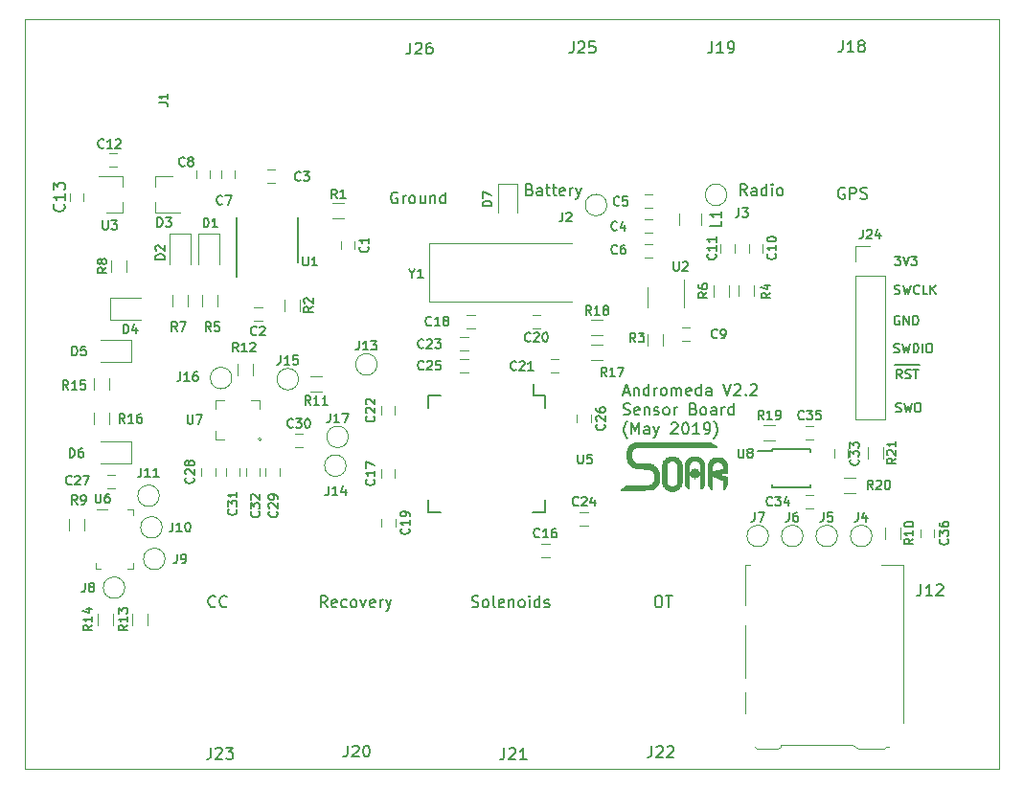
<source format=gbr>
G04 #@! TF.GenerationSoftware,KiCad,Pcbnew,(5.0.2)-1*
G04 #@! TF.CreationDate,2019-05-11T15:19:44-06:00*
G04 #@! TF.ProjectId,AndromedaV2.2,416e6472-6f6d-4656-9461-56322e322e6b,rev?*
G04 #@! TF.SameCoordinates,Original*
G04 #@! TF.FileFunction,Legend,Top*
G04 #@! TF.FilePolarity,Positive*
%FSLAX46Y46*%
G04 Gerber Fmt 4.6, Leading zero omitted, Abs format (unit mm)*
G04 Created by KiCad (PCBNEW (5.0.2)-1) date 2019-05-11 3:19:44 PM*
%MOMM*%
%LPD*%
G01*
G04 APERTURE LIST*
%ADD10C,0.100000*%
%ADD11C,0.200000*%
%ADD12C,0.120000*%
%ADD13C,0.150000*%
%ADD14C,0.010000*%
G04 APERTURE END LIST*
D10*
X169926000Y-66548000D02*
X169926000Y-67818000D01*
X83820000Y-66548000D02*
X169926000Y-66548000D01*
X83820000Y-67818000D02*
X83820000Y-66548000D01*
X83820000Y-67818000D02*
X83820000Y-132842000D01*
X169926000Y-132842000D02*
X169926000Y-67818000D01*
X83820000Y-132842000D02*
X169926000Y-132842000D01*
D11*
X136718476Y-99558666D02*
X137194666Y-99558666D01*
X136623238Y-99844380D02*
X136956571Y-98844380D01*
X137289904Y-99844380D01*
X137623238Y-99177714D02*
X137623238Y-99844380D01*
X137623238Y-99272952D02*
X137670857Y-99225333D01*
X137766095Y-99177714D01*
X137908952Y-99177714D01*
X138004190Y-99225333D01*
X138051809Y-99320571D01*
X138051809Y-99844380D01*
X138956571Y-99844380D02*
X138956571Y-98844380D01*
X138956571Y-99796761D02*
X138861333Y-99844380D01*
X138670857Y-99844380D01*
X138575619Y-99796761D01*
X138528000Y-99749142D01*
X138480380Y-99653904D01*
X138480380Y-99368190D01*
X138528000Y-99272952D01*
X138575619Y-99225333D01*
X138670857Y-99177714D01*
X138861333Y-99177714D01*
X138956571Y-99225333D01*
X139432761Y-99844380D02*
X139432761Y-99177714D01*
X139432761Y-99368190D02*
X139480380Y-99272952D01*
X139528000Y-99225333D01*
X139623238Y-99177714D01*
X139718476Y-99177714D01*
X140194666Y-99844380D02*
X140099428Y-99796761D01*
X140051809Y-99749142D01*
X140004190Y-99653904D01*
X140004190Y-99368190D01*
X140051809Y-99272952D01*
X140099428Y-99225333D01*
X140194666Y-99177714D01*
X140337523Y-99177714D01*
X140432761Y-99225333D01*
X140480380Y-99272952D01*
X140528000Y-99368190D01*
X140528000Y-99653904D01*
X140480380Y-99749142D01*
X140432761Y-99796761D01*
X140337523Y-99844380D01*
X140194666Y-99844380D01*
X140956571Y-99844380D02*
X140956571Y-99177714D01*
X140956571Y-99272952D02*
X141004190Y-99225333D01*
X141099428Y-99177714D01*
X141242285Y-99177714D01*
X141337523Y-99225333D01*
X141385142Y-99320571D01*
X141385142Y-99844380D01*
X141385142Y-99320571D02*
X141432761Y-99225333D01*
X141528000Y-99177714D01*
X141670857Y-99177714D01*
X141766095Y-99225333D01*
X141813714Y-99320571D01*
X141813714Y-99844380D01*
X142670857Y-99796761D02*
X142575619Y-99844380D01*
X142385142Y-99844380D01*
X142289904Y-99796761D01*
X142242285Y-99701523D01*
X142242285Y-99320571D01*
X142289904Y-99225333D01*
X142385142Y-99177714D01*
X142575619Y-99177714D01*
X142670857Y-99225333D01*
X142718476Y-99320571D01*
X142718476Y-99415809D01*
X142242285Y-99511047D01*
X143575619Y-99844380D02*
X143575619Y-98844380D01*
X143575619Y-99796761D02*
X143480380Y-99844380D01*
X143289904Y-99844380D01*
X143194666Y-99796761D01*
X143147047Y-99749142D01*
X143099428Y-99653904D01*
X143099428Y-99368190D01*
X143147047Y-99272952D01*
X143194666Y-99225333D01*
X143289904Y-99177714D01*
X143480380Y-99177714D01*
X143575619Y-99225333D01*
X144480380Y-99844380D02*
X144480380Y-99320571D01*
X144432761Y-99225333D01*
X144337523Y-99177714D01*
X144147047Y-99177714D01*
X144051809Y-99225333D01*
X144480380Y-99796761D02*
X144385142Y-99844380D01*
X144147047Y-99844380D01*
X144051809Y-99796761D01*
X144004190Y-99701523D01*
X144004190Y-99606285D01*
X144051809Y-99511047D01*
X144147047Y-99463428D01*
X144385142Y-99463428D01*
X144480380Y-99415809D01*
X145575619Y-98844380D02*
X145908952Y-99844380D01*
X146242285Y-98844380D01*
X146528000Y-98939619D02*
X146575619Y-98892000D01*
X146670857Y-98844380D01*
X146908952Y-98844380D01*
X147004190Y-98892000D01*
X147051809Y-98939619D01*
X147099428Y-99034857D01*
X147099428Y-99130095D01*
X147051809Y-99272952D01*
X146480380Y-99844380D01*
X147099428Y-99844380D01*
X147528000Y-99749142D02*
X147575619Y-99796761D01*
X147528000Y-99844380D01*
X147480380Y-99796761D01*
X147528000Y-99749142D01*
X147528000Y-99844380D01*
X147956571Y-98939619D02*
X148004190Y-98892000D01*
X148099428Y-98844380D01*
X148337523Y-98844380D01*
X148432761Y-98892000D01*
X148480380Y-98939619D01*
X148528000Y-99034857D01*
X148528000Y-99130095D01*
X148480380Y-99272952D01*
X147908952Y-99844380D01*
X148528000Y-99844380D01*
X136718476Y-101496761D02*
X136861333Y-101544380D01*
X137099428Y-101544380D01*
X137194666Y-101496761D01*
X137242285Y-101449142D01*
X137289904Y-101353904D01*
X137289904Y-101258666D01*
X137242285Y-101163428D01*
X137194666Y-101115809D01*
X137099428Y-101068190D01*
X136908952Y-101020571D01*
X136813714Y-100972952D01*
X136766095Y-100925333D01*
X136718476Y-100830095D01*
X136718476Y-100734857D01*
X136766095Y-100639619D01*
X136813714Y-100592000D01*
X136908952Y-100544380D01*
X137147047Y-100544380D01*
X137289904Y-100592000D01*
X138099428Y-101496761D02*
X138004190Y-101544380D01*
X137813714Y-101544380D01*
X137718476Y-101496761D01*
X137670857Y-101401523D01*
X137670857Y-101020571D01*
X137718476Y-100925333D01*
X137813714Y-100877714D01*
X138004190Y-100877714D01*
X138099428Y-100925333D01*
X138147047Y-101020571D01*
X138147047Y-101115809D01*
X137670857Y-101211047D01*
X138575619Y-100877714D02*
X138575619Y-101544380D01*
X138575619Y-100972952D02*
X138623238Y-100925333D01*
X138718476Y-100877714D01*
X138861333Y-100877714D01*
X138956571Y-100925333D01*
X139004190Y-101020571D01*
X139004190Y-101544380D01*
X139432761Y-101496761D02*
X139528000Y-101544380D01*
X139718476Y-101544380D01*
X139813714Y-101496761D01*
X139861333Y-101401523D01*
X139861333Y-101353904D01*
X139813714Y-101258666D01*
X139718476Y-101211047D01*
X139575619Y-101211047D01*
X139480380Y-101163428D01*
X139432761Y-101068190D01*
X139432761Y-101020571D01*
X139480380Y-100925333D01*
X139575619Y-100877714D01*
X139718476Y-100877714D01*
X139813714Y-100925333D01*
X140432761Y-101544380D02*
X140337523Y-101496761D01*
X140289904Y-101449142D01*
X140242285Y-101353904D01*
X140242285Y-101068190D01*
X140289904Y-100972952D01*
X140337523Y-100925333D01*
X140432761Y-100877714D01*
X140575619Y-100877714D01*
X140670857Y-100925333D01*
X140718476Y-100972952D01*
X140766095Y-101068190D01*
X140766095Y-101353904D01*
X140718476Y-101449142D01*
X140670857Y-101496761D01*
X140575619Y-101544380D01*
X140432761Y-101544380D01*
X141194666Y-101544380D02*
X141194666Y-100877714D01*
X141194666Y-101068190D02*
X141242285Y-100972952D01*
X141289904Y-100925333D01*
X141385142Y-100877714D01*
X141480380Y-100877714D01*
X142908952Y-101020571D02*
X143051809Y-101068190D01*
X143099428Y-101115809D01*
X143147047Y-101211047D01*
X143147047Y-101353904D01*
X143099428Y-101449142D01*
X143051809Y-101496761D01*
X142956571Y-101544380D01*
X142575619Y-101544380D01*
X142575619Y-100544380D01*
X142908952Y-100544380D01*
X143004190Y-100592000D01*
X143051809Y-100639619D01*
X143099428Y-100734857D01*
X143099428Y-100830095D01*
X143051809Y-100925333D01*
X143004190Y-100972952D01*
X142908952Y-101020571D01*
X142575619Y-101020571D01*
X143718476Y-101544380D02*
X143623238Y-101496761D01*
X143575619Y-101449142D01*
X143528000Y-101353904D01*
X143528000Y-101068190D01*
X143575619Y-100972952D01*
X143623238Y-100925333D01*
X143718476Y-100877714D01*
X143861333Y-100877714D01*
X143956571Y-100925333D01*
X144004190Y-100972952D01*
X144051809Y-101068190D01*
X144051809Y-101353904D01*
X144004190Y-101449142D01*
X143956571Y-101496761D01*
X143861333Y-101544380D01*
X143718476Y-101544380D01*
X144908952Y-101544380D02*
X144908952Y-101020571D01*
X144861333Y-100925333D01*
X144766095Y-100877714D01*
X144575619Y-100877714D01*
X144480380Y-100925333D01*
X144908952Y-101496761D02*
X144813714Y-101544380D01*
X144575619Y-101544380D01*
X144480380Y-101496761D01*
X144432761Y-101401523D01*
X144432761Y-101306285D01*
X144480380Y-101211047D01*
X144575619Y-101163428D01*
X144813714Y-101163428D01*
X144908952Y-101115809D01*
X145385142Y-101544380D02*
X145385142Y-100877714D01*
X145385142Y-101068190D02*
X145432761Y-100972952D01*
X145480380Y-100925333D01*
X145575619Y-100877714D01*
X145670857Y-100877714D01*
X146432761Y-101544380D02*
X146432761Y-100544380D01*
X146432761Y-101496761D02*
X146337523Y-101544380D01*
X146147047Y-101544380D01*
X146051809Y-101496761D01*
X146004190Y-101449142D01*
X145956571Y-101353904D01*
X145956571Y-101068190D01*
X146004190Y-100972952D01*
X146051809Y-100925333D01*
X146147047Y-100877714D01*
X146337523Y-100877714D01*
X146432761Y-100925333D01*
X137051809Y-103625333D02*
X137004190Y-103577714D01*
X136908952Y-103434857D01*
X136861333Y-103339619D01*
X136813714Y-103196761D01*
X136766095Y-102958666D01*
X136766095Y-102768190D01*
X136813714Y-102530095D01*
X136861333Y-102387238D01*
X136908952Y-102292000D01*
X137004190Y-102149142D01*
X137051809Y-102101523D01*
X137432761Y-103244380D02*
X137432761Y-102244380D01*
X137766095Y-102958666D01*
X138099428Y-102244380D01*
X138099428Y-103244380D01*
X139004190Y-103244380D02*
X139004190Y-102720571D01*
X138956571Y-102625333D01*
X138861333Y-102577714D01*
X138670857Y-102577714D01*
X138575619Y-102625333D01*
X139004190Y-103196761D02*
X138908952Y-103244380D01*
X138670857Y-103244380D01*
X138575619Y-103196761D01*
X138528000Y-103101523D01*
X138528000Y-103006285D01*
X138575619Y-102911047D01*
X138670857Y-102863428D01*
X138908952Y-102863428D01*
X139004190Y-102815809D01*
X139385142Y-102577714D02*
X139623238Y-103244380D01*
X139861333Y-102577714D02*
X139623238Y-103244380D01*
X139528000Y-103482476D01*
X139480380Y-103530095D01*
X139385142Y-103577714D01*
X140956571Y-102339619D02*
X141004190Y-102292000D01*
X141099428Y-102244380D01*
X141337523Y-102244380D01*
X141432761Y-102292000D01*
X141480380Y-102339619D01*
X141528000Y-102434857D01*
X141528000Y-102530095D01*
X141480380Y-102672952D01*
X140908952Y-103244380D01*
X141528000Y-103244380D01*
X142147047Y-102244380D02*
X142242285Y-102244380D01*
X142337523Y-102292000D01*
X142385142Y-102339619D01*
X142432761Y-102434857D01*
X142480380Y-102625333D01*
X142480380Y-102863428D01*
X142432761Y-103053904D01*
X142385142Y-103149142D01*
X142337523Y-103196761D01*
X142242285Y-103244380D01*
X142147047Y-103244380D01*
X142051809Y-103196761D01*
X142004190Y-103149142D01*
X141956571Y-103053904D01*
X141908952Y-102863428D01*
X141908952Y-102625333D01*
X141956571Y-102434857D01*
X142004190Y-102339619D01*
X142051809Y-102292000D01*
X142147047Y-102244380D01*
X143432761Y-103244380D02*
X142861333Y-103244380D01*
X143147047Y-103244380D02*
X143147047Y-102244380D01*
X143051809Y-102387238D01*
X142956571Y-102482476D01*
X142861333Y-102530095D01*
X143908952Y-103244380D02*
X144099428Y-103244380D01*
X144194666Y-103196761D01*
X144242285Y-103149142D01*
X144337523Y-103006285D01*
X144385142Y-102815809D01*
X144385142Y-102434857D01*
X144337523Y-102339619D01*
X144289904Y-102292000D01*
X144194666Y-102244380D01*
X144004190Y-102244380D01*
X143908952Y-102292000D01*
X143861333Y-102339619D01*
X143813714Y-102434857D01*
X143813714Y-102672952D01*
X143861333Y-102768190D01*
X143908952Y-102815809D01*
X144004190Y-102863428D01*
X144194666Y-102863428D01*
X144289904Y-102815809D01*
X144337523Y-102768190D01*
X144385142Y-102672952D01*
X144718476Y-103625333D02*
X144766095Y-103577714D01*
X144861333Y-103434857D01*
X144908952Y-103339619D01*
X144956571Y-103196761D01*
X145004190Y-102958666D01*
X145004190Y-102768190D01*
X144956571Y-102530095D01*
X144908952Y-102387238D01*
X144861333Y-102292000D01*
X144766095Y-102149142D01*
X144718476Y-102101523D01*
X156257714Y-81500000D02*
X156162476Y-81452380D01*
X156019619Y-81452380D01*
X155876761Y-81500000D01*
X155781523Y-81595238D01*
X155733904Y-81690476D01*
X155686285Y-81880952D01*
X155686285Y-82023809D01*
X155733904Y-82214285D01*
X155781523Y-82309523D01*
X155876761Y-82404761D01*
X156019619Y-82452380D01*
X156114857Y-82452380D01*
X156257714Y-82404761D01*
X156305333Y-82357142D01*
X156305333Y-82023809D01*
X156114857Y-82023809D01*
X156733904Y-82452380D02*
X156733904Y-81452380D01*
X157114857Y-81452380D01*
X157210095Y-81500000D01*
X157257714Y-81547619D01*
X157305333Y-81642857D01*
X157305333Y-81785714D01*
X157257714Y-81880952D01*
X157210095Y-81928571D01*
X157114857Y-81976190D01*
X156733904Y-81976190D01*
X157686285Y-82404761D02*
X157829142Y-82452380D01*
X158067238Y-82452380D01*
X158162476Y-82404761D01*
X158210095Y-82357142D01*
X158257714Y-82261904D01*
X158257714Y-82166666D01*
X158210095Y-82071428D01*
X158162476Y-82023809D01*
X158067238Y-81976190D01*
X157876761Y-81928571D01*
X157781523Y-81880952D01*
X157733904Y-81833333D01*
X157686285Y-81738095D01*
X157686285Y-81642857D01*
X157733904Y-81547619D01*
X157781523Y-81500000D01*
X157876761Y-81452380D01*
X158114857Y-81452380D01*
X158257714Y-81500000D01*
X147614285Y-82152380D02*
X147280952Y-81676190D01*
X147042857Y-82152380D02*
X147042857Y-81152380D01*
X147423809Y-81152380D01*
X147519047Y-81200000D01*
X147566666Y-81247619D01*
X147614285Y-81342857D01*
X147614285Y-81485714D01*
X147566666Y-81580952D01*
X147519047Y-81628571D01*
X147423809Y-81676190D01*
X147042857Y-81676190D01*
X148471428Y-82152380D02*
X148471428Y-81628571D01*
X148423809Y-81533333D01*
X148328571Y-81485714D01*
X148138095Y-81485714D01*
X148042857Y-81533333D01*
X148471428Y-82104761D02*
X148376190Y-82152380D01*
X148138095Y-82152380D01*
X148042857Y-82104761D01*
X147995238Y-82009523D01*
X147995238Y-81914285D01*
X148042857Y-81819047D01*
X148138095Y-81771428D01*
X148376190Y-81771428D01*
X148471428Y-81723809D01*
X149376190Y-82152380D02*
X149376190Y-81152380D01*
X149376190Y-82104761D02*
X149280952Y-82152380D01*
X149090476Y-82152380D01*
X148995238Y-82104761D01*
X148947619Y-82057142D01*
X148900000Y-81961904D01*
X148900000Y-81676190D01*
X148947619Y-81580952D01*
X148995238Y-81533333D01*
X149090476Y-81485714D01*
X149280952Y-81485714D01*
X149376190Y-81533333D01*
X149852380Y-82152380D02*
X149852380Y-81485714D01*
X149852380Y-81152380D02*
X149804761Y-81200000D01*
X149852380Y-81247619D01*
X149900000Y-81200000D01*
X149852380Y-81152380D01*
X149852380Y-81247619D01*
X150471428Y-82152380D02*
X150376190Y-82104761D01*
X150328571Y-82057142D01*
X150280952Y-81961904D01*
X150280952Y-81676190D01*
X150328571Y-81580952D01*
X150376190Y-81533333D01*
X150471428Y-81485714D01*
X150614285Y-81485714D01*
X150709523Y-81533333D01*
X150757142Y-81580952D01*
X150804761Y-81676190D01*
X150804761Y-81961904D01*
X150757142Y-82057142D01*
X150709523Y-82104761D01*
X150614285Y-82152380D01*
X150471428Y-82152380D01*
X128428571Y-81628571D02*
X128571428Y-81676190D01*
X128619047Y-81723809D01*
X128666666Y-81819047D01*
X128666666Y-81961904D01*
X128619047Y-82057142D01*
X128571428Y-82104761D01*
X128476190Y-82152380D01*
X128095238Y-82152380D01*
X128095238Y-81152380D01*
X128428571Y-81152380D01*
X128523809Y-81200000D01*
X128571428Y-81247619D01*
X128619047Y-81342857D01*
X128619047Y-81438095D01*
X128571428Y-81533333D01*
X128523809Y-81580952D01*
X128428571Y-81628571D01*
X128095238Y-81628571D01*
X129523809Y-82152380D02*
X129523809Y-81628571D01*
X129476190Y-81533333D01*
X129380952Y-81485714D01*
X129190476Y-81485714D01*
X129095238Y-81533333D01*
X129523809Y-82104761D02*
X129428571Y-82152380D01*
X129190476Y-82152380D01*
X129095238Y-82104761D01*
X129047619Y-82009523D01*
X129047619Y-81914285D01*
X129095238Y-81819047D01*
X129190476Y-81771428D01*
X129428571Y-81771428D01*
X129523809Y-81723809D01*
X129857142Y-81485714D02*
X130238095Y-81485714D01*
X130000000Y-81152380D02*
X130000000Y-82009523D01*
X130047619Y-82104761D01*
X130142857Y-82152380D01*
X130238095Y-82152380D01*
X130428571Y-81485714D02*
X130809523Y-81485714D01*
X130571428Y-81152380D02*
X130571428Y-82009523D01*
X130619047Y-82104761D01*
X130714285Y-82152380D01*
X130809523Y-82152380D01*
X131523809Y-82104761D02*
X131428571Y-82152380D01*
X131238095Y-82152380D01*
X131142857Y-82104761D01*
X131095238Y-82009523D01*
X131095238Y-81628571D01*
X131142857Y-81533333D01*
X131238095Y-81485714D01*
X131428571Y-81485714D01*
X131523809Y-81533333D01*
X131571428Y-81628571D01*
X131571428Y-81723809D01*
X131095238Y-81819047D01*
X132000000Y-82152380D02*
X132000000Y-81485714D01*
X132000000Y-81676190D02*
X132047619Y-81580952D01*
X132095238Y-81533333D01*
X132190476Y-81485714D01*
X132285714Y-81485714D01*
X132523809Y-81485714D02*
X132761904Y-82152380D01*
X133000000Y-81485714D02*
X132761904Y-82152380D01*
X132666666Y-82390476D01*
X132619047Y-82438095D01*
X132523809Y-82485714D01*
X116742857Y-81900000D02*
X116647619Y-81852380D01*
X116504761Y-81852380D01*
X116361904Y-81900000D01*
X116266666Y-81995238D01*
X116219047Y-82090476D01*
X116171428Y-82280952D01*
X116171428Y-82423809D01*
X116219047Y-82614285D01*
X116266666Y-82709523D01*
X116361904Y-82804761D01*
X116504761Y-82852380D01*
X116600000Y-82852380D01*
X116742857Y-82804761D01*
X116790476Y-82757142D01*
X116790476Y-82423809D01*
X116600000Y-82423809D01*
X117219047Y-82852380D02*
X117219047Y-82185714D01*
X117219047Y-82376190D02*
X117266666Y-82280952D01*
X117314285Y-82233333D01*
X117409523Y-82185714D01*
X117504761Y-82185714D01*
X117980952Y-82852380D02*
X117885714Y-82804761D01*
X117838095Y-82757142D01*
X117790476Y-82661904D01*
X117790476Y-82376190D01*
X117838095Y-82280952D01*
X117885714Y-82233333D01*
X117980952Y-82185714D01*
X118123809Y-82185714D01*
X118219047Y-82233333D01*
X118266666Y-82280952D01*
X118314285Y-82376190D01*
X118314285Y-82661904D01*
X118266666Y-82757142D01*
X118219047Y-82804761D01*
X118123809Y-82852380D01*
X117980952Y-82852380D01*
X119171428Y-82185714D02*
X119171428Y-82852380D01*
X118742857Y-82185714D02*
X118742857Y-82709523D01*
X118790476Y-82804761D01*
X118885714Y-82852380D01*
X119028571Y-82852380D01*
X119123809Y-82804761D01*
X119171428Y-82757142D01*
X119647619Y-82185714D02*
X119647619Y-82852380D01*
X119647619Y-82280952D02*
X119695238Y-82233333D01*
X119790476Y-82185714D01*
X119933333Y-82185714D01*
X120028571Y-82233333D01*
X120076190Y-82328571D01*
X120076190Y-82852380D01*
X120980952Y-82852380D02*
X120980952Y-81852380D01*
X120980952Y-82804761D02*
X120885714Y-82852380D01*
X120695238Y-82852380D01*
X120600000Y-82804761D01*
X120552380Y-82757142D01*
X120504761Y-82661904D01*
X120504761Y-82376190D01*
X120552380Y-82280952D01*
X120600000Y-82233333D01*
X120695238Y-82185714D01*
X120885714Y-82185714D01*
X120980952Y-82233333D01*
X160795238Y-101273809D02*
X160909523Y-101311904D01*
X161100000Y-101311904D01*
X161176190Y-101273809D01*
X161214285Y-101235714D01*
X161252380Y-101159523D01*
X161252380Y-101083333D01*
X161214285Y-101007142D01*
X161176190Y-100969047D01*
X161100000Y-100930952D01*
X160947619Y-100892857D01*
X160871428Y-100854761D01*
X160833333Y-100816666D01*
X160795238Y-100740476D01*
X160795238Y-100664285D01*
X160833333Y-100588095D01*
X160871428Y-100550000D01*
X160947619Y-100511904D01*
X161138095Y-100511904D01*
X161252380Y-100550000D01*
X161519047Y-100511904D02*
X161709523Y-101311904D01*
X161861904Y-100740476D01*
X162014285Y-101311904D01*
X162204761Y-100511904D01*
X162661904Y-100511904D02*
X162814285Y-100511904D01*
X162890476Y-100550000D01*
X162966666Y-100626190D01*
X163004761Y-100778571D01*
X163004761Y-101045238D01*
X162966666Y-101197619D01*
X162890476Y-101273809D01*
X162814285Y-101311904D01*
X162661904Y-101311904D01*
X162585714Y-101273809D01*
X162509523Y-101197619D01*
X162471428Y-101045238D01*
X162471428Y-100778571D01*
X162509523Y-100626190D01*
X162585714Y-100550000D01*
X162661904Y-100511904D01*
X160689285Y-97139000D02*
X161489285Y-97139000D01*
X161336904Y-98336904D02*
X161070238Y-97955952D01*
X160879761Y-98336904D02*
X160879761Y-97536904D01*
X161184523Y-97536904D01*
X161260714Y-97575000D01*
X161298809Y-97613095D01*
X161336904Y-97689285D01*
X161336904Y-97803571D01*
X161298809Y-97879761D01*
X161260714Y-97917857D01*
X161184523Y-97955952D01*
X160879761Y-97955952D01*
X161489285Y-97139000D02*
X162251190Y-97139000D01*
X161641666Y-98298809D02*
X161755952Y-98336904D01*
X161946428Y-98336904D01*
X162022619Y-98298809D01*
X162060714Y-98260714D01*
X162098809Y-98184523D01*
X162098809Y-98108333D01*
X162060714Y-98032142D01*
X162022619Y-97994047D01*
X161946428Y-97955952D01*
X161794047Y-97917857D01*
X161717857Y-97879761D01*
X161679761Y-97841666D01*
X161641666Y-97765476D01*
X161641666Y-97689285D01*
X161679761Y-97613095D01*
X161717857Y-97575000D01*
X161794047Y-97536904D01*
X161984523Y-97536904D01*
X162098809Y-97575000D01*
X162251190Y-97139000D02*
X162860714Y-97139000D01*
X162327380Y-97536904D02*
X162784523Y-97536904D01*
X162555952Y-98336904D02*
X162555952Y-97536904D01*
X160629761Y-96023809D02*
X160744047Y-96061904D01*
X160934523Y-96061904D01*
X161010714Y-96023809D01*
X161048809Y-95985714D01*
X161086904Y-95909523D01*
X161086904Y-95833333D01*
X161048809Y-95757142D01*
X161010714Y-95719047D01*
X160934523Y-95680952D01*
X160782142Y-95642857D01*
X160705952Y-95604761D01*
X160667857Y-95566666D01*
X160629761Y-95490476D01*
X160629761Y-95414285D01*
X160667857Y-95338095D01*
X160705952Y-95300000D01*
X160782142Y-95261904D01*
X160972619Y-95261904D01*
X161086904Y-95300000D01*
X161353571Y-95261904D02*
X161544047Y-96061904D01*
X161696428Y-95490476D01*
X161848809Y-96061904D01*
X162039285Y-95261904D01*
X162344047Y-96061904D02*
X162344047Y-95261904D01*
X162534523Y-95261904D01*
X162648809Y-95300000D01*
X162725000Y-95376190D01*
X162763095Y-95452380D01*
X162801190Y-95604761D01*
X162801190Y-95719047D01*
X162763095Y-95871428D01*
X162725000Y-95947619D01*
X162648809Y-96023809D01*
X162534523Y-96061904D01*
X162344047Y-96061904D01*
X163144047Y-96061904D02*
X163144047Y-95261904D01*
X163677380Y-95261904D02*
X163829761Y-95261904D01*
X163905952Y-95300000D01*
X163982142Y-95376190D01*
X164020238Y-95528571D01*
X164020238Y-95795238D01*
X163982142Y-95947619D01*
X163905952Y-96023809D01*
X163829761Y-96061904D01*
X163677380Y-96061904D01*
X163601190Y-96023809D01*
X163525000Y-95947619D01*
X163486904Y-95795238D01*
X163486904Y-95528571D01*
X163525000Y-95376190D01*
X163601190Y-95300000D01*
X163677380Y-95261904D01*
X161115476Y-92850000D02*
X161039285Y-92811904D01*
X160925000Y-92811904D01*
X160810714Y-92850000D01*
X160734523Y-92926190D01*
X160696428Y-93002380D01*
X160658333Y-93154761D01*
X160658333Y-93269047D01*
X160696428Y-93421428D01*
X160734523Y-93497619D01*
X160810714Y-93573809D01*
X160925000Y-93611904D01*
X161001190Y-93611904D01*
X161115476Y-93573809D01*
X161153571Y-93535714D01*
X161153571Y-93269047D01*
X161001190Y-93269047D01*
X161496428Y-93611904D02*
X161496428Y-92811904D01*
X161953571Y-93611904D01*
X161953571Y-92811904D01*
X162334523Y-93611904D02*
X162334523Y-92811904D01*
X162525000Y-92811904D01*
X162639285Y-92850000D01*
X162715476Y-92926190D01*
X162753571Y-93002380D01*
X162791666Y-93154761D01*
X162791666Y-93269047D01*
X162753571Y-93421428D01*
X162715476Y-93497619D01*
X162639285Y-93573809D01*
X162525000Y-93611904D01*
X162334523Y-93611904D01*
X160690476Y-90848809D02*
X160804761Y-90886904D01*
X160995238Y-90886904D01*
X161071428Y-90848809D01*
X161109523Y-90810714D01*
X161147619Y-90734523D01*
X161147619Y-90658333D01*
X161109523Y-90582142D01*
X161071428Y-90544047D01*
X160995238Y-90505952D01*
X160842857Y-90467857D01*
X160766666Y-90429761D01*
X160728571Y-90391666D01*
X160690476Y-90315476D01*
X160690476Y-90239285D01*
X160728571Y-90163095D01*
X160766666Y-90125000D01*
X160842857Y-90086904D01*
X161033333Y-90086904D01*
X161147619Y-90125000D01*
X161414285Y-90086904D02*
X161604761Y-90886904D01*
X161757142Y-90315476D01*
X161909523Y-90886904D01*
X162100000Y-90086904D01*
X162861904Y-90810714D02*
X162823809Y-90848809D01*
X162709523Y-90886904D01*
X162633333Y-90886904D01*
X162519047Y-90848809D01*
X162442857Y-90772619D01*
X162404761Y-90696428D01*
X162366666Y-90544047D01*
X162366666Y-90429761D01*
X162404761Y-90277380D01*
X162442857Y-90201190D01*
X162519047Y-90125000D01*
X162633333Y-90086904D01*
X162709523Y-90086904D01*
X162823809Y-90125000D01*
X162861904Y-90163095D01*
X163585714Y-90886904D02*
X163204761Y-90886904D01*
X163204761Y-90086904D01*
X163852380Y-90886904D02*
X163852380Y-90086904D01*
X164309523Y-90886904D02*
X163966666Y-90429761D01*
X164309523Y-90086904D02*
X163852380Y-90544047D01*
X160709523Y-87536904D02*
X161204761Y-87536904D01*
X160938095Y-87841666D01*
X161052380Y-87841666D01*
X161128571Y-87879761D01*
X161166666Y-87917857D01*
X161204761Y-87994047D01*
X161204761Y-88184523D01*
X161166666Y-88260714D01*
X161128571Y-88298809D01*
X161052380Y-88336904D01*
X160823809Y-88336904D01*
X160747619Y-88298809D01*
X160709523Y-88260714D01*
X161433333Y-87536904D02*
X161700000Y-88336904D01*
X161966666Y-87536904D01*
X162157142Y-87536904D02*
X162652380Y-87536904D01*
X162385714Y-87841666D01*
X162500000Y-87841666D01*
X162576190Y-87879761D01*
X162614285Y-87917857D01*
X162652380Y-87994047D01*
X162652380Y-88184523D01*
X162614285Y-88260714D01*
X162576190Y-88298809D01*
X162500000Y-88336904D01*
X162271428Y-88336904D01*
X162195238Y-88298809D01*
X162157142Y-88260714D01*
X139731809Y-117562380D02*
X139922285Y-117562380D01*
X140017523Y-117610000D01*
X140112761Y-117705238D01*
X140160380Y-117895714D01*
X140160380Y-118229047D01*
X140112761Y-118419523D01*
X140017523Y-118514761D01*
X139922285Y-118562380D01*
X139731809Y-118562380D01*
X139636571Y-118514761D01*
X139541333Y-118419523D01*
X139493714Y-118229047D01*
X139493714Y-117895714D01*
X139541333Y-117705238D01*
X139636571Y-117610000D01*
X139731809Y-117562380D01*
X140446095Y-117562380D02*
X141017523Y-117562380D01*
X140731809Y-118562380D02*
X140731809Y-117562380D01*
X100647523Y-118467142D02*
X100599904Y-118514761D01*
X100457047Y-118562380D01*
X100361809Y-118562380D01*
X100218952Y-118514761D01*
X100123714Y-118419523D01*
X100076095Y-118324285D01*
X100028476Y-118133809D01*
X100028476Y-117990952D01*
X100076095Y-117800476D01*
X100123714Y-117705238D01*
X100218952Y-117610000D01*
X100361809Y-117562380D01*
X100457047Y-117562380D01*
X100599904Y-117610000D01*
X100647523Y-117657619D01*
X101647523Y-118467142D02*
X101599904Y-118514761D01*
X101457047Y-118562380D01*
X101361809Y-118562380D01*
X101218952Y-118514761D01*
X101123714Y-118419523D01*
X101076095Y-118324285D01*
X101028476Y-118133809D01*
X101028476Y-117990952D01*
X101076095Y-117800476D01*
X101123714Y-117705238D01*
X101218952Y-117610000D01*
X101361809Y-117562380D01*
X101457047Y-117562380D01*
X101599904Y-117610000D01*
X101647523Y-117657619D01*
X123317428Y-118514761D02*
X123460285Y-118562380D01*
X123698380Y-118562380D01*
X123793619Y-118514761D01*
X123841238Y-118467142D01*
X123888857Y-118371904D01*
X123888857Y-118276666D01*
X123841238Y-118181428D01*
X123793619Y-118133809D01*
X123698380Y-118086190D01*
X123507904Y-118038571D01*
X123412666Y-117990952D01*
X123365047Y-117943333D01*
X123317428Y-117848095D01*
X123317428Y-117752857D01*
X123365047Y-117657619D01*
X123412666Y-117610000D01*
X123507904Y-117562380D01*
X123746000Y-117562380D01*
X123888857Y-117610000D01*
X124460285Y-118562380D02*
X124365047Y-118514761D01*
X124317428Y-118467142D01*
X124269809Y-118371904D01*
X124269809Y-118086190D01*
X124317428Y-117990952D01*
X124365047Y-117943333D01*
X124460285Y-117895714D01*
X124603142Y-117895714D01*
X124698380Y-117943333D01*
X124746000Y-117990952D01*
X124793619Y-118086190D01*
X124793619Y-118371904D01*
X124746000Y-118467142D01*
X124698380Y-118514761D01*
X124603142Y-118562380D01*
X124460285Y-118562380D01*
X125365047Y-118562380D02*
X125269809Y-118514761D01*
X125222190Y-118419523D01*
X125222190Y-117562380D01*
X126126952Y-118514761D02*
X126031714Y-118562380D01*
X125841238Y-118562380D01*
X125746000Y-118514761D01*
X125698380Y-118419523D01*
X125698380Y-118038571D01*
X125746000Y-117943333D01*
X125841238Y-117895714D01*
X126031714Y-117895714D01*
X126126952Y-117943333D01*
X126174571Y-118038571D01*
X126174571Y-118133809D01*
X125698380Y-118229047D01*
X126603142Y-117895714D02*
X126603142Y-118562380D01*
X126603142Y-117990952D02*
X126650761Y-117943333D01*
X126746000Y-117895714D01*
X126888857Y-117895714D01*
X126984095Y-117943333D01*
X127031714Y-118038571D01*
X127031714Y-118562380D01*
X127650761Y-118562380D02*
X127555523Y-118514761D01*
X127507904Y-118467142D01*
X127460285Y-118371904D01*
X127460285Y-118086190D01*
X127507904Y-117990952D01*
X127555523Y-117943333D01*
X127650761Y-117895714D01*
X127793619Y-117895714D01*
X127888857Y-117943333D01*
X127936476Y-117990952D01*
X127984095Y-118086190D01*
X127984095Y-118371904D01*
X127936476Y-118467142D01*
X127888857Y-118514761D01*
X127793619Y-118562380D01*
X127650761Y-118562380D01*
X128412666Y-118562380D02*
X128412666Y-117895714D01*
X128412666Y-117562380D02*
X128365047Y-117610000D01*
X128412666Y-117657619D01*
X128460285Y-117610000D01*
X128412666Y-117562380D01*
X128412666Y-117657619D01*
X129317428Y-118562380D02*
X129317428Y-117562380D01*
X129317428Y-118514761D02*
X129222190Y-118562380D01*
X129031714Y-118562380D01*
X128936476Y-118514761D01*
X128888857Y-118467142D01*
X128841238Y-118371904D01*
X128841238Y-118086190D01*
X128888857Y-117990952D01*
X128936476Y-117943333D01*
X129031714Y-117895714D01*
X129222190Y-117895714D01*
X129317428Y-117943333D01*
X129746000Y-118514761D02*
X129841238Y-118562380D01*
X130031714Y-118562380D01*
X130126952Y-118514761D01*
X130174571Y-118419523D01*
X130174571Y-118371904D01*
X130126952Y-118276666D01*
X130031714Y-118229047D01*
X129888857Y-118229047D01*
X129793619Y-118181428D01*
X129746000Y-118086190D01*
X129746000Y-118038571D01*
X129793619Y-117943333D01*
X129888857Y-117895714D01*
X130031714Y-117895714D01*
X130126952Y-117943333D01*
X110530000Y-118562380D02*
X110196666Y-118086190D01*
X109958571Y-118562380D02*
X109958571Y-117562380D01*
X110339523Y-117562380D01*
X110434761Y-117610000D01*
X110482380Y-117657619D01*
X110530000Y-117752857D01*
X110530000Y-117895714D01*
X110482380Y-117990952D01*
X110434761Y-118038571D01*
X110339523Y-118086190D01*
X109958571Y-118086190D01*
X111339523Y-118514761D02*
X111244285Y-118562380D01*
X111053809Y-118562380D01*
X110958571Y-118514761D01*
X110910952Y-118419523D01*
X110910952Y-118038571D01*
X110958571Y-117943333D01*
X111053809Y-117895714D01*
X111244285Y-117895714D01*
X111339523Y-117943333D01*
X111387142Y-118038571D01*
X111387142Y-118133809D01*
X110910952Y-118229047D01*
X112244285Y-118514761D02*
X112149047Y-118562380D01*
X111958571Y-118562380D01*
X111863333Y-118514761D01*
X111815714Y-118467142D01*
X111768095Y-118371904D01*
X111768095Y-118086190D01*
X111815714Y-117990952D01*
X111863333Y-117943333D01*
X111958571Y-117895714D01*
X112149047Y-117895714D01*
X112244285Y-117943333D01*
X112815714Y-118562380D02*
X112720476Y-118514761D01*
X112672857Y-118467142D01*
X112625238Y-118371904D01*
X112625238Y-118086190D01*
X112672857Y-117990952D01*
X112720476Y-117943333D01*
X112815714Y-117895714D01*
X112958571Y-117895714D01*
X113053809Y-117943333D01*
X113101428Y-117990952D01*
X113149047Y-118086190D01*
X113149047Y-118371904D01*
X113101428Y-118467142D01*
X113053809Y-118514761D01*
X112958571Y-118562380D01*
X112815714Y-118562380D01*
X113482380Y-117895714D02*
X113720476Y-118562380D01*
X113958571Y-117895714D01*
X114720476Y-118514761D02*
X114625238Y-118562380D01*
X114434761Y-118562380D01*
X114339523Y-118514761D01*
X114291904Y-118419523D01*
X114291904Y-118038571D01*
X114339523Y-117943333D01*
X114434761Y-117895714D01*
X114625238Y-117895714D01*
X114720476Y-117943333D01*
X114768095Y-118038571D01*
X114768095Y-118133809D01*
X114291904Y-118229047D01*
X115196666Y-118562380D02*
X115196666Y-117895714D01*
X115196666Y-118086190D02*
X115244285Y-117990952D01*
X115291904Y-117943333D01*
X115387142Y-117895714D01*
X115482380Y-117895714D01*
X115720476Y-117895714D02*
X115958571Y-118562380D01*
X116196666Y-117895714D02*
X115958571Y-118562380D01*
X115863333Y-118800476D01*
X115815714Y-118848095D01*
X115720476Y-118895714D01*
D12*
G04 #@! TO.C,J12*
X157456000Y-131080000D02*
X156946000Y-130730000D01*
X159966000Y-130880000D02*
X160226000Y-130880000D01*
X159766000Y-131080000D02*
X159966000Y-130880000D01*
X150366000Y-131080000D02*
X150576000Y-130880000D01*
X150576000Y-130730000D02*
X150576000Y-130880000D01*
X150576000Y-130730000D02*
X156946000Y-130730000D01*
X147476000Y-126120000D02*
X147476000Y-127920000D01*
X147476000Y-120120000D02*
X147476000Y-124820000D01*
X148506000Y-131080000D02*
X148306000Y-130880000D01*
X148506000Y-131080000D02*
X150366000Y-131080000D01*
X159766000Y-131080000D02*
X157456000Y-131080000D01*
X147476000Y-114810000D02*
X147476000Y-118420000D01*
X147926000Y-114810000D02*
X147476000Y-114810000D01*
X161446000Y-114810000D02*
X161446000Y-128820000D01*
X159526000Y-114810000D02*
X161446000Y-114810000D01*
G04 #@! TO.C,D1*
X101035000Y-88270000D02*
X101035000Y-85570000D01*
X101035000Y-85570000D02*
X99115000Y-85570000D01*
X99115000Y-85570000D02*
X99115000Y-88270000D01*
G04 #@! TO.C,D2*
X98485000Y-88230000D02*
X98485000Y-85530000D01*
X98485000Y-85530000D02*
X96565000Y-85530000D01*
X96565000Y-85530000D02*
X96565000Y-88230000D01*
G04 #@! TO.C,D3*
X95365000Y-80470000D02*
X95365000Y-81400000D01*
X95365000Y-83630000D02*
X95365000Y-82700000D01*
X95365000Y-83630000D02*
X97525000Y-83630000D01*
X95365000Y-80470000D02*
X96825000Y-80470000D01*
G04 #@! TO.C,D4*
X94045000Y-91240000D02*
X91345000Y-91240000D01*
X91345000Y-91240000D02*
X91345000Y-93160000D01*
X91345000Y-93160000D02*
X94045000Y-93160000D01*
G04 #@! TO.C,D5*
X90473000Y-96858000D02*
X93173000Y-96858000D01*
X93173000Y-96858000D02*
X93173000Y-94938000D01*
X93173000Y-94938000D02*
X90473000Y-94938000D01*
G04 #@! TO.C,D6*
X90473000Y-105858000D02*
X93173000Y-105858000D01*
X93173000Y-105858000D02*
X93173000Y-103938000D01*
X93173000Y-103938000D02*
X90473000Y-103938000D01*
G04 #@! TO.C,J24*
X157195000Y-101980000D02*
X159855000Y-101980000D01*
X157195000Y-89220000D02*
X157195000Y-101980000D01*
X159855000Y-89220000D02*
X159855000Y-101980000D01*
X157195000Y-89220000D02*
X159855000Y-89220000D01*
X157195000Y-87950000D02*
X157195000Y-86620000D01*
X157195000Y-86620000D02*
X158525000Y-86620000D01*
D13*
G04 #@! TO.C,U1*
X107927500Y-88100000D02*
X107927500Y-84100000D01*
X102527500Y-89375000D02*
X102527500Y-84100000D01*
D12*
G04 #@! TO.C,U2*
X138865000Y-90250000D02*
X138865000Y-92050000D01*
X142085000Y-92050000D02*
X142085000Y-89600000D01*
G04 #@! TO.C,U3*
X92485000Y-83630000D02*
X92485000Y-82700000D01*
X92485000Y-80470000D02*
X92485000Y-81400000D01*
X92485000Y-80470000D02*
X90325000Y-80470000D01*
X92485000Y-83630000D02*
X91025000Y-83630000D01*
D13*
G04 #@! TO.C,U5*
X129800000Y-99825000D02*
X128800000Y-99825000D01*
X129800000Y-110175000D02*
X128725000Y-110175000D01*
X119450000Y-110175000D02*
X120525000Y-110175000D01*
X119450000Y-99825000D02*
X120525000Y-99825000D01*
X129800000Y-99825000D02*
X129800000Y-100900000D01*
X119450000Y-99825000D02*
X119450000Y-100900000D01*
X119450000Y-110175000D02*
X119450000Y-109100000D01*
X129800000Y-110175000D02*
X129800000Y-109100000D01*
X128800000Y-99825000D02*
X128800000Y-98800000D01*
D12*
G04 #@! TO.C,U6*
X92844000Y-109922000D02*
X93344000Y-109922000D01*
X93344000Y-109922000D02*
X93344000Y-110422000D01*
X93344000Y-114622000D02*
X93344000Y-115122000D01*
X93344000Y-115122000D02*
X92844000Y-115122000D01*
X90544000Y-115122000D02*
X90044000Y-115122000D01*
X90044000Y-115122000D02*
X90044000Y-114622000D01*
X90144000Y-109922000D02*
X91094000Y-109922000D01*
G04 #@! TO.C,U7*
X104635000Y-103700000D02*
G75*
G03X104635000Y-103700000I-60000J0D01*
G01*
X104725000Y-103700000D02*
G75*
G03X104725000Y-103700000I-150000J0D01*
G01*
X104575000Y-100300000D02*
X104575000Y-101000000D01*
X100675000Y-100300000D02*
X101425000Y-100300000D01*
X100675000Y-103700000D02*
X100675000Y-103000000D01*
X101425000Y-103700000D02*
X100675000Y-103700000D01*
X100675000Y-101000000D02*
X100675000Y-100300000D01*
X103825000Y-100300000D02*
X104575000Y-100300000D01*
G04 #@! TO.C,Y1*
X132125000Y-86400000D02*
X119525000Y-86400000D01*
X119525000Y-86400000D02*
X119525000Y-91500000D01*
X119525000Y-91500000D02*
X132125000Y-91500000D01*
G04 #@! TO.C,R1*
X112025000Y-84180000D02*
X111025000Y-84180000D01*
X111025000Y-82820000D02*
X112025000Y-82820000D01*
G04 #@! TO.C,R2*
X106795000Y-92350000D02*
X106795000Y-91350000D01*
X108155000Y-91350000D02*
X108155000Y-92350000D01*
G04 #@! TO.C,R3*
X140205000Y-94400000D02*
X140205000Y-95400000D01*
X138845000Y-95400000D02*
X138845000Y-94400000D01*
G04 #@! TO.C,R4*
X148280000Y-90075000D02*
X148280000Y-91075000D01*
X146920000Y-91075000D02*
X146920000Y-90075000D01*
G04 #@! TO.C,R5*
X100805000Y-90950000D02*
X100805000Y-91950000D01*
X99445000Y-91950000D02*
X99445000Y-90950000D01*
G04 #@! TO.C,R6*
X144695000Y-91100000D02*
X144695000Y-90100000D01*
X146055000Y-90100000D02*
X146055000Y-91100000D01*
G04 #@! TO.C,R7*
X96845000Y-91950000D02*
X96845000Y-90950000D01*
X98205000Y-90950000D02*
X98205000Y-91950000D01*
G04 #@! TO.C,R8*
X92805000Y-87900000D02*
X92805000Y-88900000D01*
X91445000Y-88900000D02*
X91445000Y-87900000D01*
G04 #@! TO.C,R9*
X87712000Y-111752000D02*
X87712000Y-110752000D01*
X89072000Y-110752000D02*
X89072000Y-111752000D01*
G04 #@! TO.C,R10*
X159848000Y-112526000D02*
X159848000Y-111526000D01*
X161208000Y-111526000D02*
X161208000Y-112526000D01*
G04 #@! TO.C,R11*
X109075000Y-98170000D02*
X110075000Y-98170000D01*
X110075000Y-99530000D02*
X109075000Y-99530000D01*
G04 #@! TO.C,R12*
X102595000Y-98075000D02*
X102595000Y-97075000D01*
X103955000Y-97075000D02*
X103955000Y-98075000D01*
G04 #@! TO.C,R13*
X94660000Y-119134000D02*
X94660000Y-120134000D01*
X93300000Y-120134000D02*
X93300000Y-119134000D01*
G04 #@! TO.C,R14*
X90252000Y-120134000D02*
X90252000Y-119134000D01*
X91612000Y-119134000D02*
X91612000Y-120134000D01*
G04 #@! TO.C,R15*
X91273000Y-98348000D02*
X91273000Y-99348000D01*
X89913000Y-99348000D02*
X89913000Y-98348000D01*
G04 #@! TO.C,R16*
X89913000Y-102398000D02*
X89913000Y-101398000D01*
X91273000Y-101398000D02*
X91273000Y-102398000D01*
G04 #@! TO.C,R17*
X133875000Y-95370000D02*
X134875000Y-95370000D01*
X134875000Y-96730000D02*
X133875000Y-96730000D01*
G04 #@! TO.C,R18*
X134875000Y-94480000D02*
X133875000Y-94480000D01*
X133875000Y-93120000D02*
X134875000Y-93120000D01*
G04 #@! TO.C,J2*
X135250000Y-83000000D02*
G75*
G03X135250000Y-83000000I-950000J0D01*
G01*
G04 #@! TO.C,J3*
X145850000Y-82100000D02*
G75*
G03X145850000Y-82100000I-950000J0D01*
G01*
G04 #@! TO.C,J4*
X158684000Y-112268000D02*
G75*
G03X158684000Y-112268000I-950000J0D01*
G01*
G04 #@! TO.C,J5*
X155636000Y-112268000D02*
G75*
G03X155636000Y-112268000I-950000J0D01*
G01*
G04 #@! TO.C,J6*
X152588000Y-112268000D02*
G75*
G03X152588000Y-112268000I-950000J0D01*
G01*
G04 #@! TO.C,J7*
X149540000Y-112268000D02*
G75*
G03X149540000Y-112268000I-950000J0D01*
G01*
G04 #@! TO.C,J8*
X92644000Y-116840000D02*
G75*
G03X92644000Y-116840000I-950000J0D01*
G01*
G04 #@! TO.C,J9*
X96200000Y-114300000D02*
G75*
G03X96200000Y-114300000I-950000J0D01*
G01*
G04 #@! TO.C,J10*
X95946000Y-111506000D02*
G75*
G03X95946000Y-111506000I-950000J0D01*
G01*
G04 #@! TO.C,J11*
X95692000Y-108712000D02*
G75*
G03X95692000Y-108712000I-950000J0D01*
G01*
G04 #@! TO.C,J13*
X114950000Y-97100000D02*
G75*
G03X114950000Y-97100000I-950000J0D01*
G01*
G04 #@! TO.C,J14*
X112200000Y-106050000D02*
G75*
G03X112200000Y-106050000I-950000J0D01*
G01*
G04 #@! TO.C,J15*
X108000000Y-98400000D02*
G75*
G03X108000000Y-98400000I-950000J0D01*
G01*
G04 #@! TO.C,J16*
X102100000Y-98300000D02*
G75*
G03X102100000Y-98300000I-950000J0D01*
G01*
G04 #@! TO.C,J17*
X112400000Y-103500000D02*
G75*
G03X112400000Y-103500000I-950000J0D01*
G01*
G04 #@! TO.C,C33*
X155356000Y-105302383D02*
X155356000Y-104602383D01*
X156556000Y-104602383D02*
X156556000Y-105302383D01*
G04 #@! TO.C,C34*
X152812000Y-108620000D02*
X153512000Y-108620000D01*
X153512000Y-109820000D02*
X152812000Y-109820000D01*
G04 #@! TO.C,C35*
X152812000Y-102524000D02*
X153512000Y-102524000D01*
X153512000Y-103724000D02*
X152812000Y-103724000D01*
G04 #@! TO.C,R19*
X150106000Y-103804000D02*
X149106000Y-103804000D01*
X149106000Y-102444000D02*
X150106000Y-102444000D01*
G04 #@! TO.C,R20*
X157218000Y-108450383D02*
X156218000Y-108450383D01*
X156218000Y-107090383D02*
X157218000Y-107090383D01*
G04 #@! TO.C,R21*
X158324000Y-105402000D02*
X158324000Y-104402000D01*
X159684000Y-104402000D02*
X159684000Y-105402000D01*
D13*
G04 #@! TO.C,U8*
X149856936Y-104577383D02*
X149856936Y-104752383D01*
X153206936Y-104577383D02*
X153206936Y-104827383D01*
X153206936Y-107927383D02*
X153206936Y-107677383D01*
X149856936Y-107927383D02*
X149856936Y-107677383D01*
X149856936Y-104577383D02*
X153206936Y-104577383D01*
X149856936Y-107927383D02*
X153206936Y-107927383D01*
X149856936Y-104752383D02*
X148606936Y-104752383D01*
D12*
G04 #@! TO.C,C1*
X111725000Y-86900000D02*
X111725000Y-86200000D01*
X112925000Y-86200000D02*
X112925000Y-86900000D01*
G04 #@! TO.C,C2*
X104075000Y-92050000D02*
X104775000Y-92050000D01*
X104775000Y-93250000D02*
X104075000Y-93250000D01*
G04 #@! TO.C,C3*
X105925000Y-81050000D02*
X105225000Y-81050000D01*
X105225000Y-79850000D02*
X105925000Y-79850000D01*
G04 #@! TO.C,C4*
X139275000Y-85450000D02*
X138575000Y-85450000D01*
X138575000Y-84250000D02*
X139275000Y-84250000D01*
G04 #@! TO.C,C5*
X139275000Y-83250000D02*
X138575000Y-83250000D01*
X138575000Y-82050000D02*
X139275000Y-82050000D01*
G04 #@! TO.C,C6*
X139275000Y-87650000D02*
X138575000Y-87650000D01*
X138575000Y-86450000D02*
X139275000Y-86450000D01*
G04 #@! TO.C,C7*
X102375000Y-79950000D02*
X102375000Y-80650000D01*
X101175000Y-80650000D02*
X101175000Y-79950000D01*
G04 #@! TO.C,C8*
X100175000Y-79950000D02*
X100175000Y-80650000D01*
X98975000Y-80650000D02*
X98975000Y-79950000D01*
G04 #@! TO.C,C9*
X142575000Y-95000000D02*
X141875000Y-95000000D01*
X141875000Y-93800000D02*
X142575000Y-93800000D01*
G04 #@! TO.C,C10*
X147825000Y-87200000D02*
X147825000Y-86500000D01*
X149025000Y-86500000D02*
X149025000Y-87200000D01*
G04 #@! TO.C,C11*
X145325000Y-87200000D02*
X145325000Y-86500000D01*
X146525000Y-86500000D02*
X146525000Y-87200000D01*
G04 #@! TO.C,C12*
X91275000Y-78400000D02*
X91975000Y-78400000D01*
X91975000Y-79600000D02*
X91275000Y-79600000D01*
G04 #@! TO.C,C16*
X130175000Y-114150000D02*
X129475000Y-114150000D01*
X129475000Y-112950000D02*
X130175000Y-112950000D01*
G04 #@! TO.C,C17*
X116475000Y-106400000D02*
X116475000Y-107100000D01*
X115275000Y-107100000D02*
X115275000Y-106400000D01*
G04 #@! TO.C,C18*
X122875000Y-92750000D02*
X123575000Y-92750000D01*
X123575000Y-93950000D02*
X122875000Y-93950000D01*
G04 #@! TO.C,C19*
X115350000Y-111450000D02*
X115350000Y-110750000D01*
X116550000Y-110750000D02*
X116550000Y-111450000D01*
G04 #@! TO.C,C20*
X129375000Y-93950000D02*
X128675000Y-93950000D01*
X128675000Y-92750000D02*
X129375000Y-92750000D01*
G04 #@! TO.C,C21*
X131000000Y-97800000D02*
X130300000Y-97800000D01*
X130300000Y-96600000D02*
X131000000Y-96600000D01*
G04 #@! TO.C,C22*
X116475000Y-100800000D02*
X116475000Y-101500000D01*
X115275000Y-101500000D02*
X115275000Y-100800000D01*
G04 #@! TO.C,C23*
X122975000Y-95850000D02*
X122275000Y-95850000D01*
X122275000Y-94650000D02*
X122975000Y-94650000D01*
G04 #@! TO.C,C24*
X133575000Y-111350000D02*
X132875000Y-111350000D01*
X132875000Y-110150000D02*
X133575000Y-110150000D01*
G04 #@! TO.C,C25*
X122975000Y-97800000D02*
X122275000Y-97800000D01*
X122275000Y-96600000D02*
X122975000Y-96600000D01*
G04 #@! TO.C,C26*
X132625000Y-102250000D02*
X132625000Y-101550000D01*
X133825000Y-101550000D02*
X133825000Y-102250000D01*
G04 #@! TO.C,C27*
X91790000Y-108042000D02*
X91090000Y-108042000D01*
X91090000Y-106842000D02*
X91790000Y-106842000D01*
G04 #@! TO.C,C28*
X99425000Y-106950000D02*
X99425000Y-106250000D01*
X100625000Y-106250000D02*
X100625000Y-106950000D01*
G04 #@! TO.C,C29*
X105100000Y-106950000D02*
X105100000Y-106250000D01*
X106300000Y-106250000D02*
X106300000Y-106950000D01*
G04 #@! TO.C,C30*
X108350000Y-104425000D02*
X107650000Y-104425000D01*
X107650000Y-103225000D02*
X108350000Y-103225000D01*
G04 #@! TO.C,C31*
X101600000Y-106950000D02*
X101600000Y-106250000D01*
X102800000Y-106250000D02*
X102800000Y-106950000D01*
G04 #@! TO.C,C32*
X103400000Y-106950000D02*
X103400000Y-106250000D01*
X104600000Y-106250000D02*
X104600000Y-106950000D01*
G04 #@! TO.C,C36*
X164176000Y-111664000D02*
X164176000Y-112364000D01*
X162976000Y-112364000D02*
X162976000Y-111664000D01*
G04 #@! TO.C,D7*
X127325000Y-81100000D02*
X125625000Y-81100000D01*
X125625000Y-81100000D02*
X125625000Y-83650000D01*
X127325000Y-81100000D02*
X127325000Y-83650000D01*
G04 #@! TO.C,L1*
X143625000Y-83750000D02*
X143625000Y-84750000D01*
X141625000Y-83750000D02*
X141625000Y-84750000D01*
D14*
G04 #@! TO.C,LOGO_SOAR*
G36*
X137732000Y-103974000D02*
X137782000Y-103974000D01*
X137782000Y-104024000D01*
X137732000Y-104024000D01*
X137732000Y-103974000D01*
X137732000Y-103974000D01*
G37*
X137732000Y-103974000D02*
X137782000Y-103974000D01*
X137782000Y-104024000D01*
X137732000Y-104024000D01*
X137732000Y-103974000D01*
G36*
X137782000Y-103974000D02*
X137832000Y-103974000D01*
X137832000Y-104024000D01*
X137782000Y-104024000D01*
X137782000Y-103974000D01*
X137782000Y-103974000D01*
G37*
X137782000Y-103974000D02*
X137832000Y-103974000D01*
X137832000Y-104024000D01*
X137782000Y-104024000D01*
X137782000Y-103974000D01*
G36*
X137832000Y-103974000D02*
X137882000Y-103974000D01*
X137882000Y-104024000D01*
X137832000Y-104024000D01*
X137832000Y-103974000D01*
X137832000Y-103974000D01*
G37*
X137832000Y-103974000D02*
X137882000Y-103974000D01*
X137882000Y-104024000D01*
X137832000Y-104024000D01*
X137832000Y-103974000D01*
G36*
X137882000Y-103974000D02*
X137932000Y-103974000D01*
X137932000Y-104024000D01*
X137882000Y-104024000D01*
X137882000Y-103974000D01*
X137882000Y-103974000D01*
G37*
X137882000Y-103974000D02*
X137932000Y-103974000D01*
X137932000Y-104024000D01*
X137882000Y-104024000D01*
X137882000Y-103974000D01*
G36*
X137932000Y-103974000D02*
X137982000Y-103974000D01*
X137982000Y-104024000D01*
X137932000Y-104024000D01*
X137932000Y-103974000D01*
X137932000Y-103974000D01*
G37*
X137932000Y-103974000D02*
X137982000Y-103974000D01*
X137982000Y-104024000D01*
X137932000Y-104024000D01*
X137932000Y-103974000D01*
G36*
X137982000Y-103974000D02*
X138032000Y-103974000D01*
X138032000Y-104024000D01*
X137982000Y-104024000D01*
X137982000Y-103974000D01*
X137982000Y-103974000D01*
G37*
X137982000Y-103974000D02*
X138032000Y-103974000D01*
X138032000Y-104024000D01*
X137982000Y-104024000D01*
X137982000Y-103974000D01*
G36*
X138032000Y-103974000D02*
X138082000Y-103974000D01*
X138082000Y-104024000D01*
X138032000Y-104024000D01*
X138032000Y-103974000D01*
X138032000Y-103974000D01*
G37*
X138032000Y-103974000D02*
X138082000Y-103974000D01*
X138082000Y-104024000D01*
X138032000Y-104024000D01*
X138032000Y-103974000D01*
G36*
X138082000Y-103974000D02*
X138132000Y-103974000D01*
X138132000Y-104024000D01*
X138082000Y-104024000D01*
X138082000Y-103974000D01*
X138082000Y-103974000D01*
G37*
X138082000Y-103974000D02*
X138132000Y-103974000D01*
X138132000Y-104024000D01*
X138082000Y-104024000D01*
X138082000Y-103974000D01*
G36*
X138132000Y-103974000D02*
X138182000Y-103974000D01*
X138182000Y-104024000D01*
X138132000Y-104024000D01*
X138132000Y-103974000D01*
X138132000Y-103974000D01*
G37*
X138132000Y-103974000D02*
X138182000Y-103974000D01*
X138182000Y-104024000D01*
X138132000Y-104024000D01*
X138132000Y-103974000D01*
G36*
X138182000Y-103974000D02*
X138232000Y-103974000D01*
X138232000Y-104024000D01*
X138182000Y-104024000D01*
X138182000Y-103974000D01*
X138182000Y-103974000D01*
G37*
X138182000Y-103974000D02*
X138232000Y-103974000D01*
X138232000Y-104024000D01*
X138182000Y-104024000D01*
X138182000Y-103974000D01*
G36*
X138232000Y-103974000D02*
X138282000Y-103974000D01*
X138282000Y-104024000D01*
X138232000Y-104024000D01*
X138232000Y-103974000D01*
X138232000Y-103974000D01*
G37*
X138232000Y-103974000D02*
X138282000Y-103974000D01*
X138282000Y-104024000D01*
X138232000Y-104024000D01*
X138232000Y-103974000D01*
G36*
X138282000Y-103974000D02*
X138332000Y-103974000D01*
X138332000Y-104024000D01*
X138282000Y-104024000D01*
X138282000Y-103974000D01*
X138282000Y-103974000D01*
G37*
X138282000Y-103974000D02*
X138332000Y-103974000D01*
X138332000Y-104024000D01*
X138282000Y-104024000D01*
X138282000Y-103974000D01*
G36*
X138332000Y-103974000D02*
X138382000Y-103974000D01*
X138382000Y-104024000D01*
X138332000Y-104024000D01*
X138332000Y-103974000D01*
X138332000Y-103974000D01*
G37*
X138332000Y-103974000D02*
X138382000Y-103974000D01*
X138382000Y-104024000D01*
X138332000Y-104024000D01*
X138332000Y-103974000D01*
G36*
X138382000Y-103974000D02*
X138432000Y-103974000D01*
X138432000Y-104024000D01*
X138382000Y-104024000D01*
X138382000Y-103974000D01*
X138382000Y-103974000D01*
G37*
X138382000Y-103974000D02*
X138432000Y-103974000D01*
X138432000Y-104024000D01*
X138382000Y-104024000D01*
X138382000Y-103974000D01*
G36*
X138432000Y-103974000D02*
X138482000Y-103974000D01*
X138482000Y-104024000D01*
X138432000Y-104024000D01*
X138432000Y-103974000D01*
X138432000Y-103974000D01*
G37*
X138432000Y-103974000D02*
X138482000Y-103974000D01*
X138482000Y-104024000D01*
X138432000Y-104024000D01*
X138432000Y-103974000D01*
G36*
X138482000Y-103974000D02*
X138532000Y-103974000D01*
X138532000Y-104024000D01*
X138482000Y-104024000D01*
X138482000Y-103974000D01*
X138482000Y-103974000D01*
G37*
X138482000Y-103974000D02*
X138532000Y-103974000D01*
X138532000Y-104024000D01*
X138482000Y-104024000D01*
X138482000Y-103974000D01*
G36*
X138532000Y-103974000D02*
X138582000Y-103974000D01*
X138582000Y-104024000D01*
X138532000Y-104024000D01*
X138532000Y-103974000D01*
X138532000Y-103974000D01*
G37*
X138532000Y-103974000D02*
X138582000Y-103974000D01*
X138582000Y-104024000D01*
X138532000Y-104024000D01*
X138532000Y-103974000D01*
G36*
X138582000Y-103974000D02*
X138632000Y-103974000D01*
X138632000Y-104024000D01*
X138582000Y-104024000D01*
X138582000Y-103974000D01*
X138582000Y-103974000D01*
G37*
X138582000Y-103974000D02*
X138632000Y-103974000D01*
X138632000Y-104024000D01*
X138582000Y-104024000D01*
X138582000Y-103974000D01*
G36*
X138632000Y-103974000D02*
X138682000Y-103974000D01*
X138682000Y-104024000D01*
X138632000Y-104024000D01*
X138632000Y-103974000D01*
X138632000Y-103974000D01*
G37*
X138632000Y-103974000D02*
X138682000Y-103974000D01*
X138682000Y-104024000D01*
X138632000Y-104024000D01*
X138632000Y-103974000D01*
G36*
X138682000Y-103974000D02*
X138732000Y-103974000D01*
X138732000Y-104024000D01*
X138682000Y-104024000D01*
X138682000Y-103974000D01*
X138682000Y-103974000D01*
G37*
X138682000Y-103974000D02*
X138732000Y-103974000D01*
X138732000Y-104024000D01*
X138682000Y-104024000D01*
X138682000Y-103974000D01*
G36*
X138732000Y-103974000D02*
X138782000Y-103974000D01*
X138782000Y-104024000D01*
X138732000Y-104024000D01*
X138732000Y-103974000D01*
X138732000Y-103974000D01*
G37*
X138732000Y-103974000D02*
X138782000Y-103974000D01*
X138782000Y-104024000D01*
X138732000Y-104024000D01*
X138732000Y-103974000D01*
G36*
X138782000Y-103974000D02*
X138832000Y-103974000D01*
X138832000Y-104024000D01*
X138782000Y-104024000D01*
X138782000Y-103974000D01*
X138782000Y-103974000D01*
G37*
X138782000Y-103974000D02*
X138832000Y-103974000D01*
X138832000Y-104024000D01*
X138782000Y-104024000D01*
X138782000Y-103974000D01*
G36*
X138832000Y-103974000D02*
X138882000Y-103974000D01*
X138882000Y-104024000D01*
X138832000Y-104024000D01*
X138832000Y-103974000D01*
X138832000Y-103974000D01*
G37*
X138832000Y-103974000D02*
X138882000Y-103974000D01*
X138882000Y-104024000D01*
X138832000Y-104024000D01*
X138832000Y-103974000D01*
G36*
X138882000Y-103974000D02*
X138932000Y-103974000D01*
X138932000Y-104024000D01*
X138882000Y-104024000D01*
X138882000Y-103974000D01*
X138882000Y-103974000D01*
G37*
X138882000Y-103974000D02*
X138932000Y-103974000D01*
X138932000Y-104024000D01*
X138882000Y-104024000D01*
X138882000Y-103974000D01*
G36*
X138932000Y-103974000D02*
X138982000Y-103974000D01*
X138982000Y-104024000D01*
X138932000Y-104024000D01*
X138932000Y-103974000D01*
X138932000Y-103974000D01*
G37*
X138932000Y-103974000D02*
X138982000Y-103974000D01*
X138982000Y-104024000D01*
X138932000Y-104024000D01*
X138932000Y-103974000D01*
G36*
X138982000Y-103974000D02*
X139032000Y-103974000D01*
X139032000Y-104024000D01*
X138982000Y-104024000D01*
X138982000Y-103974000D01*
X138982000Y-103974000D01*
G37*
X138982000Y-103974000D02*
X139032000Y-103974000D01*
X139032000Y-104024000D01*
X138982000Y-104024000D01*
X138982000Y-103974000D01*
G36*
X139032000Y-103974000D02*
X139082000Y-103974000D01*
X139082000Y-104024000D01*
X139032000Y-104024000D01*
X139032000Y-103974000D01*
X139032000Y-103974000D01*
G37*
X139032000Y-103974000D02*
X139082000Y-103974000D01*
X139082000Y-104024000D01*
X139032000Y-104024000D01*
X139032000Y-103974000D01*
G36*
X139082000Y-103974000D02*
X139132000Y-103974000D01*
X139132000Y-104024000D01*
X139082000Y-104024000D01*
X139082000Y-103974000D01*
X139082000Y-103974000D01*
G37*
X139082000Y-103974000D02*
X139132000Y-103974000D01*
X139132000Y-104024000D01*
X139082000Y-104024000D01*
X139082000Y-103974000D01*
G36*
X139132000Y-103974000D02*
X139182000Y-103974000D01*
X139182000Y-104024000D01*
X139132000Y-104024000D01*
X139132000Y-103974000D01*
X139132000Y-103974000D01*
G37*
X139132000Y-103974000D02*
X139182000Y-103974000D01*
X139182000Y-104024000D01*
X139132000Y-104024000D01*
X139132000Y-103974000D01*
G36*
X139182000Y-103974000D02*
X139232000Y-103974000D01*
X139232000Y-104024000D01*
X139182000Y-104024000D01*
X139182000Y-103974000D01*
X139182000Y-103974000D01*
G37*
X139182000Y-103974000D02*
X139232000Y-103974000D01*
X139232000Y-104024000D01*
X139182000Y-104024000D01*
X139182000Y-103974000D01*
G36*
X139232000Y-103974000D02*
X139282000Y-103974000D01*
X139282000Y-104024000D01*
X139232000Y-104024000D01*
X139232000Y-103974000D01*
X139232000Y-103974000D01*
G37*
X139232000Y-103974000D02*
X139282000Y-103974000D01*
X139282000Y-104024000D01*
X139232000Y-104024000D01*
X139232000Y-103974000D01*
G36*
X139282000Y-103974000D02*
X139332000Y-103974000D01*
X139332000Y-104024000D01*
X139282000Y-104024000D01*
X139282000Y-103974000D01*
X139282000Y-103974000D01*
G37*
X139282000Y-103974000D02*
X139332000Y-103974000D01*
X139332000Y-104024000D01*
X139282000Y-104024000D01*
X139282000Y-103974000D01*
G36*
X139332000Y-103974000D02*
X139382000Y-103974000D01*
X139382000Y-104024000D01*
X139332000Y-104024000D01*
X139332000Y-103974000D01*
X139332000Y-103974000D01*
G37*
X139332000Y-103974000D02*
X139382000Y-103974000D01*
X139382000Y-104024000D01*
X139332000Y-104024000D01*
X139332000Y-103974000D01*
G36*
X139382000Y-103974000D02*
X139432000Y-103974000D01*
X139432000Y-104024000D01*
X139382000Y-104024000D01*
X139382000Y-103974000D01*
X139382000Y-103974000D01*
G37*
X139382000Y-103974000D02*
X139432000Y-103974000D01*
X139432000Y-104024000D01*
X139382000Y-104024000D01*
X139382000Y-103974000D01*
G36*
X139432000Y-103974000D02*
X139482000Y-103974000D01*
X139482000Y-104024000D01*
X139432000Y-104024000D01*
X139432000Y-103974000D01*
X139432000Y-103974000D01*
G37*
X139432000Y-103974000D02*
X139482000Y-103974000D01*
X139482000Y-104024000D01*
X139432000Y-104024000D01*
X139432000Y-103974000D01*
G36*
X139482000Y-103974000D02*
X139532000Y-103974000D01*
X139532000Y-104024000D01*
X139482000Y-104024000D01*
X139482000Y-103974000D01*
X139482000Y-103974000D01*
G37*
X139482000Y-103974000D02*
X139532000Y-103974000D01*
X139532000Y-104024000D01*
X139482000Y-104024000D01*
X139482000Y-103974000D01*
G36*
X139532000Y-103974000D02*
X139582000Y-103974000D01*
X139582000Y-104024000D01*
X139532000Y-104024000D01*
X139532000Y-103974000D01*
X139532000Y-103974000D01*
G37*
X139532000Y-103974000D02*
X139582000Y-103974000D01*
X139582000Y-104024000D01*
X139532000Y-104024000D01*
X139532000Y-103974000D01*
G36*
X139582000Y-103974000D02*
X139632000Y-103974000D01*
X139632000Y-104024000D01*
X139582000Y-104024000D01*
X139582000Y-103974000D01*
X139582000Y-103974000D01*
G37*
X139582000Y-103974000D02*
X139632000Y-103974000D01*
X139632000Y-104024000D01*
X139582000Y-104024000D01*
X139582000Y-103974000D01*
G36*
X139632000Y-103974000D02*
X139682000Y-103974000D01*
X139682000Y-104024000D01*
X139632000Y-104024000D01*
X139632000Y-103974000D01*
X139632000Y-103974000D01*
G37*
X139632000Y-103974000D02*
X139682000Y-103974000D01*
X139682000Y-104024000D01*
X139632000Y-104024000D01*
X139632000Y-103974000D01*
G36*
X139682000Y-103974000D02*
X139732000Y-103974000D01*
X139732000Y-104024000D01*
X139682000Y-104024000D01*
X139682000Y-103974000D01*
X139682000Y-103974000D01*
G37*
X139682000Y-103974000D02*
X139732000Y-103974000D01*
X139732000Y-104024000D01*
X139682000Y-104024000D01*
X139682000Y-103974000D01*
G36*
X139732000Y-103974000D02*
X139782000Y-103974000D01*
X139782000Y-104024000D01*
X139732000Y-104024000D01*
X139732000Y-103974000D01*
X139732000Y-103974000D01*
G37*
X139732000Y-103974000D02*
X139782000Y-103974000D01*
X139782000Y-104024000D01*
X139732000Y-104024000D01*
X139732000Y-103974000D01*
G36*
X139782000Y-103974000D02*
X139832000Y-103974000D01*
X139832000Y-104024000D01*
X139782000Y-104024000D01*
X139782000Y-103974000D01*
X139782000Y-103974000D01*
G37*
X139782000Y-103974000D02*
X139832000Y-103974000D01*
X139832000Y-104024000D01*
X139782000Y-104024000D01*
X139782000Y-103974000D01*
G36*
X139832000Y-103974000D02*
X139882000Y-103974000D01*
X139882000Y-104024000D01*
X139832000Y-104024000D01*
X139832000Y-103974000D01*
X139832000Y-103974000D01*
G37*
X139832000Y-103974000D02*
X139882000Y-103974000D01*
X139882000Y-104024000D01*
X139832000Y-104024000D01*
X139832000Y-103974000D01*
G36*
X139882000Y-103974000D02*
X139932000Y-103974000D01*
X139932000Y-104024000D01*
X139882000Y-104024000D01*
X139882000Y-103974000D01*
X139882000Y-103974000D01*
G37*
X139882000Y-103974000D02*
X139932000Y-103974000D01*
X139932000Y-104024000D01*
X139882000Y-104024000D01*
X139882000Y-103974000D01*
G36*
X139932000Y-103974000D02*
X139982000Y-103974000D01*
X139982000Y-104024000D01*
X139932000Y-104024000D01*
X139932000Y-103974000D01*
X139932000Y-103974000D01*
G37*
X139932000Y-103974000D02*
X139982000Y-103974000D01*
X139982000Y-104024000D01*
X139932000Y-104024000D01*
X139932000Y-103974000D01*
G36*
X139982000Y-103974000D02*
X140032000Y-103974000D01*
X140032000Y-104024000D01*
X139982000Y-104024000D01*
X139982000Y-103974000D01*
X139982000Y-103974000D01*
G37*
X139982000Y-103974000D02*
X140032000Y-103974000D01*
X140032000Y-104024000D01*
X139982000Y-104024000D01*
X139982000Y-103974000D01*
G36*
X140032000Y-103974000D02*
X140082000Y-103974000D01*
X140082000Y-104024000D01*
X140032000Y-104024000D01*
X140032000Y-103974000D01*
X140032000Y-103974000D01*
G37*
X140032000Y-103974000D02*
X140082000Y-103974000D01*
X140082000Y-104024000D01*
X140032000Y-104024000D01*
X140032000Y-103974000D01*
G36*
X140082000Y-103974000D02*
X140132000Y-103974000D01*
X140132000Y-104024000D01*
X140082000Y-104024000D01*
X140082000Y-103974000D01*
X140082000Y-103974000D01*
G37*
X140082000Y-103974000D02*
X140132000Y-103974000D01*
X140132000Y-104024000D01*
X140082000Y-104024000D01*
X140082000Y-103974000D01*
G36*
X140132000Y-103974000D02*
X140182000Y-103974000D01*
X140182000Y-104024000D01*
X140132000Y-104024000D01*
X140132000Y-103974000D01*
X140132000Y-103974000D01*
G37*
X140132000Y-103974000D02*
X140182000Y-103974000D01*
X140182000Y-104024000D01*
X140132000Y-104024000D01*
X140132000Y-103974000D01*
G36*
X140182000Y-103974000D02*
X140232000Y-103974000D01*
X140232000Y-104024000D01*
X140182000Y-104024000D01*
X140182000Y-103974000D01*
X140182000Y-103974000D01*
G37*
X140182000Y-103974000D02*
X140232000Y-103974000D01*
X140232000Y-104024000D01*
X140182000Y-104024000D01*
X140182000Y-103974000D01*
G36*
X140232000Y-103974000D02*
X140282000Y-103974000D01*
X140282000Y-104024000D01*
X140232000Y-104024000D01*
X140232000Y-103974000D01*
X140232000Y-103974000D01*
G37*
X140232000Y-103974000D02*
X140282000Y-103974000D01*
X140282000Y-104024000D01*
X140232000Y-104024000D01*
X140232000Y-103974000D01*
G36*
X140282000Y-103974000D02*
X140332000Y-103974000D01*
X140332000Y-104024000D01*
X140282000Y-104024000D01*
X140282000Y-103974000D01*
X140282000Y-103974000D01*
G37*
X140282000Y-103974000D02*
X140332000Y-103974000D01*
X140332000Y-104024000D01*
X140282000Y-104024000D01*
X140282000Y-103974000D01*
G36*
X140332000Y-103974000D02*
X140382000Y-103974000D01*
X140382000Y-104024000D01*
X140332000Y-104024000D01*
X140332000Y-103974000D01*
X140332000Y-103974000D01*
G37*
X140332000Y-103974000D02*
X140382000Y-103974000D01*
X140382000Y-104024000D01*
X140332000Y-104024000D01*
X140332000Y-103974000D01*
G36*
X140382000Y-103974000D02*
X140432000Y-103974000D01*
X140432000Y-104024000D01*
X140382000Y-104024000D01*
X140382000Y-103974000D01*
X140382000Y-103974000D01*
G37*
X140382000Y-103974000D02*
X140432000Y-103974000D01*
X140432000Y-104024000D01*
X140382000Y-104024000D01*
X140382000Y-103974000D01*
G36*
X140432000Y-103974000D02*
X140482000Y-103974000D01*
X140482000Y-104024000D01*
X140432000Y-104024000D01*
X140432000Y-103974000D01*
X140432000Y-103974000D01*
G37*
X140432000Y-103974000D02*
X140482000Y-103974000D01*
X140482000Y-104024000D01*
X140432000Y-104024000D01*
X140432000Y-103974000D01*
G36*
X140482000Y-103974000D02*
X140532000Y-103974000D01*
X140532000Y-104024000D01*
X140482000Y-104024000D01*
X140482000Y-103974000D01*
X140482000Y-103974000D01*
G37*
X140482000Y-103974000D02*
X140532000Y-103974000D01*
X140532000Y-104024000D01*
X140482000Y-104024000D01*
X140482000Y-103974000D01*
G36*
X140532000Y-103974000D02*
X140582000Y-103974000D01*
X140582000Y-104024000D01*
X140532000Y-104024000D01*
X140532000Y-103974000D01*
X140532000Y-103974000D01*
G37*
X140532000Y-103974000D02*
X140582000Y-103974000D01*
X140582000Y-104024000D01*
X140532000Y-104024000D01*
X140532000Y-103974000D01*
G36*
X140582000Y-103974000D02*
X140632000Y-103974000D01*
X140632000Y-104024000D01*
X140582000Y-104024000D01*
X140582000Y-103974000D01*
X140582000Y-103974000D01*
G37*
X140582000Y-103974000D02*
X140632000Y-103974000D01*
X140632000Y-104024000D01*
X140582000Y-104024000D01*
X140582000Y-103974000D01*
G36*
X140632000Y-103974000D02*
X140682000Y-103974000D01*
X140682000Y-104024000D01*
X140632000Y-104024000D01*
X140632000Y-103974000D01*
X140632000Y-103974000D01*
G37*
X140632000Y-103974000D02*
X140682000Y-103974000D01*
X140682000Y-104024000D01*
X140632000Y-104024000D01*
X140632000Y-103974000D01*
G36*
X140682000Y-103974000D02*
X140732000Y-103974000D01*
X140732000Y-104024000D01*
X140682000Y-104024000D01*
X140682000Y-103974000D01*
X140682000Y-103974000D01*
G37*
X140682000Y-103974000D02*
X140732000Y-103974000D01*
X140732000Y-104024000D01*
X140682000Y-104024000D01*
X140682000Y-103974000D01*
G36*
X140732000Y-103974000D02*
X140782000Y-103974000D01*
X140782000Y-104024000D01*
X140732000Y-104024000D01*
X140732000Y-103974000D01*
X140732000Y-103974000D01*
G37*
X140732000Y-103974000D02*
X140782000Y-103974000D01*
X140782000Y-104024000D01*
X140732000Y-104024000D01*
X140732000Y-103974000D01*
G36*
X140782000Y-103974000D02*
X140832000Y-103974000D01*
X140832000Y-104024000D01*
X140782000Y-104024000D01*
X140782000Y-103974000D01*
X140782000Y-103974000D01*
G37*
X140782000Y-103974000D02*
X140832000Y-103974000D01*
X140832000Y-104024000D01*
X140782000Y-104024000D01*
X140782000Y-103974000D01*
G36*
X140832000Y-103974000D02*
X140882000Y-103974000D01*
X140882000Y-104024000D01*
X140832000Y-104024000D01*
X140832000Y-103974000D01*
X140832000Y-103974000D01*
G37*
X140832000Y-103974000D02*
X140882000Y-103974000D01*
X140882000Y-104024000D01*
X140832000Y-104024000D01*
X140832000Y-103974000D01*
G36*
X140882000Y-103974000D02*
X140932000Y-103974000D01*
X140932000Y-104024000D01*
X140882000Y-104024000D01*
X140882000Y-103974000D01*
X140882000Y-103974000D01*
G37*
X140882000Y-103974000D02*
X140932000Y-103974000D01*
X140932000Y-104024000D01*
X140882000Y-104024000D01*
X140882000Y-103974000D01*
G36*
X140932000Y-103974000D02*
X140982000Y-103974000D01*
X140982000Y-104024000D01*
X140932000Y-104024000D01*
X140932000Y-103974000D01*
X140932000Y-103974000D01*
G37*
X140932000Y-103974000D02*
X140982000Y-103974000D01*
X140982000Y-104024000D01*
X140932000Y-104024000D01*
X140932000Y-103974000D01*
G36*
X140982000Y-103974000D02*
X141032000Y-103974000D01*
X141032000Y-104024000D01*
X140982000Y-104024000D01*
X140982000Y-103974000D01*
X140982000Y-103974000D01*
G37*
X140982000Y-103974000D02*
X141032000Y-103974000D01*
X141032000Y-104024000D01*
X140982000Y-104024000D01*
X140982000Y-103974000D01*
G36*
X141032000Y-103974000D02*
X141082000Y-103974000D01*
X141082000Y-104024000D01*
X141032000Y-104024000D01*
X141032000Y-103974000D01*
X141032000Y-103974000D01*
G37*
X141032000Y-103974000D02*
X141082000Y-103974000D01*
X141082000Y-104024000D01*
X141032000Y-104024000D01*
X141032000Y-103974000D01*
G36*
X141082000Y-103974000D02*
X141132000Y-103974000D01*
X141132000Y-104024000D01*
X141082000Y-104024000D01*
X141082000Y-103974000D01*
X141082000Y-103974000D01*
G37*
X141082000Y-103974000D02*
X141132000Y-103974000D01*
X141132000Y-104024000D01*
X141082000Y-104024000D01*
X141082000Y-103974000D01*
G36*
X141132000Y-103974000D02*
X141182000Y-103974000D01*
X141182000Y-104024000D01*
X141132000Y-104024000D01*
X141132000Y-103974000D01*
X141132000Y-103974000D01*
G37*
X141132000Y-103974000D02*
X141182000Y-103974000D01*
X141182000Y-104024000D01*
X141132000Y-104024000D01*
X141132000Y-103974000D01*
G36*
X141182000Y-103974000D02*
X141232000Y-103974000D01*
X141232000Y-104024000D01*
X141182000Y-104024000D01*
X141182000Y-103974000D01*
X141182000Y-103974000D01*
G37*
X141182000Y-103974000D02*
X141232000Y-103974000D01*
X141232000Y-104024000D01*
X141182000Y-104024000D01*
X141182000Y-103974000D01*
G36*
X141232000Y-103974000D02*
X141282000Y-103974000D01*
X141282000Y-104024000D01*
X141232000Y-104024000D01*
X141232000Y-103974000D01*
X141232000Y-103974000D01*
G37*
X141232000Y-103974000D02*
X141282000Y-103974000D01*
X141282000Y-104024000D01*
X141232000Y-104024000D01*
X141232000Y-103974000D01*
G36*
X141282000Y-103974000D02*
X141332000Y-103974000D01*
X141332000Y-104024000D01*
X141282000Y-104024000D01*
X141282000Y-103974000D01*
X141282000Y-103974000D01*
G37*
X141282000Y-103974000D02*
X141332000Y-103974000D01*
X141332000Y-104024000D01*
X141282000Y-104024000D01*
X141282000Y-103974000D01*
G36*
X141332000Y-103974000D02*
X141382000Y-103974000D01*
X141382000Y-104024000D01*
X141332000Y-104024000D01*
X141332000Y-103974000D01*
X141332000Y-103974000D01*
G37*
X141332000Y-103974000D02*
X141382000Y-103974000D01*
X141382000Y-104024000D01*
X141332000Y-104024000D01*
X141332000Y-103974000D01*
G36*
X141382000Y-103974000D02*
X141432000Y-103974000D01*
X141432000Y-104024000D01*
X141382000Y-104024000D01*
X141382000Y-103974000D01*
X141382000Y-103974000D01*
G37*
X141382000Y-103974000D02*
X141432000Y-103974000D01*
X141432000Y-104024000D01*
X141382000Y-104024000D01*
X141382000Y-103974000D01*
G36*
X141432000Y-103974000D02*
X141482000Y-103974000D01*
X141482000Y-104024000D01*
X141432000Y-104024000D01*
X141432000Y-103974000D01*
X141432000Y-103974000D01*
G37*
X141432000Y-103974000D02*
X141482000Y-103974000D01*
X141482000Y-104024000D01*
X141432000Y-104024000D01*
X141432000Y-103974000D01*
G36*
X141482000Y-103974000D02*
X141532000Y-103974000D01*
X141532000Y-104024000D01*
X141482000Y-104024000D01*
X141482000Y-103974000D01*
X141482000Y-103974000D01*
G37*
X141482000Y-103974000D02*
X141532000Y-103974000D01*
X141532000Y-104024000D01*
X141482000Y-104024000D01*
X141482000Y-103974000D01*
G36*
X141532000Y-103974000D02*
X141582000Y-103974000D01*
X141582000Y-104024000D01*
X141532000Y-104024000D01*
X141532000Y-103974000D01*
X141532000Y-103974000D01*
G37*
X141532000Y-103974000D02*
X141582000Y-103974000D01*
X141582000Y-104024000D01*
X141532000Y-104024000D01*
X141532000Y-103974000D01*
G36*
X141582000Y-103974000D02*
X141632000Y-103974000D01*
X141632000Y-104024000D01*
X141582000Y-104024000D01*
X141582000Y-103974000D01*
X141582000Y-103974000D01*
G37*
X141582000Y-103974000D02*
X141632000Y-103974000D01*
X141632000Y-104024000D01*
X141582000Y-104024000D01*
X141582000Y-103974000D01*
G36*
X141632000Y-103974000D02*
X141682000Y-103974000D01*
X141682000Y-104024000D01*
X141632000Y-104024000D01*
X141632000Y-103974000D01*
X141632000Y-103974000D01*
G37*
X141632000Y-103974000D02*
X141682000Y-103974000D01*
X141682000Y-104024000D01*
X141632000Y-104024000D01*
X141632000Y-103974000D01*
G36*
X141682000Y-103974000D02*
X141732000Y-103974000D01*
X141732000Y-104024000D01*
X141682000Y-104024000D01*
X141682000Y-103974000D01*
X141682000Y-103974000D01*
G37*
X141682000Y-103974000D02*
X141732000Y-103974000D01*
X141732000Y-104024000D01*
X141682000Y-104024000D01*
X141682000Y-103974000D01*
G36*
X141732000Y-103974000D02*
X141782000Y-103974000D01*
X141782000Y-104024000D01*
X141732000Y-104024000D01*
X141732000Y-103974000D01*
X141732000Y-103974000D01*
G37*
X141732000Y-103974000D02*
X141782000Y-103974000D01*
X141782000Y-104024000D01*
X141732000Y-104024000D01*
X141732000Y-103974000D01*
G36*
X141782000Y-103974000D02*
X141832000Y-103974000D01*
X141832000Y-104024000D01*
X141782000Y-104024000D01*
X141782000Y-103974000D01*
X141782000Y-103974000D01*
G37*
X141782000Y-103974000D02*
X141832000Y-103974000D01*
X141832000Y-104024000D01*
X141782000Y-104024000D01*
X141782000Y-103974000D01*
G36*
X141832000Y-103974000D02*
X141882000Y-103974000D01*
X141882000Y-104024000D01*
X141832000Y-104024000D01*
X141832000Y-103974000D01*
X141832000Y-103974000D01*
G37*
X141832000Y-103974000D02*
X141882000Y-103974000D01*
X141882000Y-104024000D01*
X141832000Y-104024000D01*
X141832000Y-103974000D01*
G36*
X141882000Y-103974000D02*
X141932000Y-103974000D01*
X141932000Y-104024000D01*
X141882000Y-104024000D01*
X141882000Y-103974000D01*
X141882000Y-103974000D01*
G37*
X141882000Y-103974000D02*
X141932000Y-103974000D01*
X141932000Y-104024000D01*
X141882000Y-104024000D01*
X141882000Y-103974000D01*
G36*
X141932000Y-103974000D02*
X141982000Y-103974000D01*
X141982000Y-104024000D01*
X141932000Y-104024000D01*
X141932000Y-103974000D01*
X141932000Y-103974000D01*
G37*
X141932000Y-103974000D02*
X141982000Y-103974000D01*
X141982000Y-104024000D01*
X141932000Y-104024000D01*
X141932000Y-103974000D01*
G36*
X141982000Y-103974000D02*
X142032000Y-103974000D01*
X142032000Y-104024000D01*
X141982000Y-104024000D01*
X141982000Y-103974000D01*
X141982000Y-103974000D01*
G37*
X141982000Y-103974000D02*
X142032000Y-103974000D01*
X142032000Y-104024000D01*
X141982000Y-104024000D01*
X141982000Y-103974000D01*
G36*
X142032000Y-103974000D02*
X142082000Y-103974000D01*
X142082000Y-104024000D01*
X142032000Y-104024000D01*
X142032000Y-103974000D01*
X142032000Y-103974000D01*
G37*
X142032000Y-103974000D02*
X142082000Y-103974000D01*
X142082000Y-104024000D01*
X142032000Y-104024000D01*
X142032000Y-103974000D01*
G36*
X142082000Y-103974000D02*
X142132000Y-103974000D01*
X142132000Y-104024000D01*
X142082000Y-104024000D01*
X142082000Y-103974000D01*
X142082000Y-103974000D01*
G37*
X142082000Y-103974000D02*
X142132000Y-103974000D01*
X142132000Y-104024000D01*
X142082000Y-104024000D01*
X142082000Y-103974000D01*
G36*
X142132000Y-103974000D02*
X142182000Y-103974000D01*
X142182000Y-104024000D01*
X142132000Y-104024000D01*
X142132000Y-103974000D01*
X142132000Y-103974000D01*
G37*
X142132000Y-103974000D02*
X142182000Y-103974000D01*
X142182000Y-104024000D01*
X142132000Y-104024000D01*
X142132000Y-103974000D01*
G36*
X142182000Y-103974000D02*
X142232000Y-103974000D01*
X142232000Y-104024000D01*
X142182000Y-104024000D01*
X142182000Y-103974000D01*
X142182000Y-103974000D01*
G37*
X142182000Y-103974000D02*
X142232000Y-103974000D01*
X142232000Y-104024000D01*
X142182000Y-104024000D01*
X142182000Y-103974000D01*
G36*
X142232000Y-103974000D02*
X142282000Y-103974000D01*
X142282000Y-104024000D01*
X142232000Y-104024000D01*
X142232000Y-103974000D01*
X142232000Y-103974000D01*
G37*
X142232000Y-103974000D02*
X142282000Y-103974000D01*
X142282000Y-104024000D01*
X142232000Y-104024000D01*
X142232000Y-103974000D01*
G36*
X142282000Y-103974000D02*
X142332000Y-103974000D01*
X142332000Y-104024000D01*
X142282000Y-104024000D01*
X142282000Y-103974000D01*
X142282000Y-103974000D01*
G37*
X142282000Y-103974000D02*
X142332000Y-103974000D01*
X142332000Y-104024000D01*
X142282000Y-104024000D01*
X142282000Y-103974000D01*
G36*
X142332000Y-103974000D02*
X142382000Y-103974000D01*
X142382000Y-104024000D01*
X142332000Y-104024000D01*
X142332000Y-103974000D01*
X142332000Y-103974000D01*
G37*
X142332000Y-103974000D02*
X142382000Y-103974000D01*
X142382000Y-104024000D01*
X142332000Y-104024000D01*
X142332000Y-103974000D01*
G36*
X142382000Y-103974000D02*
X142432000Y-103974000D01*
X142432000Y-104024000D01*
X142382000Y-104024000D01*
X142382000Y-103974000D01*
X142382000Y-103974000D01*
G37*
X142382000Y-103974000D02*
X142432000Y-103974000D01*
X142432000Y-104024000D01*
X142382000Y-104024000D01*
X142382000Y-103974000D01*
G36*
X142432000Y-103974000D02*
X142482000Y-103974000D01*
X142482000Y-104024000D01*
X142432000Y-104024000D01*
X142432000Y-103974000D01*
X142432000Y-103974000D01*
G37*
X142432000Y-103974000D02*
X142482000Y-103974000D01*
X142482000Y-104024000D01*
X142432000Y-104024000D01*
X142432000Y-103974000D01*
G36*
X142482000Y-103974000D02*
X142532000Y-103974000D01*
X142532000Y-104024000D01*
X142482000Y-104024000D01*
X142482000Y-103974000D01*
X142482000Y-103974000D01*
G37*
X142482000Y-103974000D02*
X142532000Y-103974000D01*
X142532000Y-104024000D01*
X142482000Y-104024000D01*
X142482000Y-103974000D01*
G36*
X142532000Y-103974000D02*
X142582000Y-103974000D01*
X142582000Y-104024000D01*
X142532000Y-104024000D01*
X142532000Y-103974000D01*
X142532000Y-103974000D01*
G37*
X142532000Y-103974000D02*
X142582000Y-103974000D01*
X142582000Y-104024000D01*
X142532000Y-104024000D01*
X142532000Y-103974000D01*
G36*
X142582000Y-103974000D02*
X142632000Y-103974000D01*
X142632000Y-104024000D01*
X142582000Y-104024000D01*
X142582000Y-103974000D01*
X142582000Y-103974000D01*
G37*
X142582000Y-103974000D02*
X142632000Y-103974000D01*
X142632000Y-104024000D01*
X142582000Y-104024000D01*
X142582000Y-103974000D01*
G36*
X142632000Y-103974000D02*
X142682000Y-103974000D01*
X142682000Y-104024000D01*
X142632000Y-104024000D01*
X142632000Y-103974000D01*
X142632000Y-103974000D01*
G37*
X142632000Y-103974000D02*
X142682000Y-103974000D01*
X142682000Y-104024000D01*
X142632000Y-104024000D01*
X142632000Y-103974000D01*
G36*
X142682000Y-103974000D02*
X142732000Y-103974000D01*
X142732000Y-104024000D01*
X142682000Y-104024000D01*
X142682000Y-103974000D01*
X142682000Y-103974000D01*
G37*
X142682000Y-103974000D02*
X142732000Y-103974000D01*
X142732000Y-104024000D01*
X142682000Y-104024000D01*
X142682000Y-103974000D01*
G36*
X142732000Y-103974000D02*
X142782000Y-103974000D01*
X142782000Y-104024000D01*
X142732000Y-104024000D01*
X142732000Y-103974000D01*
X142732000Y-103974000D01*
G37*
X142732000Y-103974000D02*
X142782000Y-103974000D01*
X142782000Y-104024000D01*
X142732000Y-104024000D01*
X142732000Y-103974000D01*
G36*
X142782000Y-103974000D02*
X142832000Y-103974000D01*
X142832000Y-104024000D01*
X142782000Y-104024000D01*
X142782000Y-103974000D01*
X142782000Y-103974000D01*
G37*
X142782000Y-103974000D02*
X142832000Y-103974000D01*
X142832000Y-104024000D01*
X142782000Y-104024000D01*
X142782000Y-103974000D01*
G36*
X142832000Y-103974000D02*
X142882000Y-103974000D01*
X142882000Y-104024000D01*
X142832000Y-104024000D01*
X142832000Y-103974000D01*
X142832000Y-103974000D01*
G37*
X142832000Y-103974000D02*
X142882000Y-103974000D01*
X142882000Y-104024000D01*
X142832000Y-104024000D01*
X142832000Y-103974000D01*
G36*
X142882000Y-103974000D02*
X142932000Y-103974000D01*
X142932000Y-104024000D01*
X142882000Y-104024000D01*
X142882000Y-103974000D01*
X142882000Y-103974000D01*
G37*
X142882000Y-103974000D02*
X142932000Y-103974000D01*
X142932000Y-104024000D01*
X142882000Y-104024000D01*
X142882000Y-103974000D01*
G36*
X142932000Y-103974000D02*
X142982000Y-103974000D01*
X142982000Y-104024000D01*
X142932000Y-104024000D01*
X142932000Y-103974000D01*
X142932000Y-103974000D01*
G37*
X142932000Y-103974000D02*
X142982000Y-103974000D01*
X142982000Y-104024000D01*
X142932000Y-104024000D01*
X142932000Y-103974000D01*
G36*
X142982000Y-103974000D02*
X143032000Y-103974000D01*
X143032000Y-104024000D01*
X142982000Y-104024000D01*
X142982000Y-103974000D01*
X142982000Y-103974000D01*
G37*
X142982000Y-103974000D02*
X143032000Y-103974000D01*
X143032000Y-104024000D01*
X142982000Y-104024000D01*
X142982000Y-103974000D01*
G36*
X143032000Y-103974000D02*
X143082000Y-103974000D01*
X143082000Y-104024000D01*
X143032000Y-104024000D01*
X143032000Y-103974000D01*
X143032000Y-103974000D01*
G37*
X143032000Y-103974000D02*
X143082000Y-103974000D01*
X143082000Y-104024000D01*
X143032000Y-104024000D01*
X143032000Y-103974000D01*
G36*
X143082000Y-103974000D02*
X143132000Y-103974000D01*
X143132000Y-104024000D01*
X143082000Y-104024000D01*
X143082000Y-103974000D01*
X143082000Y-103974000D01*
G37*
X143082000Y-103974000D02*
X143132000Y-103974000D01*
X143132000Y-104024000D01*
X143082000Y-104024000D01*
X143082000Y-103974000D01*
G36*
X143132000Y-103974000D02*
X143182000Y-103974000D01*
X143182000Y-104024000D01*
X143132000Y-104024000D01*
X143132000Y-103974000D01*
X143132000Y-103974000D01*
G37*
X143132000Y-103974000D02*
X143182000Y-103974000D01*
X143182000Y-104024000D01*
X143132000Y-104024000D01*
X143132000Y-103974000D01*
G36*
X143182000Y-103974000D02*
X143232000Y-103974000D01*
X143232000Y-104024000D01*
X143182000Y-104024000D01*
X143182000Y-103974000D01*
X143182000Y-103974000D01*
G37*
X143182000Y-103974000D02*
X143232000Y-103974000D01*
X143232000Y-104024000D01*
X143182000Y-104024000D01*
X143182000Y-103974000D01*
G36*
X143232000Y-103974000D02*
X143282000Y-103974000D01*
X143282000Y-104024000D01*
X143232000Y-104024000D01*
X143232000Y-103974000D01*
X143232000Y-103974000D01*
G37*
X143232000Y-103974000D02*
X143282000Y-103974000D01*
X143282000Y-104024000D01*
X143232000Y-104024000D01*
X143232000Y-103974000D01*
G36*
X143282000Y-103974000D02*
X143332000Y-103974000D01*
X143332000Y-104024000D01*
X143282000Y-104024000D01*
X143282000Y-103974000D01*
X143282000Y-103974000D01*
G37*
X143282000Y-103974000D02*
X143332000Y-103974000D01*
X143332000Y-104024000D01*
X143282000Y-104024000D01*
X143282000Y-103974000D01*
G36*
X143332000Y-103974000D02*
X143382000Y-103974000D01*
X143382000Y-104024000D01*
X143332000Y-104024000D01*
X143332000Y-103974000D01*
X143332000Y-103974000D01*
G37*
X143332000Y-103974000D02*
X143382000Y-103974000D01*
X143382000Y-104024000D01*
X143332000Y-104024000D01*
X143332000Y-103974000D01*
G36*
X143382000Y-103974000D02*
X143432000Y-103974000D01*
X143432000Y-104024000D01*
X143382000Y-104024000D01*
X143382000Y-103974000D01*
X143382000Y-103974000D01*
G37*
X143382000Y-103974000D02*
X143432000Y-103974000D01*
X143432000Y-104024000D01*
X143382000Y-104024000D01*
X143382000Y-103974000D01*
G36*
X143432000Y-103974000D02*
X143482000Y-103974000D01*
X143482000Y-104024000D01*
X143432000Y-104024000D01*
X143432000Y-103974000D01*
X143432000Y-103974000D01*
G37*
X143432000Y-103974000D02*
X143482000Y-103974000D01*
X143482000Y-104024000D01*
X143432000Y-104024000D01*
X143432000Y-103974000D01*
G36*
X143482000Y-103974000D02*
X143532000Y-103974000D01*
X143532000Y-104024000D01*
X143482000Y-104024000D01*
X143482000Y-103974000D01*
X143482000Y-103974000D01*
G37*
X143482000Y-103974000D02*
X143532000Y-103974000D01*
X143532000Y-104024000D01*
X143482000Y-104024000D01*
X143482000Y-103974000D01*
G36*
X143532000Y-103974000D02*
X143582000Y-103974000D01*
X143582000Y-104024000D01*
X143532000Y-104024000D01*
X143532000Y-103974000D01*
X143532000Y-103974000D01*
G37*
X143532000Y-103974000D02*
X143582000Y-103974000D01*
X143582000Y-104024000D01*
X143532000Y-104024000D01*
X143532000Y-103974000D01*
G36*
X143582000Y-103974000D02*
X143632000Y-103974000D01*
X143632000Y-104024000D01*
X143582000Y-104024000D01*
X143582000Y-103974000D01*
X143582000Y-103974000D01*
G37*
X143582000Y-103974000D02*
X143632000Y-103974000D01*
X143632000Y-104024000D01*
X143582000Y-104024000D01*
X143582000Y-103974000D01*
G36*
X143632000Y-103974000D02*
X143682000Y-103974000D01*
X143682000Y-104024000D01*
X143632000Y-104024000D01*
X143632000Y-103974000D01*
X143632000Y-103974000D01*
G37*
X143632000Y-103974000D02*
X143682000Y-103974000D01*
X143682000Y-104024000D01*
X143632000Y-104024000D01*
X143632000Y-103974000D01*
G36*
X143682000Y-103974000D02*
X143732000Y-103974000D01*
X143732000Y-104024000D01*
X143682000Y-104024000D01*
X143682000Y-103974000D01*
X143682000Y-103974000D01*
G37*
X143682000Y-103974000D02*
X143732000Y-103974000D01*
X143732000Y-104024000D01*
X143682000Y-104024000D01*
X143682000Y-103974000D01*
G36*
X143732000Y-103974000D02*
X143782000Y-103974000D01*
X143782000Y-104024000D01*
X143732000Y-104024000D01*
X143732000Y-103974000D01*
X143732000Y-103974000D01*
G37*
X143732000Y-103974000D02*
X143782000Y-103974000D01*
X143782000Y-104024000D01*
X143732000Y-104024000D01*
X143732000Y-103974000D01*
G36*
X143782000Y-103974000D02*
X143832000Y-103974000D01*
X143832000Y-104024000D01*
X143782000Y-104024000D01*
X143782000Y-103974000D01*
X143782000Y-103974000D01*
G37*
X143782000Y-103974000D02*
X143832000Y-103974000D01*
X143832000Y-104024000D01*
X143782000Y-104024000D01*
X143782000Y-103974000D01*
G36*
X143832000Y-103974000D02*
X143882000Y-103974000D01*
X143882000Y-104024000D01*
X143832000Y-104024000D01*
X143832000Y-103974000D01*
X143832000Y-103974000D01*
G37*
X143832000Y-103974000D02*
X143882000Y-103974000D01*
X143882000Y-104024000D01*
X143832000Y-104024000D01*
X143832000Y-103974000D01*
G36*
X143882000Y-103974000D02*
X143932000Y-103974000D01*
X143932000Y-104024000D01*
X143882000Y-104024000D01*
X143882000Y-103974000D01*
X143882000Y-103974000D01*
G37*
X143882000Y-103974000D02*
X143932000Y-103974000D01*
X143932000Y-104024000D01*
X143882000Y-104024000D01*
X143882000Y-103974000D01*
G36*
X143932000Y-103974000D02*
X143982000Y-103974000D01*
X143982000Y-104024000D01*
X143932000Y-104024000D01*
X143932000Y-103974000D01*
X143932000Y-103974000D01*
G37*
X143932000Y-103974000D02*
X143982000Y-103974000D01*
X143982000Y-104024000D01*
X143932000Y-104024000D01*
X143932000Y-103974000D01*
G36*
X143982000Y-103974000D02*
X144032000Y-103974000D01*
X144032000Y-104024000D01*
X143982000Y-104024000D01*
X143982000Y-103974000D01*
X143982000Y-103974000D01*
G37*
X143982000Y-103974000D02*
X144032000Y-103974000D01*
X144032000Y-104024000D01*
X143982000Y-104024000D01*
X143982000Y-103974000D01*
G36*
X144032000Y-103974000D02*
X144082000Y-103974000D01*
X144082000Y-104024000D01*
X144032000Y-104024000D01*
X144032000Y-103974000D01*
X144032000Y-103974000D01*
G37*
X144032000Y-103974000D02*
X144082000Y-103974000D01*
X144082000Y-104024000D01*
X144032000Y-104024000D01*
X144032000Y-103974000D01*
G36*
X144082000Y-103974000D02*
X144132000Y-103974000D01*
X144132000Y-104024000D01*
X144082000Y-104024000D01*
X144082000Y-103974000D01*
X144082000Y-103974000D01*
G37*
X144082000Y-103974000D02*
X144132000Y-103974000D01*
X144132000Y-104024000D01*
X144082000Y-104024000D01*
X144082000Y-103974000D01*
G36*
X144132000Y-103974000D02*
X144182000Y-103974000D01*
X144182000Y-104024000D01*
X144132000Y-104024000D01*
X144132000Y-103974000D01*
X144132000Y-103974000D01*
G37*
X144132000Y-103974000D02*
X144182000Y-103974000D01*
X144182000Y-104024000D01*
X144132000Y-104024000D01*
X144132000Y-103974000D01*
G36*
X144182000Y-103974000D02*
X144232000Y-103974000D01*
X144232000Y-104024000D01*
X144182000Y-104024000D01*
X144182000Y-103974000D01*
X144182000Y-103974000D01*
G37*
X144182000Y-103974000D02*
X144232000Y-103974000D01*
X144232000Y-104024000D01*
X144182000Y-104024000D01*
X144182000Y-103974000D01*
G36*
X144232000Y-103974000D02*
X144282000Y-103974000D01*
X144282000Y-104024000D01*
X144232000Y-104024000D01*
X144232000Y-103974000D01*
X144232000Y-103974000D01*
G37*
X144232000Y-103974000D02*
X144282000Y-103974000D01*
X144282000Y-104024000D01*
X144232000Y-104024000D01*
X144232000Y-103974000D01*
G36*
X144282000Y-103974000D02*
X144332000Y-103974000D01*
X144332000Y-104024000D01*
X144282000Y-104024000D01*
X144282000Y-103974000D01*
X144282000Y-103974000D01*
G37*
X144282000Y-103974000D02*
X144332000Y-103974000D01*
X144332000Y-104024000D01*
X144282000Y-104024000D01*
X144282000Y-103974000D01*
G36*
X144332000Y-103974000D02*
X144382000Y-103974000D01*
X144382000Y-104024000D01*
X144332000Y-104024000D01*
X144332000Y-103974000D01*
X144332000Y-103974000D01*
G37*
X144332000Y-103974000D02*
X144382000Y-103974000D01*
X144382000Y-104024000D01*
X144332000Y-104024000D01*
X144332000Y-103974000D01*
G36*
X137632000Y-104024000D02*
X137682000Y-104024000D01*
X137682000Y-104074000D01*
X137632000Y-104074000D01*
X137632000Y-104024000D01*
X137632000Y-104024000D01*
G37*
X137632000Y-104024000D02*
X137682000Y-104024000D01*
X137682000Y-104074000D01*
X137632000Y-104074000D01*
X137632000Y-104024000D01*
G36*
X137682000Y-104024000D02*
X137732000Y-104024000D01*
X137732000Y-104074000D01*
X137682000Y-104074000D01*
X137682000Y-104024000D01*
X137682000Y-104024000D01*
G37*
X137682000Y-104024000D02*
X137732000Y-104024000D01*
X137732000Y-104074000D01*
X137682000Y-104074000D01*
X137682000Y-104024000D01*
G36*
X137732000Y-104024000D02*
X137782000Y-104024000D01*
X137782000Y-104074000D01*
X137732000Y-104074000D01*
X137732000Y-104024000D01*
X137732000Y-104024000D01*
G37*
X137732000Y-104024000D02*
X137782000Y-104024000D01*
X137782000Y-104074000D01*
X137732000Y-104074000D01*
X137732000Y-104024000D01*
G36*
X137782000Y-104024000D02*
X137832000Y-104024000D01*
X137832000Y-104074000D01*
X137782000Y-104074000D01*
X137782000Y-104024000D01*
X137782000Y-104024000D01*
G37*
X137782000Y-104024000D02*
X137832000Y-104024000D01*
X137832000Y-104074000D01*
X137782000Y-104074000D01*
X137782000Y-104024000D01*
G36*
X137832000Y-104024000D02*
X137882000Y-104024000D01*
X137882000Y-104074000D01*
X137832000Y-104074000D01*
X137832000Y-104024000D01*
X137832000Y-104024000D01*
G37*
X137832000Y-104024000D02*
X137882000Y-104024000D01*
X137882000Y-104074000D01*
X137832000Y-104074000D01*
X137832000Y-104024000D01*
G36*
X137882000Y-104024000D02*
X137932000Y-104024000D01*
X137932000Y-104074000D01*
X137882000Y-104074000D01*
X137882000Y-104024000D01*
X137882000Y-104024000D01*
G37*
X137882000Y-104024000D02*
X137932000Y-104024000D01*
X137932000Y-104074000D01*
X137882000Y-104074000D01*
X137882000Y-104024000D01*
G36*
X137932000Y-104024000D02*
X137982000Y-104024000D01*
X137982000Y-104074000D01*
X137932000Y-104074000D01*
X137932000Y-104024000D01*
X137932000Y-104024000D01*
G37*
X137932000Y-104024000D02*
X137982000Y-104024000D01*
X137982000Y-104074000D01*
X137932000Y-104074000D01*
X137932000Y-104024000D01*
G36*
X137982000Y-104024000D02*
X138032000Y-104024000D01*
X138032000Y-104074000D01*
X137982000Y-104074000D01*
X137982000Y-104024000D01*
X137982000Y-104024000D01*
G37*
X137982000Y-104024000D02*
X138032000Y-104024000D01*
X138032000Y-104074000D01*
X137982000Y-104074000D01*
X137982000Y-104024000D01*
G36*
X138032000Y-104024000D02*
X138082000Y-104024000D01*
X138082000Y-104074000D01*
X138032000Y-104074000D01*
X138032000Y-104024000D01*
X138032000Y-104024000D01*
G37*
X138032000Y-104024000D02*
X138082000Y-104024000D01*
X138082000Y-104074000D01*
X138032000Y-104074000D01*
X138032000Y-104024000D01*
G36*
X138082000Y-104024000D02*
X138132000Y-104024000D01*
X138132000Y-104074000D01*
X138082000Y-104074000D01*
X138082000Y-104024000D01*
X138082000Y-104024000D01*
G37*
X138082000Y-104024000D02*
X138132000Y-104024000D01*
X138132000Y-104074000D01*
X138082000Y-104074000D01*
X138082000Y-104024000D01*
G36*
X138132000Y-104024000D02*
X138182000Y-104024000D01*
X138182000Y-104074000D01*
X138132000Y-104074000D01*
X138132000Y-104024000D01*
X138132000Y-104024000D01*
G37*
X138132000Y-104024000D02*
X138182000Y-104024000D01*
X138182000Y-104074000D01*
X138132000Y-104074000D01*
X138132000Y-104024000D01*
G36*
X138182000Y-104024000D02*
X138232000Y-104024000D01*
X138232000Y-104074000D01*
X138182000Y-104074000D01*
X138182000Y-104024000D01*
X138182000Y-104024000D01*
G37*
X138182000Y-104024000D02*
X138232000Y-104024000D01*
X138232000Y-104074000D01*
X138182000Y-104074000D01*
X138182000Y-104024000D01*
G36*
X138232000Y-104024000D02*
X138282000Y-104024000D01*
X138282000Y-104074000D01*
X138232000Y-104074000D01*
X138232000Y-104024000D01*
X138232000Y-104024000D01*
G37*
X138232000Y-104024000D02*
X138282000Y-104024000D01*
X138282000Y-104074000D01*
X138232000Y-104074000D01*
X138232000Y-104024000D01*
G36*
X138282000Y-104024000D02*
X138332000Y-104024000D01*
X138332000Y-104074000D01*
X138282000Y-104074000D01*
X138282000Y-104024000D01*
X138282000Y-104024000D01*
G37*
X138282000Y-104024000D02*
X138332000Y-104024000D01*
X138332000Y-104074000D01*
X138282000Y-104074000D01*
X138282000Y-104024000D01*
G36*
X138332000Y-104024000D02*
X138382000Y-104024000D01*
X138382000Y-104074000D01*
X138332000Y-104074000D01*
X138332000Y-104024000D01*
X138332000Y-104024000D01*
G37*
X138332000Y-104024000D02*
X138382000Y-104024000D01*
X138382000Y-104074000D01*
X138332000Y-104074000D01*
X138332000Y-104024000D01*
G36*
X138382000Y-104024000D02*
X138432000Y-104024000D01*
X138432000Y-104074000D01*
X138382000Y-104074000D01*
X138382000Y-104024000D01*
X138382000Y-104024000D01*
G37*
X138382000Y-104024000D02*
X138432000Y-104024000D01*
X138432000Y-104074000D01*
X138382000Y-104074000D01*
X138382000Y-104024000D01*
G36*
X138432000Y-104024000D02*
X138482000Y-104024000D01*
X138482000Y-104074000D01*
X138432000Y-104074000D01*
X138432000Y-104024000D01*
X138432000Y-104024000D01*
G37*
X138432000Y-104024000D02*
X138482000Y-104024000D01*
X138482000Y-104074000D01*
X138432000Y-104074000D01*
X138432000Y-104024000D01*
G36*
X138482000Y-104024000D02*
X138532000Y-104024000D01*
X138532000Y-104074000D01*
X138482000Y-104074000D01*
X138482000Y-104024000D01*
X138482000Y-104024000D01*
G37*
X138482000Y-104024000D02*
X138532000Y-104024000D01*
X138532000Y-104074000D01*
X138482000Y-104074000D01*
X138482000Y-104024000D01*
G36*
X138532000Y-104024000D02*
X138582000Y-104024000D01*
X138582000Y-104074000D01*
X138532000Y-104074000D01*
X138532000Y-104024000D01*
X138532000Y-104024000D01*
G37*
X138532000Y-104024000D02*
X138582000Y-104024000D01*
X138582000Y-104074000D01*
X138532000Y-104074000D01*
X138532000Y-104024000D01*
G36*
X138582000Y-104024000D02*
X138632000Y-104024000D01*
X138632000Y-104074000D01*
X138582000Y-104074000D01*
X138582000Y-104024000D01*
X138582000Y-104024000D01*
G37*
X138582000Y-104024000D02*
X138632000Y-104024000D01*
X138632000Y-104074000D01*
X138582000Y-104074000D01*
X138582000Y-104024000D01*
G36*
X138632000Y-104024000D02*
X138682000Y-104024000D01*
X138682000Y-104074000D01*
X138632000Y-104074000D01*
X138632000Y-104024000D01*
X138632000Y-104024000D01*
G37*
X138632000Y-104024000D02*
X138682000Y-104024000D01*
X138682000Y-104074000D01*
X138632000Y-104074000D01*
X138632000Y-104024000D01*
G36*
X138682000Y-104024000D02*
X138732000Y-104024000D01*
X138732000Y-104074000D01*
X138682000Y-104074000D01*
X138682000Y-104024000D01*
X138682000Y-104024000D01*
G37*
X138682000Y-104024000D02*
X138732000Y-104024000D01*
X138732000Y-104074000D01*
X138682000Y-104074000D01*
X138682000Y-104024000D01*
G36*
X138732000Y-104024000D02*
X138782000Y-104024000D01*
X138782000Y-104074000D01*
X138732000Y-104074000D01*
X138732000Y-104024000D01*
X138732000Y-104024000D01*
G37*
X138732000Y-104024000D02*
X138782000Y-104024000D01*
X138782000Y-104074000D01*
X138732000Y-104074000D01*
X138732000Y-104024000D01*
G36*
X138782000Y-104024000D02*
X138832000Y-104024000D01*
X138832000Y-104074000D01*
X138782000Y-104074000D01*
X138782000Y-104024000D01*
X138782000Y-104024000D01*
G37*
X138782000Y-104024000D02*
X138832000Y-104024000D01*
X138832000Y-104074000D01*
X138782000Y-104074000D01*
X138782000Y-104024000D01*
G36*
X138832000Y-104024000D02*
X138882000Y-104024000D01*
X138882000Y-104074000D01*
X138832000Y-104074000D01*
X138832000Y-104024000D01*
X138832000Y-104024000D01*
G37*
X138832000Y-104024000D02*
X138882000Y-104024000D01*
X138882000Y-104074000D01*
X138832000Y-104074000D01*
X138832000Y-104024000D01*
G36*
X138882000Y-104024000D02*
X138932000Y-104024000D01*
X138932000Y-104074000D01*
X138882000Y-104074000D01*
X138882000Y-104024000D01*
X138882000Y-104024000D01*
G37*
X138882000Y-104024000D02*
X138932000Y-104024000D01*
X138932000Y-104074000D01*
X138882000Y-104074000D01*
X138882000Y-104024000D01*
G36*
X138932000Y-104024000D02*
X138982000Y-104024000D01*
X138982000Y-104074000D01*
X138932000Y-104074000D01*
X138932000Y-104024000D01*
X138932000Y-104024000D01*
G37*
X138932000Y-104024000D02*
X138982000Y-104024000D01*
X138982000Y-104074000D01*
X138932000Y-104074000D01*
X138932000Y-104024000D01*
G36*
X138982000Y-104024000D02*
X139032000Y-104024000D01*
X139032000Y-104074000D01*
X138982000Y-104074000D01*
X138982000Y-104024000D01*
X138982000Y-104024000D01*
G37*
X138982000Y-104024000D02*
X139032000Y-104024000D01*
X139032000Y-104074000D01*
X138982000Y-104074000D01*
X138982000Y-104024000D01*
G36*
X139032000Y-104024000D02*
X139082000Y-104024000D01*
X139082000Y-104074000D01*
X139032000Y-104074000D01*
X139032000Y-104024000D01*
X139032000Y-104024000D01*
G37*
X139032000Y-104024000D02*
X139082000Y-104024000D01*
X139082000Y-104074000D01*
X139032000Y-104074000D01*
X139032000Y-104024000D01*
G36*
X139082000Y-104024000D02*
X139132000Y-104024000D01*
X139132000Y-104074000D01*
X139082000Y-104074000D01*
X139082000Y-104024000D01*
X139082000Y-104024000D01*
G37*
X139082000Y-104024000D02*
X139132000Y-104024000D01*
X139132000Y-104074000D01*
X139082000Y-104074000D01*
X139082000Y-104024000D01*
G36*
X139132000Y-104024000D02*
X139182000Y-104024000D01*
X139182000Y-104074000D01*
X139132000Y-104074000D01*
X139132000Y-104024000D01*
X139132000Y-104024000D01*
G37*
X139132000Y-104024000D02*
X139182000Y-104024000D01*
X139182000Y-104074000D01*
X139132000Y-104074000D01*
X139132000Y-104024000D01*
G36*
X139182000Y-104024000D02*
X139232000Y-104024000D01*
X139232000Y-104074000D01*
X139182000Y-104074000D01*
X139182000Y-104024000D01*
X139182000Y-104024000D01*
G37*
X139182000Y-104024000D02*
X139232000Y-104024000D01*
X139232000Y-104074000D01*
X139182000Y-104074000D01*
X139182000Y-104024000D01*
G36*
X139232000Y-104024000D02*
X139282000Y-104024000D01*
X139282000Y-104074000D01*
X139232000Y-104074000D01*
X139232000Y-104024000D01*
X139232000Y-104024000D01*
G37*
X139232000Y-104024000D02*
X139282000Y-104024000D01*
X139282000Y-104074000D01*
X139232000Y-104074000D01*
X139232000Y-104024000D01*
G36*
X139282000Y-104024000D02*
X139332000Y-104024000D01*
X139332000Y-104074000D01*
X139282000Y-104074000D01*
X139282000Y-104024000D01*
X139282000Y-104024000D01*
G37*
X139282000Y-104024000D02*
X139332000Y-104024000D01*
X139332000Y-104074000D01*
X139282000Y-104074000D01*
X139282000Y-104024000D01*
G36*
X139332000Y-104024000D02*
X139382000Y-104024000D01*
X139382000Y-104074000D01*
X139332000Y-104074000D01*
X139332000Y-104024000D01*
X139332000Y-104024000D01*
G37*
X139332000Y-104024000D02*
X139382000Y-104024000D01*
X139382000Y-104074000D01*
X139332000Y-104074000D01*
X139332000Y-104024000D01*
G36*
X139382000Y-104024000D02*
X139432000Y-104024000D01*
X139432000Y-104074000D01*
X139382000Y-104074000D01*
X139382000Y-104024000D01*
X139382000Y-104024000D01*
G37*
X139382000Y-104024000D02*
X139432000Y-104024000D01*
X139432000Y-104074000D01*
X139382000Y-104074000D01*
X139382000Y-104024000D01*
G36*
X139432000Y-104024000D02*
X139482000Y-104024000D01*
X139482000Y-104074000D01*
X139432000Y-104074000D01*
X139432000Y-104024000D01*
X139432000Y-104024000D01*
G37*
X139432000Y-104024000D02*
X139482000Y-104024000D01*
X139482000Y-104074000D01*
X139432000Y-104074000D01*
X139432000Y-104024000D01*
G36*
X139482000Y-104024000D02*
X139532000Y-104024000D01*
X139532000Y-104074000D01*
X139482000Y-104074000D01*
X139482000Y-104024000D01*
X139482000Y-104024000D01*
G37*
X139482000Y-104024000D02*
X139532000Y-104024000D01*
X139532000Y-104074000D01*
X139482000Y-104074000D01*
X139482000Y-104024000D01*
G36*
X139532000Y-104024000D02*
X139582000Y-104024000D01*
X139582000Y-104074000D01*
X139532000Y-104074000D01*
X139532000Y-104024000D01*
X139532000Y-104024000D01*
G37*
X139532000Y-104024000D02*
X139582000Y-104024000D01*
X139582000Y-104074000D01*
X139532000Y-104074000D01*
X139532000Y-104024000D01*
G36*
X139582000Y-104024000D02*
X139632000Y-104024000D01*
X139632000Y-104074000D01*
X139582000Y-104074000D01*
X139582000Y-104024000D01*
X139582000Y-104024000D01*
G37*
X139582000Y-104024000D02*
X139632000Y-104024000D01*
X139632000Y-104074000D01*
X139582000Y-104074000D01*
X139582000Y-104024000D01*
G36*
X139632000Y-104024000D02*
X139682000Y-104024000D01*
X139682000Y-104074000D01*
X139632000Y-104074000D01*
X139632000Y-104024000D01*
X139632000Y-104024000D01*
G37*
X139632000Y-104024000D02*
X139682000Y-104024000D01*
X139682000Y-104074000D01*
X139632000Y-104074000D01*
X139632000Y-104024000D01*
G36*
X139682000Y-104024000D02*
X139732000Y-104024000D01*
X139732000Y-104074000D01*
X139682000Y-104074000D01*
X139682000Y-104024000D01*
X139682000Y-104024000D01*
G37*
X139682000Y-104024000D02*
X139732000Y-104024000D01*
X139732000Y-104074000D01*
X139682000Y-104074000D01*
X139682000Y-104024000D01*
G36*
X139732000Y-104024000D02*
X139782000Y-104024000D01*
X139782000Y-104074000D01*
X139732000Y-104074000D01*
X139732000Y-104024000D01*
X139732000Y-104024000D01*
G37*
X139732000Y-104024000D02*
X139782000Y-104024000D01*
X139782000Y-104074000D01*
X139732000Y-104074000D01*
X139732000Y-104024000D01*
G36*
X139782000Y-104024000D02*
X139832000Y-104024000D01*
X139832000Y-104074000D01*
X139782000Y-104074000D01*
X139782000Y-104024000D01*
X139782000Y-104024000D01*
G37*
X139782000Y-104024000D02*
X139832000Y-104024000D01*
X139832000Y-104074000D01*
X139782000Y-104074000D01*
X139782000Y-104024000D01*
G36*
X139832000Y-104024000D02*
X139882000Y-104024000D01*
X139882000Y-104074000D01*
X139832000Y-104074000D01*
X139832000Y-104024000D01*
X139832000Y-104024000D01*
G37*
X139832000Y-104024000D02*
X139882000Y-104024000D01*
X139882000Y-104074000D01*
X139832000Y-104074000D01*
X139832000Y-104024000D01*
G36*
X139882000Y-104024000D02*
X139932000Y-104024000D01*
X139932000Y-104074000D01*
X139882000Y-104074000D01*
X139882000Y-104024000D01*
X139882000Y-104024000D01*
G37*
X139882000Y-104024000D02*
X139932000Y-104024000D01*
X139932000Y-104074000D01*
X139882000Y-104074000D01*
X139882000Y-104024000D01*
G36*
X139932000Y-104024000D02*
X139982000Y-104024000D01*
X139982000Y-104074000D01*
X139932000Y-104074000D01*
X139932000Y-104024000D01*
X139932000Y-104024000D01*
G37*
X139932000Y-104024000D02*
X139982000Y-104024000D01*
X139982000Y-104074000D01*
X139932000Y-104074000D01*
X139932000Y-104024000D01*
G36*
X139982000Y-104024000D02*
X140032000Y-104024000D01*
X140032000Y-104074000D01*
X139982000Y-104074000D01*
X139982000Y-104024000D01*
X139982000Y-104024000D01*
G37*
X139982000Y-104024000D02*
X140032000Y-104024000D01*
X140032000Y-104074000D01*
X139982000Y-104074000D01*
X139982000Y-104024000D01*
G36*
X140032000Y-104024000D02*
X140082000Y-104024000D01*
X140082000Y-104074000D01*
X140032000Y-104074000D01*
X140032000Y-104024000D01*
X140032000Y-104024000D01*
G37*
X140032000Y-104024000D02*
X140082000Y-104024000D01*
X140082000Y-104074000D01*
X140032000Y-104074000D01*
X140032000Y-104024000D01*
G36*
X140082000Y-104024000D02*
X140132000Y-104024000D01*
X140132000Y-104074000D01*
X140082000Y-104074000D01*
X140082000Y-104024000D01*
X140082000Y-104024000D01*
G37*
X140082000Y-104024000D02*
X140132000Y-104024000D01*
X140132000Y-104074000D01*
X140082000Y-104074000D01*
X140082000Y-104024000D01*
G36*
X140132000Y-104024000D02*
X140182000Y-104024000D01*
X140182000Y-104074000D01*
X140132000Y-104074000D01*
X140132000Y-104024000D01*
X140132000Y-104024000D01*
G37*
X140132000Y-104024000D02*
X140182000Y-104024000D01*
X140182000Y-104074000D01*
X140132000Y-104074000D01*
X140132000Y-104024000D01*
G36*
X140182000Y-104024000D02*
X140232000Y-104024000D01*
X140232000Y-104074000D01*
X140182000Y-104074000D01*
X140182000Y-104024000D01*
X140182000Y-104024000D01*
G37*
X140182000Y-104024000D02*
X140232000Y-104024000D01*
X140232000Y-104074000D01*
X140182000Y-104074000D01*
X140182000Y-104024000D01*
G36*
X140232000Y-104024000D02*
X140282000Y-104024000D01*
X140282000Y-104074000D01*
X140232000Y-104074000D01*
X140232000Y-104024000D01*
X140232000Y-104024000D01*
G37*
X140232000Y-104024000D02*
X140282000Y-104024000D01*
X140282000Y-104074000D01*
X140232000Y-104074000D01*
X140232000Y-104024000D01*
G36*
X140282000Y-104024000D02*
X140332000Y-104024000D01*
X140332000Y-104074000D01*
X140282000Y-104074000D01*
X140282000Y-104024000D01*
X140282000Y-104024000D01*
G37*
X140282000Y-104024000D02*
X140332000Y-104024000D01*
X140332000Y-104074000D01*
X140282000Y-104074000D01*
X140282000Y-104024000D01*
G36*
X140332000Y-104024000D02*
X140382000Y-104024000D01*
X140382000Y-104074000D01*
X140332000Y-104074000D01*
X140332000Y-104024000D01*
X140332000Y-104024000D01*
G37*
X140332000Y-104024000D02*
X140382000Y-104024000D01*
X140382000Y-104074000D01*
X140332000Y-104074000D01*
X140332000Y-104024000D01*
G36*
X140382000Y-104024000D02*
X140432000Y-104024000D01*
X140432000Y-104074000D01*
X140382000Y-104074000D01*
X140382000Y-104024000D01*
X140382000Y-104024000D01*
G37*
X140382000Y-104024000D02*
X140432000Y-104024000D01*
X140432000Y-104074000D01*
X140382000Y-104074000D01*
X140382000Y-104024000D01*
G36*
X140432000Y-104024000D02*
X140482000Y-104024000D01*
X140482000Y-104074000D01*
X140432000Y-104074000D01*
X140432000Y-104024000D01*
X140432000Y-104024000D01*
G37*
X140432000Y-104024000D02*
X140482000Y-104024000D01*
X140482000Y-104074000D01*
X140432000Y-104074000D01*
X140432000Y-104024000D01*
G36*
X140482000Y-104024000D02*
X140532000Y-104024000D01*
X140532000Y-104074000D01*
X140482000Y-104074000D01*
X140482000Y-104024000D01*
X140482000Y-104024000D01*
G37*
X140482000Y-104024000D02*
X140532000Y-104024000D01*
X140532000Y-104074000D01*
X140482000Y-104074000D01*
X140482000Y-104024000D01*
G36*
X140532000Y-104024000D02*
X140582000Y-104024000D01*
X140582000Y-104074000D01*
X140532000Y-104074000D01*
X140532000Y-104024000D01*
X140532000Y-104024000D01*
G37*
X140532000Y-104024000D02*
X140582000Y-104024000D01*
X140582000Y-104074000D01*
X140532000Y-104074000D01*
X140532000Y-104024000D01*
G36*
X140582000Y-104024000D02*
X140632000Y-104024000D01*
X140632000Y-104074000D01*
X140582000Y-104074000D01*
X140582000Y-104024000D01*
X140582000Y-104024000D01*
G37*
X140582000Y-104024000D02*
X140632000Y-104024000D01*
X140632000Y-104074000D01*
X140582000Y-104074000D01*
X140582000Y-104024000D01*
G36*
X140632000Y-104024000D02*
X140682000Y-104024000D01*
X140682000Y-104074000D01*
X140632000Y-104074000D01*
X140632000Y-104024000D01*
X140632000Y-104024000D01*
G37*
X140632000Y-104024000D02*
X140682000Y-104024000D01*
X140682000Y-104074000D01*
X140632000Y-104074000D01*
X140632000Y-104024000D01*
G36*
X140682000Y-104024000D02*
X140732000Y-104024000D01*
X140732000Y-104074000D01*
X140682000Y-104074000D01*
X140682000Y-104024000D01*
X140682000Y-104024000D01*
G37*
X140682000Y-104024000D02*
X140732000Y-104024000D01*
X140732000Y-104074000D01*
X140682000Y-104074000D01*
X140682000Y-104024000D01*
G36*
X140732000Y-104024000D02*
X140782000Y-104024000D01*
X140782000Y-104074000D01*
X140732000Y-104074000D01*
X140732000Y-104024000D01*
X140732000Y-104024000D01*
G37*
X140732000Y-104024000D02*
X140782000Y-104024000D01*
X140782000Y-104074000D01*
X140732000Y-104074000D01*
X140732000Y-104024000D01*
G36*
X140782000Y-104024000D02*
X140832000Y-104024000D01*
X140832000Y-104074000D01*
X140782000Y-104074000D01*
X140782000Y-104024000D01*
X140782000Y-104024000D01*
G37*
X140782000Y-104024000D02*
X140832000Y-104024000D01*
X140832000Y-104074000D01*
X140782000Y-104074000D01*
X140782000Y-104024000D01*
G36*
X140832000Y-104024000D02*
X140882000Y-104024000D01*
X140882000Y-104074000D01*
X140832000Y-104074000D01*
X140832000Y-104024000D01*
X140832000Y-104024000D01*
G37*
X140832000Y-104024000D02*
X140882000Y-104024000D01*
X140882000Y-104074000D01*
X140832000Y-104074000D01*
X140832000Y-104024000D01*
G36*
X140882000Y-104024000D02*
X140932000Y-104024000D01*
X140932000Y-104074000D01*
X140882000Y-104074000D01*
X140882000Y-104024000D01*
X140882000Y-104024000D01*
G37*
X140882000Y-104024000D02*
X140932000Y-104024000D01*
X140932000Y-104074000D01*
X140882000Y-104074000D01*
X140882000Y-104024000D01*
G36*
X140932000Y-104024000D02*
X140982000Y-104024000D01*
X140982000Y-104074000D01*
X140932000Y-104074000D01*
X140932000Y-104024000D01*
X140932000Y-104024000D01*
G37*
X140932000Y-104024000D02*
X140982000Y-104024000D01*
X140982000Y-104074000D01*
X140932000Y-104074000D01*
X140932000Y-104024000D01*
G36*
X140982000Y-104024000D02*
X141032000Y-104024000D01*
X141032000Y-104074000D01*
X140982000Y-104074000D01*
X140982000Y-104024000D01*
X140982000Y-104024000D01*
G37*
X140982000Y-104024000D02*
X141032000Y-104024000D01*
X141032000Y-104074000D01*
X140982000Y-104074000D01*
X140982000Y-104024000D01*
G36*
X141032000Y-104024000D02*
X141082000Y-104024000D01*
X141082000Y-104074000D01*
X141032000Y-104074000D01*
X141032000Y-104024000D01*
X141032000Y-104024000D01*
G37*
X141032000Y-104024000D02*
X141082000Y-104024000D01*
X141082000Y-104074000D01*
X141032000Y-104074000D01*
X141032000Y-104024000D01*
G36*
X141082000Y-104024000D02*
X141132000Y-104024000D01*
X141132000Y-104074000D01*
X141082000Y-104074000D01*
X141082000Y-104024000D01*
X141082000Y-104024000D01*
G37*
X141082000Y-104024000D02*
X141132000Y-104024000D01*
X141132000Y-104074000D01*
X141082000Y-104074000D01*
X141082000Y-104024000D01*
G36*
X141132000Y-104024000D02*
X141182000Y-104024000D01*
X141182000Y-104074000D01*
X141132000Y-104074000D01*
X141132000Y-104024000D01*
X141132000Y-104024000D01*
G37*
X141132000Y-104024000D02*
X141182000Y-104024000D01*
X141182000Y-104074000D01*
X141132000Y-104074000D01*
X141132000Y-104024000D01*
G36*
X141182000Y-104024000D02*
X141232000Y-104024000D01*
X141232000Y-104074000D01*
X141182000Y-104074000D01*
X141182000Y-104024000D01*
X141182000Y-104024000D01*
G37*
X141182000Y-104024000D02*
X141232000Y-104024000D01*
X141232000Y-104074000D01*
X141182000Y-104074000D01*
X141182000Y-104024000D01*
G36*
X141232000Y-104024000D02*
X141282000Y-104024000D01*
X141282000Y-104074000D01*
X141232000Y-104074000D01*
X141232000Y-104024000D01*
X141232000Y-104024000D01*
G37*
X141232000Y-104024000D02*
X141282000Y-104024000D01*
X141282000Y-104074000D01*
X141232000Y-104074000D01*
X141232000Y-104024000D01*
G36*
X141282000Y-104024000D02*
X141332000Y-104024000D01*
X141332000Y-104074000D01*
X141282000Y-104074000D01*
X141282000Y-104024000D01*
X141282000Y-104024000D01*
G37*
X141282000Y-104024000D02*
X141332000Y-104024000D01*
X141332000Y-104074000D01*
X141282000Y-104074000D01*
X141282000Y-104024000D01*
G36*
X141332000Y-104024000D02*
X141382000Y-104024000D01*
X141382000Y-104074000D01*
X141332000Y-104074000D01*
X141332000Y-104024000D01*
X141332000Y-104024000D01*
G37*
X141332000Y-104024000D02*
X141382000Y-104024000D01*
X141382000Y-104074000D01*
X141332000Y-104074000D01*
X141332000Y-104024000D01*
G36*
X141382000Y-104024000D02*
X141432000Y-104024000D01*
X141432000Y-104074000D01*
X141382000Y-104074000D01*
X141382000Y-104024000D01*
X141382000Y-104024000D01*
G37*
X141382000Y-104024000D02*
X141432000Y-104024000D01*
X141432000Y-104074000D01*
X141382000Y-104074000D01*
X141382000Y-104024000D01*
G36*
X141432000Y-104024000D02*
X141482000Y-104024000D01*
X141482000Y-104074000D01*
X141432000Y-104074000D01*
X141432000Y-104024000D01*
X141432000Y-104024000D01*
G37*
X141432000Y-104024000D02*
X141482000Y-104024000D01*
X141482000Y-104074000D01*
X141432000Y-104074000D01*
X141432000Y-104024000D01*
G36*
X141482000Y-104024000D02*
X141532000Y-104024000D01*
X141532000Y-104074000D01*
X141482000Y-104074000D01*
X141482000Y-104024000D01*
X141482000Y-104024000D01*
G37*
X141482000Y-104024000D02*
X141532000Y-104024000D01*
X141532000Y-104074000D01*
X141482000Y-104074000D01*
X141482000Y-104024000D01*
G36*
X141532000Y-104024000D02*
X141582000Y-104024000D01*
X141582000Y-104074000D01*
X141532000Y-104074000D01*
X141532000Y-104024000D01*
X141532000Y-104024000D01*
G37*
X141532000Y-104024000D02*
X141582000Y-104024000D01*
X141582000Y-104074000D01*
X141532000Y-104074000D01*
X141532000Y-104024000D01*
G36*
X141582000Y-104024000D02*
X141632000Y-104024000D01*
X141632000Y-104074000D01*
X141582000Y-104074000D01*
X141582000Y-104024000D01*
X141582000Y-104024000D01*
G37*
X141582000Y-104024000D02*
X141632000Y-104024000D01*
X141632000Y-104074000D01*
X141582000Y-104074000D01*
X141582000Y-104024000D01*
G36*
X141632000Y-104024000D02*
X141682000Y-104024000D01*
X141682000Y-104074000D01*
X141632000Y-104074000D01*
X141632000Y-104024000D01*
X141632000Y-104024000D01*
G37*
X141632000Y-104024000D02*
X141682000Y-104024000D01*
X141682000Y-104074000D01*
X141632000Y-104074000D01*
X141632000Y-104024000D01*
G36*
X141682000Y-104024000D02*
X141732000Y-104024000D01*
X141732000Y-104074000D01*
X141682000Y-104074000D01*
X141682000Y-104024000D01*
X141682000Y-104024000D01*
G37*
X141682000Y-104024000D02*
X141732000Y-104024000D01*
X141732000Y-104074000D01*
X141682000Y-104074000D01*
X141682000Y-104024000D01*
G36*
X141732000Y-104024000D02*
X141782000Y-104024000D01*
X141782000Y-104074000D01*
X141732000Y-104074000D01*
X141732000Y-104024000D01*
X141732000Y-104024000D01*
G37*
X141732000Y-104024000D02*
X141782000Y-104024000D01*
X141782000Y-104074000D01*
X141732000Y-104074000D01*
X141732000Y-104024000D01*
G36*
X141782000Y-104024000D02*
X141832000Y-104024000D01*
X141832000Y-104074000D01*
X141782000Y-104074000D01*
X141782000Y-104024000D01*
X141782000Y-104024000D01*
G37*
X141782000Y-104024000D02*
X141832000Y-104024000D01*
X141832000Y-104074000D01*
X141782000Y-104074000D01*
X141782000Y-104024000D01*
G36*
X141832000Y-104024000D02*
X141882000Y-104024000D01*
X141882000Y-104074000D01*
X141832000Y-104074000D01*
X141832000Y-104024000D01*
X141832000Y-104024000D01*
G37*
X141832000Y-104024000D02*
X141882000Y-104024000D01*
X141882000Y-104074000D01*
X141832000Y-104074000D01*
X141832000Y-104024000D01*
G36*
X141882000Y-104024000D02*
X141932000Y-104024000D01*
X141932000Y-104074000D01*
X141882000Y-104074000D01*
X141882000Y-104024000D01*
X141882000Y-104024000D01*
G37*
X141882000Y-104024000D02*
X141932000Y-104024000D01*
X141932000Y-104074000D01*
X141882000Y-104074000D01*
X141882000Y-104024000D01*
G36*
X141932000Y-104024000D02*
X141982000Y-104024000D01*
X141982000Y-104074000D01*
X141932000Y-104074000D01*
X141932000Y-104024000D01*
X141932000Y-104024000D01*
G37*
X141932000Y-104024000D02*
X141982000Y-104024000D01*
X141982000Y-104074000D01*
X141932000Y-104074000D01*
X141932000Y-104024000D01*
G36*
X141982000Y-104024000D02*
X142032000Y-104024000D01*
X142032000Y-104074000D01*
X141982000Y-104074000D01*
X141982000Y-104024000D01*
X141982000Y-104024000D01*
G37*
X141982000Y-104024000D02*
X142032000Y-104024000D01*
X142032000Y-104074000D01*
X141982000Y-104074000D01*
X141982000Y-104024000D01*
G36*
X142032000Y-104024000D02*
X142082000Y-104024000D01*
X142082000Y-104074000D01*
X142032000Y-104074000D01*
X142032000Y-104024000D01*
X142032000Y-104024000D01*
G37*
X142032000Y-104024000D02*
X142082000Y-104024000D01*
X142082000Y-104074000D01*
X142032000Y-104074000D01*
X142032000Y-104024000D01*
G36*
X142082000Y-104024000D02*
X142132000Y-104024000D01*
X142132000Y-104074000D01*
X142082000Y-104074000D01*
X142082000Y-104024000D01*
X142082000Y-104024000D01*
G37*
X142082000Y-104024000D02*
X142132000Y-104024000D01*
X142132000Y-104074000D01*
X142082000Y-104074000D01*
X142082000Y-104024000D01*
G36*
X142132000Y-104024000D02*
X142182000Y-104024000D01*
X142182000Y-104074000D01*
X142132000Y-104074000D01*
X142132000Y-104024000D01*
X142132000Y-104024000D01*
G37*
X142132000Y-104024000D02*
X142182000Y-104024000D01*
X142182000Y-104074000D01*
X142132000Y-104074000D01*
X142132000Y-104024000D01*
G36*
X142182000Y-104024000D02*
X142232000Y-104024000D01*
X142232000Y-104074000D01*
X142182000Y-104074000D01*
X142182000Y-104024000D01*
X142182000Y-104024000D01*
G37*
X142182000Y-104024000D02*
X142232000Y-104024000D01*
X142232000Y-104074000D01*
X142182000Y-104074000D01*
X142182000Y-104024000D01*
G36*
X142232000Y-104024000D02*
X142282000Y-104024000D01*
X142282000Y-104074000D01*
X142232000Y-104074000D01*
X142232000Y-104024000D01*
X142232000Y-104024000D01*
G37*
X142232000Y-104024000D02*
X142282000Y-104024000D01*
X142282000Y-104074000D01*
X142232000Y-104074000D01*
X142232000Y-104024000D01*
G36*
X142282000Y-104024000D02*
X142332000Y-104024000D01*
X142332000Y-104074000D01*
X142282000Y-104074000D01*
X142282000Y-104024000D01*
X142282000Y-104024000D01*
G37*
X142282000Y-104024000D02*
X142332000Y-104024000D01*
X142332000Y-104074000D01*
X142282000Y-104074000D01*
X142282000Y-104024000D01*
G36*
X142332000Y-104024000D02*
X142382000Y-104024000D01*
X142382000Y-104074000D01*
X142332000Y-104074000D01*
X142332000Y-104024000D01*
X142332000Y-104024000D01*
G37*
X142332000Y-104024000D02*
X142382000Y-104024000D01*
X142382000Y-104074000D01*
X142332000Y-104074000D01*
X142332000Y-104024000D01*
G36*
X142382000Y-104024000D02*
X142432000Y-104024000D01*
X142432000Y-104074000D01*
X142382000Y-104074000D01*
X142382000Y-104024000D01*
X142382000Y-104024000D01*
G37*
X142382000Y-104024000D02*
X142432000Y-104024000D01*
X142432000Y-104074000D01*
X142382000Y-104074000D01*
X142382000Y-104024000D01*
G36*
X142432000Y-104024000D02*
X142482000Y-104024000D01*
X142482000Y-104074000D01*
X142432000Y-104074000D01*
X142432000Y-104024000D01*
X142432000Y-104024000D01*
G37*
X142432000Y-104024000D02*
X142482000Y-104024000D01*
X142482000Y-104074000D01*
X142432000Y-104074000D01*
X142432000Y-104024000D01*
G36*
X142482000Y-104024000D02*
X142532000Y-104024000D01*
X142532000Y-104074000D01*
X142482000Y-104074000D01*
X142482000Y-104024000D01*
X142482000Y-104024000D01*
G37*
X142482000Y-104024000D02*
X142532000Y-104024000D01*
X142532000Y-104074000D01*
X142482000Y-104074000D01*
X142482000Y-104024000D01*
G36*
X142532000Y-104024000D02*
X142582000Y-104024000D01*
X142582000Y-104074000D01*
X142532000Y-104074000D01*
X142532000Y-104024000D01*
X142532000Y-104024000D01*
G37*
X142532000Y-104024000D02*
X142582000Y-104024000D01*
X142582000Y-104074000D01*
X142532000Y-104074000D01*
X142532000Y-104024000D01*
G36*
X142582000Y-104024000D02*
X142632000Y-104024000D01*
X142632000Y-104074000D01*
X142582000Y-104074000D01*
X142582000Y-104024000D01*
X142582000Y-104024000D01*
G37*
X142582000Y-104024000D02*
X142632000Y-104024000D01*
X142632000Y-104074000D01*
X142582000Y-104074000D01*
X142582000Y-104024000D01*
G36*
X142632000Y-104024000D02*
X142682000Y-104024000D01*
X142682000Y-104074000D01*
X142632000Y-104074000D01*
X142632000Y-104024000D01*
X142632000Y-104024000D01*
G37*
X142632000Y-104024000D02*
X142682000Y-104024000D01*
X142682000Y-104074000D01*
X142632000Y-104074000D01*
X142632000Y-104024000D01*
G36*
X142682000Y-104024000D02*
X142732000Y-104024000D01*
X142732000Y-104074000D01*
X142682000Y-104074000D01*
X142682000Y-104024000D01*
X142682000Y-104024000D01*
G37*
X142682000Y-104024000D02*
X142732000Y-104024000D01*
X142732000Y-104074000D01*
X142682000Y-104074000D01*
X142682000Y-104024000D01*
G36*
X142732000Y-104024000D02*
X142782000Y-104024000D01*
X142782000Y-104074000D01*
X142732000Y-104074000D01*
X142732000Y-104024000D01*
X142732000Y-104024000D01*
G37*
X142732000Y-104024000D02*
X142782000Y-104024000D01*
X142782000Y-104074000D01*
X142732000Y-104074000D01*
X142732000Y-104024000D01*
G36*
X142782000Y-104024000D02*
X142832000Y-104024000D01*
X142832000Y-104074000D01*
X142782000Y-104074000D01*
X142782000Y-104024000D01*
X142782000Y-104024000D01*
G37*
X142782000Y-104024000D02*
X142832000Y-104024000D01*
X142832000Y-104074000D01*
X142782000Y-104074000D01*
X142782000Y-104024000D01*
G36*
X142832000Y-104024000D02*
X142882000Y-104024000D01*
X142882000Y-104074000D01*
X142832000Y-104074000D01*
X142832000Y-104024000D01*
X142832000Y-104024000D01*
G37*
X142832000Y-104024000D02*
X142882000Y-104024000D01*
X142882000Y-104074000D01*
X142832000Y-104074000D01*
X142832000Y-104024000D01*
G36*
X142882000Y-104024000D02*
X142932000Y-104024000D01*
X142932000Y-104074000D01*
X142882000Y-104074000D01*
X142882000Y-104024000D01*
X142882000Y-104024000D01*
G37*
X142882000Y-104024000D02*
X142932000Y-104024000D01*
X142932000Y-104074000D01*
X142882000Y-104074000D01*
X142882000Y-104024000D01*
G36*
X142932000Y-104024000D02*
X142982000Y-104024000D01*
X142982000Y-104074000D01*
X142932000Y-104074000D01*
X142932000Y-104024000D01*
X142932000Y-104024000D01*
G37*
X142932000Y-104024000D02*
X142982000Y-104024000D01*
X142982000Y-104074000D01*
X142932000Y-104074000D01*
X142932000Y-104024000D01*
G36*
X142982000Y-104024000D02*
X143032000Y-104024000D01*
X143032000Y-104074000D01*
X142982000Y-104074000D01*
X142982000Y-104024000D01*
X142982000Y-104024000D01*
G37*
X142982000Y-104024000D02*
X143032000Y-104024000D01*
X143032000Y-104074000D01*
X142982000Y-104074000D01*
X142982000Y-104024000D01*
G36*
X143032000Y-104024000D02*
X143082000Y-104024000D01*
X143082000Y-104074000D01*
X143032000Y-104074000D01*
X143032000Y-104024000D01*
X143032000Y-104024000D01*
G37*
X143032000Y-104024000D02*
X143082000Y-104024000D01*
X143082000Y-104074000D01*
X143032000Y-104074000D01*
X143032000Y-104024000D01*
G36*
X143082000Y-104024000D02*
X143132000Y-104024000D01*
X143132000Y-104074000D01*
X143082000Y-104074000D01*
X143082000Y-104024000D01*
X143082000Y-104024000D01*
G37*
X143082000Y-104024000D02*
X143132000Y-104024000D01*
X143132000Y-104074000D01*
X143082000Y-104074000D01*
X143082000Y-104024000D01*
G36*
X143132000Y-104024000D02*
X143182000Y-104024000D01*
X143182000Y-104074000D01*
X143132000Y-104074000D01*
X143132000Y-104024000D01*
X143132000Y-104024000D01*
G37*
X143132000Y-104024000D02*
X143182000Y-104024000D01*
X143182000Y-104074000D01*
X143132000Y-104074000D01*
X143132000Y-104024000D01*
G36*
X143182000Y-104024000D02*
X143232000Y-104024000D01*
X143232000Y-104074000D01*
X143182000Y-104074000D01*
X143182000Y-104024000D01*
X143182000Y-104024000D01*
G37*
X143182000Y-104024000D02*
X143232000Y-104024000D01*
X143232000Y-104074000D01*
X143182000Y-104074000D01*
X143182000Y-104024000D01*
G36*
X143232000Y-104024000D02*
X143282000Y-104024000D01*
X143282000Y-104074000D01*
X143232000Y-104074000D01*
X143232000Y-104024000D01*
X143232000Y-104024000D01*
G37*
X143232000Y-104024000D02*
X143282000Y-104024000D01*
X143282000Y-104074000D01*
X143232000Y-104074000D01*
X143232000Y-104024000D01*
G36*
X143282000Y-104024000D02*
X143332000Y-104024000D01*
X143332000Y-104074000D01*
X143282000Y-104074000D01*
X143282000Y-104024000D01*
X143282000Y-104024000D01*
G37*
X143282000Y-104024000D02*
X143332000Y-104024000D01*
X143332000Y-104074000D01*
X143282000Y-104074000D01*
X143282000Y-104024000D01*
G36*
X143332000Y-104024000D02*
X143382000Y-104024000D01*
X143382000Y-104074000D01*
X143332000Y-104074000D01*
X143332000Y-104024000D01*
X143332000Y-104024000D01*
G37*
X143332000Y-104024000D02*
X143382000Y-104024000D01*
X143382000Y-104074000D01*
X143332000Y-104074000D01*
X143332000Y-104024000D01*
G36*
X143382000Y-104024000D02*
X143432000Y-104024000D01*
X143432000Y-104074000D01*
X143382000Y-104074000D01*
X143382000Y-104024000D01*
X143382000Y-104024000D01*
G37*
X143382000Y-104024000D02*
X143432000Y-104024000D01*
X143432000Y-104074000D01*
X143382000Y-104074000D01*
X143382000Y-104024000D01*
G36*
X143432000Y-104024000D02*
X143482000Y-104024000D01*
X143482000Y-104074000D01*
X143432000Y-104074000D01*
X143432000Y-104024000D01*
X143432000Y-104024000D01*
G37*
X143432000Y-104024000D02*
X143482000Y-104024000D01*
X143482000Y-104074000D01*
X143432000Y-104074000D01*
X143432000Y-104024000D01*
G36*
X143482000Y-104024000D02*
X143532000Y-104024000D01*
X143532000Y-104074000D01*
X143482000Y-104074000D01*
X143482000Y-104024000D01*
X143482000Y-104024000D01*
G37*
X143482000Y-104024000D02*
X143532000Y-104024000D01*
X143532000Y-104074000D01*
X143482000Y-104074000D01*
X143482000Y-104024000D01*
G36*
X143532000Y-104024000D02*
X143582000Y-104024000D01*
X143582000Y-104074000D01*
X143532000Y-104074000D01*
X143532000Y-104024000D01*
X143532000Y-104024000D01*
G37*
X143532000Y-104024000D02*
X143582000Y-104024000D01*
X143582000Y-104074000D01*
X143532000Y-104074000D01*
X143532000Y-104024000D01*
G36*
X143582000Y-104024000D02*
X143632000Y-104024000D01*
X143632000Y-104074000D01*
X143582000Y-104074000D01*
X143582000Y-104024000D01*
X143582000Y-104024000D01*
G37*
X143582000Y-104024000D02*
X143632000Y-104024000D01*
X143632000Y-104074000D01*
X143582000Y-104074000D01*
X143582000Y-104024000D01*
G36*
X143632000Y-104024000D02*
X143682000Y-104024000D01*
X143682000Y-104074000D01*
X143632000Y-104074000D01*
X143632000Y-104024000D01*
X143632000Y-104024000D01*
G37*
X143632000Y-104024000D02*
X143682000Y-104024000D01*
X143682000Y-104074000D01*
X143632000Y-104074000D01*
X143632000Y-104024000D01*
G36*
X143682000Y-104024000D02*
X143732000Y-104024000D01*
X143732000Y-104074000D01*
X143682000Y-104074000D01*
X143682000Y-104024000D01*
X143682000Y-104024000D01*
G37*
X143682000Y-104024000D02*
X143732000Y-104024000D01*
X143732000Y-104074000D01*
X143682000Y-104074000D01*
X143682000Y-104024000D01*
G36*
X143732000Y-104024000D02*
X143782000Y-104024000D01*
X143782000Y-104074000D01*
X143732000Y-104074000D01*
X143732000Y-104024000D01*
X143732000Y-104024000D01*
G37*
X143732000Y-104024000D02*
X143782000Y-104024000D01*
X143782000Y-104074000D01*
X143732000Y-104074000D01*
X143732000Y-104024000D01*
G36*
X143782000Y-104024000D02*
X143832000Y-104024000D01*
X143832000Y-104074000D01*
X143782000Y-104074000D01*
X143782000Y-104024000D01*
X143782000Y-104024000D01*
G37*
X143782000Y-104024000D02*
X143832000Y-104024000D01*
X143832000Y-104074000D01*
X143782000Y-104074000D01*
X143782000Y-104024000D01*
G36*
X143832000Y-104024000D02*
X143882000Y-104024000D01*
X143882000Y-104074000D01*
X143832000Y-104074000D01*
X143832000Y-104024000D01*
X143832000Y-104024000D01*
G37*
X143832000Y-104024000D02*
X143882000Y-104024000D01*
X143882000Y-104074000D01*
X143832000Y-104074000D01*
X143832000Y-104024000D01*
G36*
X143882000Y-104024000D02*
X143932000Y-104024000D01*
X143932000Y-104074000D01*
X143882000Y-104074000D01*
X143882000Y-104024000D01*
X143882000Y-104024000D01*
G37*
X143882000Y-104024000D02*
X143932000Y-104024000D01*
X143932000Y-104074000D01*
X143882000Y-104074000D01*
X143882000Y-104024000D01*
G36*
X143932000Y-104024000D02*
X143982000Y-104024000D01*
X143982000Y-104074000D01*
X143932000Y-104074000D01*
X143932000Y-104024000D01*
X143932000Y-104024000D01*
G37*
X143932000Y-104024000D02*
X143982000Y-104024000D01*
X143982000Y-104074000D01*
X143932000Y-104074000D01*
X143932000Y-104024000D01*
G36*
X143982000Y-104024000D02*
X144032000Y-104024000D01*
X144032000Y-104074000D01*
X143982000Y-104074000D01*
X143982000Y-104024000D01*
X143982000Y-104024000D01*
G37*
X143982000Y-104024000D02*
X144032000Y-104024000D01*
X144032000Y-104074000D01*
X143982000Y-104074000D01*
X143982000Y-104024000D01*
G36*
X144032000Y-104024000D02*
X144082000Y-104024000D01*
X144082000Y-104074000D01*
X144032000Y-104074000D01*
X144032000Y-104024000D01*
X144032000Y-104024000D01*
G37*
X144032000Y-104024000D02*
X144082000Y-104024000D01*
X144082000Y-104074000D01*
X144032000Y-104074000D01*
X144032000Y-104024000D01*
G36*
X144082000Y-104024000D02*
X144132000Y-104024000D01*
X144132000Y-104074000D01*
X144082000Y-104074000D01*
X144082000Y-104024000D01*
X144082000Y-104024000D01*
G37*
X144082000Y-104024000D02*
X144132000Y-104024000D01*
X144132000Y-104074000D01*
X144082000Y-104074000D01*
X144082000Y-104024000D01*
G36*
X144132000Y-104024000D02*
X144182000Y-104024000D01*
X144182000Y-104074000D01*
X144132000Y-104074000D01*
X144132000Y-104024000D01*
X144132000Y-104024000D01*
G37*
X144132000Y-104024000D02*
X144182000Y-104024000D01*
X144182000Y-104074000D01*
X144132000Y-104074000D01*
X144132000Y-104024000D01*
G36*
X144182000Y-104024000D02*
X144232000Y-104024000D01*
X144232000Y-104074000D01*
X144182000Y-104074000D01*
X144182000Y-104024000D01*
X144182000Y-104024000D01*
G37*
X144182000Y-104024000D02*
X144232000Y-104024000D01*
X144232000Y-104074000D01*
X144182000Y-104074000D01*
X144182000Y-104024000D01*
G36*
X144232000Y-104024000D02*
X144282000Y-104024000D01*
X144282000Y-104074000D01*
X144232000Y-104074000D01*
X144232000Y-104024000D01*
X144232000Y-104024000D01*
G37*
X144232000Y-104024000D02*
X144282000Y-104024000D01*
X144282000Y-104074000D01*
X144232000Y-104074000D01*
X144232000Y-104024000D01*
G36*
X144282000Y-104024000D02*
X144332000Y-104024000D01*
X144332000Y-104074000D01*
X144282000Y-104074000D01*
X144282000Y-104024000D01*
X144282000Y-104024000D01*
G37*
X144282000Y-104024000D02*
X144332000Y-104024000D01*
X144332000Y-104074000D01*
X144282000Y-104074000D01*
X144282000Y-104024000D01*
G36*
X144332000Y-104024000D02*
X144382000Y-104024000D01*
X144382000Y-104074000D01*
X144332000Y-104074000D01*
X144332000Y-104024000D01*
X144332000Y-104024000D01*
G37*
X144332000Y-104024000D02*
X144382000Y-104024000D01*
X144382000Y-104074000D01*
X144332000Y-104074000D01*
X144332000Y-104024000D01*
G36*
X144382000Y-104024000D02*
X144432000Y-104024000D01*
X144432000Y-104074000D01*
X144382000Y-104074000D01*
X144382000Y-104024000D01*
X144382000Y-104024000D01*
G37*
X144382000Y-104024000D02*
X144432000Y-104024000D01*
X144432000Y-104074000D01*
X144382000Y-104074000D01*
X144382000Y-104024000D01*
G36*
X137482000Y-104074000D02*
X137532000Y-104074000D01*
X137532000Y-104124000D01*
X137482000Y-104124000D01*
X137482000Y-104074000D01*
X137482000Y-104074000D01*
G37*
X137482000Y-104074000D02*
X137532000Y-104074000D01*
X137532000Y-104124000D01*
X137482000Y-104124000D01*
X137482000Y-104074000D01*
G36*
X137532000Y-104074000D02*
X137582000Y-104074000D01*
X137582000Y-104124000D01*
X137532000Y-104124000D01*
X137532000Y-104074000D01*
X137532000Y-104074000D01*
G37*
X137532000Y-104074000D02*
X137582000Y-104074000D01*
X137582000Y-104124000D01*
X137532000Y-104124000D01*
X137532000Y-104074000D01*
G36*
X137582000Y-104074000D02*
X137632000Y-104074000D01*
X137632000Y-104124000D01*
X137582000Y-104124000D01*
X137582000Y-104074000D01*
X137582000Y-104074000D01*
G37*
X137582000Y-104074000D02*
X137632000Y-104074000D01*
X137632000Y-104124000D01*
X137582000Y-104124000D01*
X137582000Y-104074000D01*
G36*
X137632000Y-104074000D02*
X137682000Y-104074000D01*
X137682000Y-104124000D01*
X137632000Y-104124000D01*
X137632000Y-104074000D01*
X137632000Y-104074000D01*
G37*
X137632000Y-104074000D02*
X137682000Y-104074000D01*
X137682000Y-104124000D01*
X137632000Y-104124000D01*
X137632000Y-104074000D01*
G36*
X137682000Y-104074000D02*
X137732000Y-104074000D01*
X137732000Y-104124000D01*
X137682000Y-104124000D01*
X137682000Y-104074000D01*
X137682000Y-104074000D01*
G37*
X137682000Y-104074000D02*
X137732000Y-104074000D01*
X137732000Y-104124000D01*
X137682000Y-104124000D01*
X137682000Y-104074000D01*
G36*
X137732000Y-104074000D02*
X137782000Y-104074000D01*
X137782000Y-104124000D01*
X137732000Y-104124000D01*
X137732000Y-104074000D01*
X137732000Y-104074000D01*
G37*
X137732000Y-104074000D02*
X137782000Y-104074000D01*
X137782000Y-104124000D01*
X137732000Y-104124000D01*
X137732000Y-104074000D01*
G36*
X137782000Y-104074000D02*
X137832000Y-104074000D01*
X137832000Y-104124000D01*
X137782000Y-104124000D01*
X137782000Y-104074000D01*
X137782000Y-104074000D01*
G37*
X137782000Y-104074000D02*
X137832000Y-104074000D01*
X137832000Y-104124000D01*
X137782000Y-104124000D01*
X137782000Y-104074000D01*
G36*
X137832000Y-104074000D02*
X137882000Y-104074000D01*
X137882000Y-104124000D01*
X137832000Y-104124000D01*
X137832000Y-104074000D01*
X137832000Y-104074000D01*
G37*
X137832000Y-104074000D02*
X137882000Y-104074000D01*
X137882000Y-104124000D01*
X137832000Y-104124000D01*
X137832000Y-104074000D01*
G36*
X137882000Y-104074000D02*
X137932000Y-104074000D01*
X137932000Y-104124000D01*
X137882000Y-104124000D01*
X137882000Y-104074000D01*
X137882000Y-104074000D01*
G37*
X137882000Y-104074000D02*
X137932000Y-104074000D01*
X137932000Y-104124000D01*
X137882000Y-104124000D01*
X137882000Y-104074000D01*
G36*
X137932000Y-104074000D02*
X137982000Y-104074000D01*
X137982000Y-104124000D01*
X137932000Y-104124000D01*
X137932000Y-104074000D01*
X137932000Y-104074000D01*
G37*
X137932000Y-104074000D02*
X137982000Y-104074000D01*
X137982000Y-104124000D01*
X137932000Y-104124000D01*
X137932000Y-104074000D01*
G36*
X137982000Y-104074000D02*
X138032000Y-104074000D01*
X138032000Y-104124000D01*
X137982000Y-104124000D01*
X137982000Y-104074000D01*
X137982000Y-104074000D01*
G37*
X137982000Y-104074000D02*
X138032000Y-104074000D01*
X138032000Y-104124000D01*
X137982000Y-104124000D01*
X137982000Y-104074000D01*
G36*
X138032000Y-104074000D02*
X138082000Y-104074000D01*
X138082000Y-104124000D01*
X138032000Y-104124000D01*
X138032000Y-104074000D01*
X138032000Y-104074000D01*
G37*
X138032000Y-104074000D02*
X138082000Y-104074000D01*
X138082000Y-104124000D01*
X138032000Y-104124000D01*
X138032000Y-104074000D01*
G36*
X138082000Y-104074000D02*
X138132000Y-104074000D01*
X138132000Y-104124000D01*
X138082000Y-104124000D01*
X138082000Y-104074000D01*
X138082000Y-104074000D01*
G37*
X138082000Y-104074000D02*
X138132000Y-104074000D01*
X138132000Y-104124000D01*
X138082000Y-104124000D01*
X138082000Y-104074000D01*
G36*
X138132000Y-104074000D02*
X138182000Y-104074000D01*
X138182000Y-104124000D01*
X138132000Y-104124000D01*
X138132000Y-104074000D01*
X138132000Y-104074000D01*
G37*
X138132000Y-104074000D02*
X138182000Y-104074000D01*
X138182000Y-104124000D01*
X138132000Y-104124000D01*
X138132000Y-104074000D01*
G36*
X138182000Y-104074000D02*
X138232000Y-104074000D01*
X138232000Y-104124000D01*
X138182000Y-104124000D01*
X138182000Y-104074000D01*
X138182000Y-104074000D01*
G37*
X138182000Y-104074000D02*
X138232000Y-104074000D01*
X138232000Y-104124000D01*
X138182000Y-104124000D01*
X138182000Y-104074000D01*
G36*
X138232000Y-104074000D02*
X138282000Y-104074000D01*
X138282000Y-104124000D01*
X138232000Y-104124000D01*
X138232000Y-104074000D01*
X138232000Y-104074000D01*
G37*
X138232000Y-104074000D02*
X138282000Y-104074000D01*
X138282000Y-104124000D01*
X138232000Y-104124000D01*
X138232000Y-104074000D01*
G36*
X138282000Y-104074000D02*
X138332000Y-104074000D01*
X138332000Y-104124000D01*
X138282000Y-104124000D01*
X138282000Y-104074000D01*
X138282000Y-104074000D01*
G37*
X138282000Y-104074000D02*
X138332000Y-104074000D01*
X138332000Y-104124000D01*
X138282000Y-104124000D01*
X138282000Y-104074000D01*
G36*
X138332000Y-104074000D02*
X138382000Y-104074000D01*
X138382000Y-104124000D01*
X138332000Y-104124000D01*
X138332000Y-104074000D01*
X138332000Y-104074000D01*
G37*
X138332000Y-104074000D02*
X138382000Y-104074000D01*
X138382000Y-104124000D01*
X138332000Y-104124000D01*
X138332000Y-104074000D01*
G36*
X138382000Y-104074000D02*
X138432000Y-104074000D01*
X138432000Y-104124000D01*
X138382000Y-104124000D01*
X138382000Y-104074000D01*
X138382000Y-104074000D01*
G37*
X138382000Y-104074000D02*
X138432000Y-104074000D01*
X138432000Y-104124000D01*
X138382000Y-104124000D01*
X138382000Y-104074000D01*
G36*
X138432000Y-104074000D02*
X138482000Y-104074000D01*
X138482000Y-104124000D01*
X138432000Y-104124000D01*
X138432000Y-104074000D01*
X138432000Y-104074000D01*
G37*
X138432000Y-104074000D02*
X138482000Y-104074000D01*
X138482000Y-104124000D01*
X138432000Y-104124000D01*
X138432000Y-104074000D01*
G36*
X138482000Y-104074000D02*
X138532000Y-104074000D01*
X138532000Y-104124000D01*
X138482000Y-104124000D01*
X138482000Y-104074000D01*
X138482000Y-104074000D01*
G37*
X138482000Y-104074000D02*
X138532000Y-104074000D01*
X138532000Y-104124000D01*
X138482000Y-104124000D01*
X138482000Y-104074000D01*
G36*
X138532000Y-104074000D02*
X138582000Y-104074000D01*
X138582000Y-104124000D01*
X138532000Y-104124000D01*
X138532000Y-104074000D01*
X138532000Y-104074000D01*
G37*
X138532000Y-104074000D02*
X138582000Y-104074000D01*
X138582000Y-104124000D01*
X138532000Y-104124000D01*
X138532000Y-104074000D01*
G36*
X138582000Y-104074000D02*
X138632000Y-104074000D01*
X138632000Y-104124000D01*
X138582000Y-104124000D01*
X138582000Y-104074000D01*
X138582000Y-104074000D01*
G37*
X138582000Y-104074000D02*
X138632000Y-104074000D01*
X138632000Y-104124000D01*
X138582000Y-104124000D01*
X138582000Y-104074000D01*
G36*
X138632000Y-104074000D02*
X138682000Y-104074000D01*
X138682000Y-104124000D01*
X138632000Y-104124000D01*
X138632000Y-104074000D01*
X138632000Y-104074000D01*
G37*
X138632000Y-104074000D02*
X138682000Y-104074000D01*
X138682000Y-104124000D01*
X138632000Y-104124000D01*
X138632000Y-104074000D01*
G36*
X138682000Y-104074000D02*
X138732000Y-104074000D01*
X138732000Y-104124000D01*
X138682000Y-104124000D01*
X138682000Y-104074000D01*
X138682000Y-104074000D01*
G37*
X138682000Y-104074000D02*
X138732000Y-104074000D01*
X138732000Y-104124000D01*
X138682000Y-104124000D01*
X138682000Y-104074000D01*
G36*
X138732000Y-104074000D02*
X138782000Y-104074000D01*
X138782000Y-104124000D01*
X138732000Y-104124000D01*
X138732000Y-104074000D01*
X138732000Y-104074000D01*
G37*
X138732000Y-104074000D02*
X138782000Y-104074000D01*
X138782000Y-104124000D01*
X138732000Y-104124000D01*
X138732000Y-104074000D01*
G36*
X138782000Y-104074000D02*
X138832000Y-104074000D01*
X138832000Y-104124000D01*
X138782000Y-104124000D01*
X138782000Y-104074000D01*
X138782000Y-104074000D01*
G37*
X138782000Y-104074000D02*
X138832000Y-104074000D01*
X138832000Y-104124000D01*
X138782000Y-104124000D01*
X138782000Y-104074000D01*
G36*
X138832000Y-104074000D02*
X138882000Y-104074000D01*
X138882000Y-104124000D01*
X138832000Y-104124000D01*
X138832000Y-104074000D01*
X138832000Y-104074000D01*
G37*
X138832000Y-104074000D02*
X138882000Y-104074000D01*
X138882000Y-104124000D01*
X138832000Y-104124000D01*
X138832000Y-104074000D01*
G36*
X138882000Y-104074000D02*
X138932000Y-104074000D01*
X138932000Y-104124000D01*
X138882000Y-104124000D01*
X138882000Y-104074000D01*
X138882000Y-104074000D01*
G37*
X138882000Y-104074000D02*
X138932000Y-104074000D01*
X138932000Y-104124000D01*
X138882000Y-104124000D01*
X138882000Y-104074000D01*
G36*
X138932000Y-104074000D02*
X138982000Y-104074000D01*
X138982000Y-104124000D01*
X138932000Y-104124000D01*
X138932000Y-104074000D01*
X138932000Y-104074000D01*
G37*
X138932000Y-104074000D02*
X138982000Y-104074000D01*
X138982000Y-104124000D01*
X138932000Y-104124000D01*
X138932000Y-104074000D01*
G36*
X138982000Y-104074000D02*
X139032000Y-104074000D01*
X139032000Y-104124000D01*
X138982000Y-104124000D01*
X138982000Y-104074000D01*
X138982000Y-104074000D01*
G37*
X138982000Y-104074000D02*
X139032000Y-104074000D01*
X139032000Y-104124000D01*
X138982000Y-104124000D01*
X138982000Y-104074000D01*
G36*
X139032000Y-104074000D02*
X139082000Y-104074000D01*
X139082000Y-104124000D01*
X139032000Y-104124000D01*
X139032000Y-104074000D01*
X139032000Y-104074000D01*
G37*
X139032000Y-104074000D02*
X139082000Y-104074000D01*
X139082000Y-104124000D01*
X139032000Y-104124000D01*
X139032000Y-104074000D01*
G36*
X139082000Y-104074000D02*
X139132000Y-104074000D01*
X139132000Y-104124000D01*
X139082000Y-104124000D01*
X139082000Y-104074000D01*
X139082000Y-104074000D01*
G37*
X139082000Y-104074000D02*
X139132000Y-104074000D01*
X139132000Y-104124000D01*
X139082000Y-104124000D01*
X139082000Y-104074000D01*
G36*
X139132000Y-104074000D02*
X139182000Y-104074000D01*
X139182000Y-104124000D01*
X139132000Y-104124000D01*
X139132000Y-104074000D01*
X139132000Y-104074000D01*
G37*
X139132000Y-104074000D02*
X139182000Y-104074000D01*
X139182000Y-104124000D01*
X139132000Y-104124000D01*
X139132000Y-104074000D01*
G36*
X139182000Y-104074000D02*
X139232000Y-104074000D01*
X139232000Y-104124000D01*
X139182000Y-104124000D01*
X139182000Y-104074000D01*
X139182000Y-104074000D01*
G37*
X139182000Y-104074000D02*
X139232000Y-104074000D01*
X139232000Y-104124000D01*
X139182000Y-104124000D01*
X139182000Y-104074000D01*
G36*
X139232000Y-104074000D02*
X139282000Y-104074000D01*
X139282000Y-104124000D01*
X139232000Y-104124000D01*
X139232000Y-104074000D01*
X139232000Y-104074000D01*
G37*
X139232000Y-104074000D02*
X139282000Y-104074000D01*
X139282000Y-104124000D01*
X139232000Y-104124000D01*
X139232000Y-104074000D01*
G36*
X139282000Y-104074000D02*
X139332000Y-104074000D01*
X139332000Y-104124000D01*
X139282000Y-104124000D01*
X139282000Y-104074000D01*
X139282000Y-104074000D01*
G37*
X139282000Y-104074000D02*
X139332000Y-104074000D01*
X139332000Y-104124000D01*
X139282000Y-104124000D01*
X139282000Y-104074000D01*
G36*
X139332000Y-104074000D02*
X139382000Y-104074000D01*
X139382000Y-104124000D01*
X139332000Y-104124000D01*
X139332000Y-104074000D01*
X139332000Y-104074000D01*
G37*
X139332000Y-104074000D02*
X139382000Y-104074000D01*
X139382000Y-104124000D01*
X139332000Y-104124000D01*
X139332000Y-104074000D01*
G36*
X139382000Y-104074000D02*
X139432000Y-104074000D01*
X139432000Y-104124000D01*
X139382000Y-104124000D01*
X139382000Y-104074000D01*
X139382000Y-104074000D01*
G37*
X139382000Y-104074000D02*
X139432000Y-104074000D01*
X139432000Y-104124000D01*
X139382000Y-104124000D01*
X139382000Y-104074000D01*
G36*
X139432000Y-104074000D02*
X139482000Y-104074000D01*
X139482000Y-104124000D01*
X139432000Y-104124000D01*
X139432000Y-104074000D01*
X139432000Y-104074000D01*
G37*
X139432000Y-104074000D02*
X139482000Y-104074000D01*
X139482000Y-104124000D01*
X139432000Y-104124000D01*
X139432000Y-104074000D01*
G36*
X139482000Y-104074000D02*
X139532000Y-104074000D01*
X139532000Y-104124000D01*
X139482000Y-104124000D01*
X139482000Y-104074000D01*
X139482000Y-104074000D01*
G37*
X139482000Y-104074000D02*
X139532000Y-104074000D01*
X139532000Y-104124000D01*
X139482000Y-104124000D01*
X139482000Y-104074000D01*
G36*
X139532000Y-104074000D02*
X139582000Y-104074000D01*
X139582000Y-104124000D01*
X139532000Y-104124000D01*
X139532000Y-104074000D01*
X139532000Y-104074000D01*
G37*
X139532000Y-104074000D02*
X139582000Y-104074000D01*
X139582000Y-104124000D01*
X139532000Y-104124000D01*
X139532000Y-104074000D01*
G36*
X139582000Y-104074000D02*
X139632000Y-104074000D01*
X139632000Y-104124000D01*
X139582000Y-104124000D01*
X139582000Y-104074000D01*
X139582000Y-104074000D01*
G37*
X139582000Y-104074000D02*
X139632000Y-104074000D01*
X139632000Y-104124000D01*
X139582000Y-104124000D01*
X139582000Y-104074000D01*
G36*
X139632000Y-104074000D02*
X139682000Y-104074000D01*
X139682000Y-104124000D01*
X139632000Y-104124000D01*
X139632000Y-104074000D01*
X139632000Y-104074000D01*
G37*
X139632000Y-104074000D02*
X139682000Y-104074000D01*
X139682000Y-104124000D01*
X139632000Y-104124000D01*
X139632000Y-104074000D01*
G36*
X139682000Y-104074000D02*
X139732000Y-104074000D01*
X139732000Y-104124000D01*
X139682000Y-104124000D01*
X139682000Y-104074000D01*
X139682000Y-104074000D01*
G37*
X139682000Y-104074000D02*
X139732000Y-104074000D01*
X139732000Y-104124000D01*
X139682000Y-104124000D01*
X139682000Y-104074000D01*
G36*
X139732000Y-104074000D02*
X139782000Y-104074000D01*
X139782000Y-104124000D01*
X139732000Y-104124000D01*
X139732000Y-104074000D01*
X139732000Y-104074000D01*
G37*
X139732000Y-104074000D02*
X139782000Y-104074000D01*
X139782000Y-104124000D01*
X139732000Y-104124000D01*
X139732000Y-104074000D01*
G36*
X139782000Y-104074000D02*
X139832000Y-104074000D01*
X139832000Y-104124000D01*
X139782000Y-104124000D01*
X139782000Y-104074000D01*
X139782000Y-104074000D01*
G37*
X139782000Y-104074000D02*
X139832000Y-104074000D01*
X139832000Y-104124000D01*
X139782000Y-104124000D01*
X139782000Y-104074000D01*
G36*
X139832000Y-104074000D02*
X139882000Y-104074000D01*
X139882000Y-104124000D01*
X139832000Y-104124000D01*
X139832000Y-104074000D01*
X139832000Y-104074000D01*
G37*
X139832000Y-104074000D02*
X139882000Y-104074000D01*
X139882000Y-104124000D01*
X139832000Y-104124000D01*
X139832000Y-104074000D01*
G36*
X139882000Y-104074000D02*
X139932000Y-104074000D01*
X139932000Y-104124000D01*
X139882000Y-104124000D01*
X139882000Y-104074000D01*
X139882000Y-104074000D01*
G37*
X139882000Y-104074000D02*
X139932000Y-104074000D01*
X139932000Y-104124000D01*
X139882000Y-104124000D01*
X139882000Y-104074000D01*
G36*
X139932000Y-104074000D02*
X139982000Y-104074000D01*
X139982000Y-104124000D01*
X139932000Y-104124000D01*
X139932000Y-104074000D01*
X139932000Y-104074000D01*
G37*
X139932000Y-104074000D02*
X139982000Y-104074000D01*
X139982000Y-104124000D01*
X139932000Y-104124000D01*
X139932000Y-104074000D01*
G36*
X139982000Y-104074000D02*
X140032000Y-104074000D01*
X140032000Y-104124000D01*
X139982000Y-104124000D01*
X139982000Y-104074000D01*
X139982000Y-104074000D01*
G37*
X139982000Y-104074000D02*
X140032000Y-104074000D01*
X140032000Y-104124000D01*
X139982000Y-104124000D01*
X139982000Y-104074000D01*
G36*
X140032000Y-104074000D02*
X140082000Y-104074000D01*
X140082000Y-104124000D01*
X140032000Y-104124000D01*
X140032000Y-104074000D01*
X140032000Y-104074000D01*
G37*
X140032000Y-104074000D02*
X140082000Y-104074000D01*
X140082000Y-104124000D01*
X140032000Y-104124000D01*
X140032000Y-104074000D01*
G36*
X140082000Y-104074000D02*
X140132000Y-104074000D01*
X140132000Y-104124000D01*
X140082000Y-104124000D01*
X140082000Y-104074000D01*
X140082000Y-104074000D01*
G37*
X140082000Y-104074000D02*
X140132000Y-104074000D01*
X140132000Y-104124000D01*
X140082000Y-104124000D01*
X140082000Y-104074000D01*
G36*
X140132000Y-104074000D02*
X140182000Y-104074000D01*
X140182000Y-104124000D01*
X140132000Y-104124000D01*
X140132000Y-104074000D01*
X140132000Y-104074000D01*
G37*
X140132000Y-104074000D02*
X140182000Y-104074000D01*
X140182000Y-104124000D01*
X140132000Y-104124000D01*
X140132000Y-104074000D01*
G36*
X140182000Y-104074000D02*
X140232000Y-104074000D01*
X140232000Y-104124000D01*
X140182000Y-104124000D01*
X140182000Y-104074000D01*
X140182000Y-104074000D01*
G37*
X140182000Y-104074000D02*
X140232000Y-104074000D01*
X140232000Y-104124000D01*
X140182000Y-104124000D01*
X140182000Y-104074000D01*
G36*
X140232000Y-104074000D02*
X140282000Y-104074000D01*
X140282000Y-104124000D01*
X140232000Y-104124000D01*
X140232000Y-104074000D01*
X140232000Y-104074000D01*
G37*
X140232000Y-104074000D02*
X140282000Y-104074000D01*
X140282000Y-104124000D01*
X140232000Y-104124000D01*
X140232000Y-104074000D01*
G36*
X140282000Y-104074000D02*
X140332000Y-104074000D01*
X140332000Y-104124000D01*
X140282000Y-104124000D01*
X140282000Y-104074000D01*
X140282000Y-104074000D01*
G37*
X140282000Y-104074000D02*
X140332000Y-104074000D01*
X140332000Y-104124000D01*
X140282000Y-104124000D01*
X140282000Y-104074000D01*
G36*
X140332000Y-104074000D02*
X140382000Y-104074000D01*
X140382000Y-104124000D01*
X140332000Y-104124000D01*
X140332000Y-104074000D01*
X140332000Y-104074000D01*
G37*
X140332000Y-104074000D02*
X140382000Y-104074000D01*
X140382000Y-104124000D01*
X140332000Y-104124000D01*
X140332000Y-104074000D01*
G36*
X140382000Y-104074000D02*
X140432000Y-104074000D01*
X140432000Y-104124000D01*
X140382000Y-104124000D01*
X140382000Y-104074000D01*
X140382000Y-104074000D01*
G37*
X140382000Y-104074000D02*
X140432000Y-104074000D01*
X140432000Y-104124000D01*
X140382000Y-104124000D01*
X140382000Y-104074000D01*
G36*
X140432000Y-104074000D02*
X140482000Y-104074000D01*
X140482000Y-104124000D01*
X140432000Y-104124000D01*
X140432000Y-104074000D01*
X140432000Y-104074000D01*
G37*
X140432000Y-104074000D02*
X140482000Y-104074000D01*
X140482000Y-104124000D01*
X140432000Y-104124000D01*
X140432000Y-104074000D01*
G36*
X140482000Y-104074000D02*
X140532000Y-104074000D01*
X140532000Y-104124000D01*
X140482000Y-104124000D01*
X140482000Y-104074000D01*
X140482000Y-104074000D01*
G37*
X140482000Y-104074000D02*
X140532000Y-104074000D01*
X140532000Y-104124000D01*
X140482000Y-104124000D01*
X140482000Y-104074000D01*
G36*
X140532000Y-104074000D02*
X140582000Y-104074000D01*
X140582000Y-104124000D01*
X140532000Y-104124000D01*
X140532000Y-104074000D01*
X140532000Y-104074000D01*
G37*
X140532000Y-104074000D02*
X140582000Y-104074000D01*
X140582000Y-104124000D01*
X140532000Y-104124000D01*
X140532000Y-104074000D01*
G36*
X140582000Y-104074000D02*
X140632000Y-104074000D01*
X140632000Y-104124000D01*
X140582000Y-104124000D01*
X140582000Y-104074000D01*
X140582000Y-104074000D01*
G37*
X140582000Y-104074000D02*
X140632000Y-104074000D01*
X140632000Y-104124000D01*
X140582000Y-104124000D01*
X140582000Y-104074000D01*
G36*
X140632000Y-104074000D02*
X140682000Y-104074000D01*
X140682000Y-104124000D01*
X140632000Y-104124000D01*
X140632000Y-104074000D01*
X140632000Y-104074000D01*
G37*
X140632000Y-104074000D02*
X140682000Y-104074000D01*
X140682000Y-104124000D01*
X140632000Y-104124000D01*
X140632000Y-104074000D01*
G36*
X140682000Y-104074000D02*
X140732000Y-104074000D01*
X140732000Y-104124000D01*
X140682000Y-104124000D01*
X140682000Y-104074000D01*
X140682000Y-104074000D01*
G37*
X140682000Y-104074000D02*
X140732000Y-104074000D01*
X140732000Y-104124000D01*
X140682000Y-104124000D01*
X140682000Y-104074000D01*
G36*
X140732000Y-104074000D02*
X140782000Y-104074000D01*
X140782000Y-104124000D01*
X140732000Y-104124000D01*
X140732000Y-104074000D01*
X140732000Y-104074000D01*
G37*
X140732000Y-104074000D02*
X140782000Y-104074000D01*
X140782000Y-104124000D01*
X140732000Y-104124000D01*
X140732000Y-104074000D01*
G36*
X140782000Y-104074000D02*
X140832000Y-104074000D01*
X140832000Y-104124000D01*
X140782000Y-104124000D01*
X140782000Y-104074000D01*
X140782000Y-104074000D01*
G37*
X140782000Y-104074000D02*
X140832000Y-104074000D01*
X140832000Y-104124000D01*
X140782000Y-104124000D01*
X140782000Y-104074000D01*
G36*
X140832000Y-104074000D02*
X140882000Y-104074000D01*
X140882000Y-104124000D01*
X140832000Y-104124000D01*
X140832000Y-104074000D01*
X140832000Y-104074000D01*
G37*
X140832000Y-104074000D02*
X140882000Y-104074000D01*
X140882000Y-104124000D01*
X140832000Y-104124000D01*
X140832000Y-104074000D01*
G36*
X140882000Y-104074000D02*
X140932000Y-104074000D01*
X140932000Y-104124000D01*
X140882000Y-104124000D01*
X140882000Y-104074000D01*
X140882000Y-104074000D01*
G37*
X140882000Y-104074000D02*
X140932000Y-104074000D01*
X140932000Y-104124000D01*
X140882000Y-104124000D01*
X140882000Y-104074000D01*
G36*
X140932000Y-104074000D02*
X140982000Y-104074000D01*
X140982000Y-104124000D01*
X140932000Y-104124000D01*
X140932000Y-104074000D01*
X140932000Y-104074000D01*
G37*
X140932000Y-104074000D02*
X140982000Y-104074000D01*
X140982000Y-104124000D01*
X140932000Y-104124000D01*
X140932000Y-104074000D01*
G36*
X140982000Y-104074000D02*
X141032000Y-104074000D01*
X141032000Y-104124000D01*
X140982000Y-104124000D01*
X140982000Y-104074000D01*
X140982000Y-104074000D01*
G37*
X140982000Y-104074000D02*
X141032000Y-104074000D01*
X141032000Y-104124000D01*
X140982000Y-104124000D01*
X140982000Y-104074000D01*
G36*
X141032000Y-104074000D02*
X141082000Y-104074000D01*
X141082000Y-104124000D01*
X141032000Y-104124000D01*
X141032000Y-104074000D01*
X141032000Y-104074000D01*
G37*
X141032000Y-104074000D02*
X141082000Y-104074000D01*
X141082000Y-104124000D01*
X141032000Y-104124000D01*
X141032000Y-104074000D01*
G36*
X141082000Y-104074000D02*
X141132000Y-104074000D01*
X141132000Y-104124000D01*
X141082000Y-104124000D01*
X141082000Y-104074000D01*
X141082000Y-104074000D01*
G37*
X141082000Y-104074000D02*
X141132000Y-104074000D01*
X141132000Y-104124000D01*
X141082000Y-104124000D01*
X141082000Y-104074000D01*
G36*
X141132000Y-104074000D02*
X141182000Y-104074000D01*
X141182000Y-104124000D01*
X141132000Y-104124000D01*
X141132000Y-104074000D01*
X141132000Y-104074000D01*
G37*
X141132000Y-104074000D02*
X141182000Y-104074000D01*
X141182000Y-104124000D01*
X141132000Y-104124000D01*
X141132000Y-104074000D01*
G36*
X141182000Y-104074000D02*
X141232000Y-104074000D01*
X141232000Y-104124000D01*
X141182000Y-104124000D01*
X141182000Y-104074000D01*
X141182000Y-104074000D01*
G37*
X141182000Y-104074000D02*
X141232000Y-104074000D01*
X141232000Y-104124000D01*
X141182000Y-104124000D01*
X141182000Y-104074000D01*
G36*
X141232000Y-104074000D02*
X141282000Y-104074000D01*
X141282000Y-104124000D01*
X141232000Y-104124000D01*
X141232000Y-104074000D01*
X141232000Y-104074000D01*
G37*
X141232000Y-104074000D02*
X141282000Y-104074000D01*
X141282000Y-104124000D01*
X141232000Y-104124000D01*
X141232000Y-104074000D01*
G36*
X141282000Y-104074000D02*
X141332000Y-104074000D01*
X141332000Y-104124000D01*
X141282000Y-104124000D01*
X141282000Y-104074000D01*
X141282000Y-104074000D01*
G37*
X141282000Y-104074000D02*
X141332000Y-104074000D01*
X141332000Y-104124000D01*
X141282000Y-104124000D01*
X141282000Y-104074000D01*
G36*
X141332000Y-104074000D02*
X141382000Y-104074000D01*
X141382000Y-104124000D01*
X141332000Y-104124000D01*
X141332000Y-104074000D01*
X141332000Y-104074000D01*
G37*
X141332000Y-104074000D02*
X141382000Y-104074000D01*
X141382000Y-104124000D01*
X141332000Y-104124000D01*
X141332000Y-104074000D01*
G36*
X141382000Y-104074000D02*
X141432000Y-104074000D01*
X141432000Y-104124000D01*
X141382000Y-104124000D01*
X141382000Y-104074000D01*
X141382000Y-104074000D01*
G37*
X141382000Y-104074000D02*
X141432000Y-104074000D01*
X141432000Y-104124000D01*
X141382000Y-104124000D01*
X141382000Y-104074000D01*
G36*
X141432000Y-104074000D02*
X141482000Y-104074000D01*
X141482000Y-104124000D01*
X141432000Y-104124000D01*
X141432000Y-104074000D01*
X141432000Y-104074000D01*
G37*
X141432000Y-104074000D02*
X141482000Y-104074000D01*
X141482000Y-104124000D01*
X141432000Y-104124000D01*
X141432000Y-104074000D01*
G36*
X141482000Y-104074000D02*
X141532000Y-104074000D01*
X141532000Y-104124000D01*
X141482000Y-104124000D01*
X141482000Y-104074000D01*
X141482000Y-104074000D01*
G37*
X141482000Y-104074000D02*
X141532000Y-104074000D01*
X141532000Y-104124000D01*
X141482000Y-104124000D01*
X141482000Y-104074000D01*
G36*
X141532000Y-104074000D02*
X141582000Y-104074000D01*
X141582000Y-104124000D01*
X141532000Y-104124000D01*
X141532000Y-104074000D01*
X141532000Y-104074000D01*
G37*
X141532000Y-104074000D02*
X141582000Y-104074000D01*
X141582000Y-104124000D01*
X141532000Y-104124000D01*
X141532000Y-104074000D01*
G36*
X141582000Y-104074000D02*
X141632000Y-104074000D01*
X141632000Y-104124000D01*
X141582000Y-104124000D01*
X141582000Y-104074000D01*
X141582000Y-104074000D01*
G37*
X141582000Y-104074000D02*
X141632000Y-104074000D01*
X141632000Y-104124000D01*
X141582000Y-104124000D01*
X141582000Y-104074000D01*
G36*
X141632000Y-104074000D02*
X141682000Y-104074000D01*
X141682000Y-104124000D01*
X141632000Y-104124000D01*
X141632000Y-104074000D01*
X141632000Y-104074000D01*
G37*
X141632000Y-104074000D02*
X141682000Y-104074000D01*
X141682000Y-104124000D01*
X141632000Y-104124000D01*
X141632000Y-104074000D01*
G36*
X141682000Y-104074000D02*
X141732000Y-104074000D01*
X141732000Y-104124000D01*
X141682000Y-104124000D01*
X141682000Y-104074000D01*
X141682000Y-104074000D01*
G37*
X141682000Y-104074000D02*
X141732000Y-104074000D01*
X141732000Y-104124000D01*
X141682000Y-104124000D01*
X141682000Y-104074000D01*
G36*
X141732000Y-104074000D02*
X141782000Y-104074000D01*
X141782000Y-104124000D01*
X141732000Y-104124000D01*
X141732000Y-104074000D01*
X141732000Y-104074000D01*
G37*
X141732000Y-104074000D02*
X141782000Y-104074000D01*
X141782000Y-104124000D01*
X141732000Y-104124000D01*
X141732000Y-104074000D01*
G36*
X141782000Y-104074000D02*
X141832000Y-104074000D01*
X141832000Y-104124000D01*
X141782000Y-104124000D01*
X141782000Y-104074000D01*
X141782000Y-104074000D01*
G37*
X141782000Y-104074000D02*
X141832000Y-104074000D01*
X141832000Y-104124000D01*
X141782000Y-104124000D01*
X141782000Y-104074000D01*
G36*
X141832000Y-104074000D02*
X141882000Y-104074000D01*
X141882000Y-104124000D01*
X141832000Y-104124000D01*
X141832000Y-104074000D01*
X141832000Y-104074000D01*
G37*
X141832000Y-104074000D02*
X141882000Y-104074000D01*
X141882000Y-104124000D01*
X141832000Y-104124000D01*
X141832000Y-104074000D01*
G36*
X141882000Y-104074000D02*
X141932000Y-104074000D01*
X141932000Y-104124000D01*
X141882000Y-104124000D01*
X141882000Y-104074000D01*
X141882000Y-104074000D01*
G37*
X141882000Y-104074000D02*
X141932000Y-104074000D01*
X141932000Y-104124000D01*
X141882000Y-104124000D01*
X141882000Y-104074000D01*
G36*
X141932000Y-104074000D02*
X141982000Y-104074000D01*
X141982000Y-104124000D01*
X141932000Y-104124000D01*
X141932000Y-104074000D01*
X141932000Y-104074000D01*
G37*
X141932000Y-104074000D02*
X141982000Y-104074000D01*
X141982000Y-104124000D01*
X141932000Y-104124000D01*
X141932000Y-104074000D01*
G36*
X141982000Y-104074000D02*
X142032000Y-104074000D01*
X142032000Y-104124000D01*
X141982000Y-104124000D01*
X141982000Y-104074000D01*
X141982000Y-104074000D01*
G37*
X141982000Y-104074000D02*
X142032000Y-104074000D01*
X142032000Y-104124000D01*
X141982000Y-104124000D01*
X141982000Y-104074000D01*
G36*
X142032000Y-104074000D02*
X142082000Y-104074000D01*
X142082000Y-104124000D01*
X142032000Y-104124000D01*
X142032000Y-104074000D01*
X142032000Y-104074000D01*
G37*
X142032000Y-104074000D02*
X142082000Y-104074000D01*
X142082000Y-104124000D01*
X142032000Y-104124000D01*
X142032000Y-104074000D01*
G36*
X142082000Y-104074000D02*
X142132000Y-104074000D01*
X142132000Y-104124000D01*
X142082000Y-104124000D01*
X142082000Y-104074000D01*
X142082000Y-104074000D01*
G37*
X142082000Y-104074000D02*
X142132000Y-104074000D01*
X142132000Y-104124000D01*
X142082000Y-104124000D01*
X142082000Y-104074000D01*
G36*
X142132000Y-104074000D02*
X142182000Y-104074000D01*
X142182000Y-104124000D01*
X142132000Y-104124000D01*
X142132000Y-104074000D01*
X142132000Y-104074000D01*
G37*
X142132000Y-104074000D02*
X142182000Y-104074000D01*
X142182000Y-104124000D01*
X142132000Y-104124000D01*
X142132000Y-104074000D01*
G36*
X142182000Y-104074000D02*
X142232000Y-104074000D01*
X142232000Y-104124000D01*
X142182000Y-104124000D01*
X142182000Y-104074000D01*
X142182000Y-104074000D01*
G37*
X142182000Y-104074000D02*
X142232000Y-104074000D01*
X142232000Y-104124000D01*
X142182000Y-104124000D01*
X142182000Y-104074000D01*
G36*
X142232000Y-104074000D02*
X142282000Y-104074000D01*
X142282000Y-104124000D01*
X142232000Y-104124000D01*
X142232000Y-104074000D01*
X142232000Y-104074000D01*
G37*
X142232000Y-104074000D02*
X142282000Y-104074000D01*
X142282000Y-104124000D01*
X142232000Y-104124000D01*
X142232000Y-104074000D01*
G36*
X142282000Y-104074000D02*
X142332000Y-104074000D01*
X142332000Y-104124000D01*
X142282000Y-104124000D01*
X142282000Y-104074000D01*
X142282000Y-104074000D01*
G37*
X142282000Y-104074000D02*
X142332000Y-104074000D01*
X142332000Y-104124000D01*
X142282000Y-104124000D01*
X142282000Y-104074000D01*
G36*
X142332000Y-104074000D02*
X142382000Y-104074000D01*
X142382000Y-104124000D01*
X142332000Y-104124000D01*
X142332000Y-104074000D01*
X142332000Y-104074000D01*
G37*
X142332000Y-104074000D02*
X142382000Y-104074000D01*
X142382000Y-104124000D01*
X142332000Y-104124000D01*
X142332000Y-104074000D01*
G36*
X142382000Y-104074000D02*
X142432000Y-104074000D01*
X142432000Y-104124000D01*
X142382000Y-104124000D01*
X142382000Y-104074000D01*
X142382000Y-104074000D01*
G37*
X142382000Y-104074000D02*
X142432000Y-104074000D01*
X142432000Y-104124000D01*
X142382000Y-104124000D01*
X142382000Y-104074000D01*
G36*
X142432000Y-104074000D02*
X142482000Y-104074000D01*
X142482000Y-104124000D01*
X142432000Y-104124000D01*
X142432000Y-104074000D01*
X142432000Y-104074000D01*
G37*
X142432000Y-104074000D02*
X142482000Y-104074000D01*
X142482000Y-104124000D01*
X142432000Y-104124000D01*
X142432000Y-104074000D01*
G36*
X142482000Y-104074000D02*
X142532000Y-104074000D01*
X142532000Y-104124000D01*
X142482000Y-104124000D01*
X142482000Y-104074000D01*
X142482000Y-104074000D01*
G37*
X142482000Y-104074000D02*
X142532000Y-104074000D01*
X142532000Y-104124000D01*
X142482000Y-104124000D01*
X142482000Y-104074000D01*
G36*
X142532000Y-104074000D02*
X142582000Y-104074000D01*
X142582000Y-104124000D01*
X142532000Y-104124000D01*
X142532000Y-104074000D01*
X142532000Y-104074000D01*
G37*
X142532000Y-104074000D02*
X142582000Y-104074000D01*
X142582000Y-104124000D01*
X142532000Y-104124000D01*
X142532000Y-104074000D01*
G36*
X142582000Y-104074000D02*
X142632000Y-104074000D01*
X142632000Y-104124000D01*
X142582000Y-104124000D01*
X142582000Y-104074000D01*
X142582000Y-104074000D01*
G37*
X142582000Y-104074000D02*
X142632000Y-104074000D01*
X142632000Y-104124000D01*
X142582000Y-104124000D01*
X142582000Y-104074000D01*
G36*
X142632000Y-104074000D02*
X142682000Y-104074000D01*
X142682000Y-104124000D01*
X142632000Y-104124000D01*
X142632000Y-104074000D01*
X142632000Y-104074000D01*
G37*
X142632000Y-104074000D02*
X142682000Y-104074000D01*
X142682000Y-104124000D01*
X142632000Y-104124000D01*
X142632000Y-104074000D01*
G36*
X142682000Y-104074000D02*
X142732000Y-104074000D01*
X142732000Y-104124000D01*
X142682000Y-104124000D01*
X142682000Y-104074000D01*
X142682000Y-104074000D01*
G37*
X142682000Y-104074000D02*
X142732000Y-104074000D01*
X142732000Y-104124000D01*
X142682000Y-104124000D01*
X142682000Y-104074000D01*
G36*
X142732000Y-104074000D02*
X142782000Y-104074000D01*
X142782000Y-104124000D01*
X142732000Y-104124000D01*
X142732000Y-104074000D01*
X142732000Y-104074000D01*
G37*
X142732000Y-104074000D02*
X142782000Y-104074000D01*
X142782000Y-104124000D01*
X142732000Y-104124000D01*
X142732000Y-104074000D01*
G36*
X142782000Y-104074000D02*
X142832000Y-104074000D01*
X142832000Y-104124000D01*
X142782000Y-104124000D01*
X142782000Y-104074000D01*
X142782000Y-104074000D01*
G37*
X142782000Y-104074000D02*
X142832000Y-104074000D01*
X142832000Y-104124000D01*
X142782000Y-104124000D01*
X142782000Y-104074000D01*
G36*
X142832000Y-104074000D02*
X142882000Y-104074000D01*
X142882000Y-104124000D01*
X142832000Y-104124000D01*
X142832000Y-104074000D01*
X142832000Y-104074000D01*
G37*
X142832000Y-104074000D02*
X142882000Y-104074000D01*
X142882000Y-104124000D01*
X142832000Y-104124000D01*
X142832000Y-104074000D01*
G36*
X142882000Y-104074000D02*
X142932000Y-104074000D01*
X142932000Y-104124000D01*
X142882000Y-104124000D01*
X142882000Y-104074000D01*
X142882000Y-104074000D01*
G37*
X142882000Y-104074000D02*
X142932000Y-104074000D01*
X142932000Y-104124000D01*
X142882000Y-104124000D01*
X142882000Y-104074000D01*
G36*
X142932000Y-104074000D02*
X142982000Y-104074000D01*
X142982000Y-104124000D01*
X142932000Y-104124000D01*
X142932000Y-104074000D01*
X142932000Y-104074000D01*
G37*
X142932000Y-104074000D02*
X142982000Y-104074000D01*
X142982000Y-104124000D01*
X142932000Y-104124000D01*
X142932000Y-104074000D01*
G36*
X142982000Y-104074000D02*
X143032000Y-104074000D01*
X143032000Y-104124000D01*
X142982000Y-104124000D01*
X142982000Y-104074000D01*
X142982000Y-104074000D01*
G37*
X142982000Y-104074000D02*
X143032000Y-104074000D01*
X143032000Y-104124000D01*
X142982000Y-104124000D01*
X142982000Y-104074000D01*
G36*
X143032000Y-104074000D02*
X143082000Y-104074000D01*
X143082000Y-104124000D01*
X143032000Y-104124000D01*
X143032000Y-104074000D01*
X143032000Y-104074000D01*
G37*
X143032000Y-104074000D02*
X143082000Y-104074000D01*
X143082000Y-104124000D01*
X143032000Y-104124000D01*
X143032000Y-104074000D01*
G36*
X143082000Y-104074000D02*
X143132000Y-104074000D01*
X143132000Y-104124000D01*
X143082000Y-104124000D01*
X143082000Y-104074000D01*
X143082000Y-104074000D01*
G37*
X143082000Y-104074000D02*
X143132000Y-104074000D01*
X143132000Y-104124000D01*
X143082000Y-104124000D01*
X143082000Y-104074000D01*
G36*
X143132000Y-104074000D02*
X143182000Y-104074000D01*
X143182000Y-104124000D01*
X143132000Y-104124000D01*
X143132000Y-104074000D01*
X143132000Y-104074000D01*
G37*
X143132000Y-104074000D02*
X143182000Y-104074000D01*
X143182000Y-104124000D01*
X143132000Y-104124000D01*
X143132000Y-104074000D01*
G36*
X143182000Y-104074000D02*
X143232000Y-104074000D01*
X143232000Y-104124000D01*
X143182000Y-104124000D01*
X143182000Y-104074000D01*
X143182000Y-104074000D01*
G37*
X143182000Y-104074000D02*
X143232000Y-104074000D01*
X143232000Y-104124000D01*
X143182000Y-104124000D01*
X143182000Y-104074000D01*
G36*
X143232000Y-104074000D02*
X143282000Y-104074000D01*
X143282000Y-104124000D01*
X143232000Y-104124000D01*
X143232000Y-104074000D01*
X143232000Y-104074000D01*
G37*
X143232000Y-104074000D02*
X143282000Y-104074000D01*
X143282000Y-104124000D01*
X143232000Y-104124000D01*
X143232000Y-104074000D01*
G36*
X143282000Y-104074000D02*
X143332000Y-104074000D01*
X143332000Y-104124000D01*
X143282000Y-104124000D01*
X143282000Y-104074000D01*
X143282000Y-104074000D01*
G37*
X143282000Y-104074000D02*
X143332000Y-104074000D01*
X143332000Y-104124000D01*
X143282000Y-104124000D01*
X143282000Y-104074000D01*
G36*
X143332000Y-104074000D02*
X143382000Y-104074000D01*
X143382000Y-104124000D01*
X143332000Y-104124000D01*
X143332000Y-104074000D01*
X143332000Y-104074000D01*
G37*
X143332000Y-104074000D02*
X143382000Y-104074000D01*
X143382000Y-104124000D01*
X143332000Y-104124000D01*
X143332000Y-104074000D01*
G36*
X143382000Y-104074000D02*
X143432000Y-104074000D01*
X143432000Y-104124000D01*
X143382000Y-104124000D01*
X143382000Y-104074000D01*
X143382000Y-104074000D01*
G37*
X143382000Y-104074000D02*
X143432000Y-104074000D01*
X143432000Y-104124000D01*
X143382000Y-104124000D01*
X143382000Y-104074000D01*
G36*
X143432000Y-104074000D02*
X143482000Y-104074000D01*
X143482000Y-104124000D01*
X143432000Y-104124000D01*
X143432000Y-104074000D01*
X143432000Y-104074000D01*
G37*
X143432000Y-104074000D02*
X143482000Y-104074000D01*
X143482000Y-104124000D01*
X143432000Y-104124000D01*
X143432000Y-104074000D01*
G36*
X143482000Y-104074000D02*
X143532000Y-104074000D01*
X143532000Y-104124000D01*
X143482000Y-104124000D01*
X143482000Y-104074000D01*
X143482000Y-104074000D01*
G37*
X143482000Y-104074000D02*
X143532000Y-104074000D01*
X143532000Y-104124000D01*
X143482000Y-104124000D01*
X143482000Y-104074000D01*
G36*
X143532000Y-104074000D02*
X143582000Y-104074000D01*
X143582000Y-104124000D01*
X143532000Y-104124000D01*
X143532000Y-104074000D01*
X143532000Y-104074000D01*
G37*
X143532000Y-104074000D02*
X143582000Y-104074000D01*
X143582000Y-104124000D01*
X143532000Y-104124000D01*
X143532000Y-104074000D01*
G36*
X143582000Y-104074000D02*
X143632000Y-104074000D01*
X143632000Y-104124000D01*
X143582000Y-104124000D01*
X143582000Y-104074000D01*
X143582000Y-104074000D01*
G37*
X143582000Y-104074000D02*
X143632000Y-104074000D01*
X143632000Y-104124000D01*
X143582000Y-104124000D01*
X143582000Y-104074000D01*
G36*
X143632000Y-104074000D02*
X143682000Y-104074000D01*
X143682000Y-104124000D01*
X143632000Y-104124000D01*
X143632000Y-104074000D01*
X143632000Y-104074000D01*
G37*
X143632000Y-104074000D02*
X143682000Y-104074000D01*
X143682000Y-104124000D01*
X143632000Y-104124000D01*
X143632000Y-104074000D01*
G36*
X143682000Y-104074000D02*
X143732000Y-104074000D01*
X143732000Y-104124000D01*
X143682000Y-104124000D01*
X143682000Y-104074000D01*
X143682000Y-104074000D01*
G37*
X143682000Y-104074000D02*
X143732000Y-104074000D01*
X143732000Y-104124000D01*
X143682000Y-104124000D01*
X143682000Y-104074000D01*
G36*
X143732000Y-104074000D02*
X143782000Y-104074000D01*
X143782000Y-104124000D01*
X143732000Y-104124000D01*
X143732000Y-104074000D01*
X143732000Y-104074000D01*
G37*
X143732000Y-104074000D02*
X143782000Y-104074000D01*
X143782000Y-104124000D01*
X143732000Y-104124000D01*
X143732000Y-104074000D01*
G36*
X143782000Y-104074000D02*
X143832000Y-104074000D01*
X143832000Y-104124000D01*
X143782000Y-104124000D01*
X143782000Y-104074000D01*
X143782000Y-104074000D01*
G37*
X143782000Y-104074000D02*
X143832000Y-104074000D01*
X143832000Y-104124000D01*
X143782000Y-104124000D01*
X143782000Y-104074000D01*
G36*
X143832000Y-104074000D02*
X143882000Y-104074000D01*
X143882000Y-104124000D01*
X143832000Y-104124000D01*
X143832000Y-104074000D01*
X143832000Y-104074000D01*
G37*
X143832000Y-104074000D02*
X143882000Y-104074000D01*
X143882000Y-104124000D01*
X143832000Y-104124000D01*
X143832000Y-104074000D01*
G36*
X143882000Y-104074000D02*
X143932000Y-104074000D01*
X143932000Y-104124000D01*
X143882000Y-104124000D01*
X143882000Y-104074000D01*
X143882000Y-104074000D01*
G37*
X143882000Y-104074000D02*
X143932000Y-104074000D01*
X143932000Y-104124000D01*
X143882000Y-104124000D01*
X143882000Y-104074000D01*
G36*
X143932000Y-104074000D02*
X143982000Y-104074000D01*
X143982000Y-104124000D01*
X143932000Y-104124000D01*
X143932000Y-104074000D01*
X143932000Y-104074000D01*
G37*
X143932000Y-104074000D02*
X143982000Y-104074000D01*
X143982000Y-104124000D01*
X143932000Y-104124000D01*
X143932000Y-104074000D01*
G36*
X143982000Y-104074000D02*
X144032000Y-104074000D01*
X144032000Y-104124000D01*
X143982000Y-104124000D01*
X143982000Y-104074000D01*
X143982000Y-104074000D01*
G37*
X143982000Y-104074000D02*
X144032000Y-104074000D01*
X144032000Y-104124000D01*
X143982000Y-104124000D01*
X143982000Y-104074000D01*
G36*
X144032000Y-104074000D02*
X144082000Y-104074000D01*
X144082000Y-104124000D01*
X144032000Y-104124000D01*
X144032000Y-104074000D01*
X144032000Y-104074000D01*
G37*
X144032000Y-104074000D02*
X144082000Y-104074000D01*
X144082000Y-104124000D01*
X144032000Y-104124000D01*
X144032000Y-104074000D01*
G36*
X144082000Y-104074000D02*
X144132000Y-104074000D01*
X144132000Y-104124000D01*
X144082000Y-104124000D01*
X144082000Y-104074000D01*
X144082000Y-104074000D01*
G37*
X144082000Y-104074000D02*
X144132000Y-104074000D01*
X144132000Y-104124000D01*
X144082000Y-104124000D01*
X144082000Y-104074000D01*
G36*
X144132000Y-104074000D02*
X144182000Y-104074000D01*
X144182000Y-104124000D01*
X144132000Y-104124000D01*
X144132000Y-104074000D01*
X144132000Y-104074000D01*
G37*
X144132000Y-104074000D02*
X144182000Y-104074000D01*
X144182000Y-104124000D01*
X144132000Y-104124000D01*
X144132000Y-104074000D01*
G36*
X144182000Y-104074000D02*
X144232000Y-104074000D01*
X144232000Y-104124000D01*
X144182000Y-104124000D01*
X144182000Y-104074000D01*
X144182000Y-104074000D01*
G37*
X144182000Y-104074000D02*
X144232000Y-104074000D01*
X144232000Y-104124000D01*
X144182000Y-104124000D01*
X144182000Y-104074000D01*
G36*
X144232000Y-104074000D02*
X144282000Y-104074000D01*
X144282000Y-104124000D01*
X144232000Y-104124000D01*
X144232000Y-104074000D01*
X144232000Y-104074000D01*
G37*
X144232000Y-104074000D02*
X144282000Y-104074000D01*
X144282000Y-104124000D01*
X144232000Y-104124000D01*
X144232000Y-104074000D01*
G36*
X144282000Y-104074000D02*
X144332000Y-104074000D01*
X144332000Y-104124000D01*
X144282000Y-104124000D01*
X144282000Y-104074000D01*
X144282000Y-104074000D01*
G37*
X144282000Y-104074000D02*
X144332000Y-104074000D01*
X144332000Y-104124000D01*
X144282000Y-104124000D01*
X144282000Y-104074000D01*
G36*
X144332000Y-104074000D02*
X144382000Y-104074000D01*
X144382000Y-104124000D01*
X144332000Y-104124000D01*
X144332000Y-104074000D01*
X144332000Y-104074000D01*
G37*
X144332000Y-104074000D02*
X144382000Y-104074000D01*
X144382000Y-104124000D01*
X144332000Y-104124000D01*
X144332000Y-104074000D01*
G36*
X144382000Y-104074000D02*
X144432000Y-104074000D01*
X144432000Y-104124000D01*
X144382000Y-104124000D01*
X144382000Y-104074000D01*
X144382000Y-104074000D01*
G37*
X144382000Y-104074000D02*
X144432000Y-104074000D01*
X144432000Y-104124000D01*
X144382000Y-104124000D01*
X144382000Y-104074000D01*
G36*
X144432000Y-104074000D02*
X144482000Y-104074000D01*
X144482000Y-104124000D01*
X144432000Y-104124000D01*
X144432000Y-104074000D01*
X144432000Y-104074000D01*
G37*
X144432000Y-104074000D02*
X144482000Y-104074000D01*
X144482000Y-104124000D01*
X144432000Y-104124000D01*
X144432000Y-104074000D01*
G36*
X144482000Y-104074000D02*
X144532000Y-104074000D01*
X144532000Y-104124000D01*
X144482000Y-104124000D01*
X144482000Y-104074000D01*
X144482000Y-104074000D01*
G37*
X144482000Y-104074000D02*
X144532000Y-104074000D01*
X144532000Y-104124000D01*
X144482000Y-104124000D01*
X144482000Y-104074000D01*
G36*
X137432000Y-104124000D02*
X137482000Y-104124000D01*
X137482000Y-104174000D01*
X137432000Y-104174000D01*
X137432000Y-104124000D01*
X137432000Y-104124000D01*
G37*
X137432000Y-104124000D02*
X137482000Y-104124000D01*
X137482000Y-104174000D01*
X137432000Y-104174000D01*
X137432000Y-104124000D01*
G36*
X137482000Y-104124000D02*
X137532000Y-104124000D01*
X137532000Y-104174000D01*
X137482000Y-104174000D01*
X137482000Y-104124000D01*
X137482000Y-104124000D01*
G37*
X137482000Y-104124000D02*
X137532000Y-104124000D01*
X137532000Y-104174000D01*
X137482000Y-104174000D01*
X137482000Y-104124000D01*
G36*
X137532000Y-104124000D02*
X137582000Y-104124000D01*
X137582000Y-104174000D01*
X137532000Y-104174000D01*
X137532000Y-104124000D01*
X137532000Y-104124000D01*
G37*
X137532000Y-104124000D02*
X137582000Y-104124000D01*
X137582000Y-104174000D01*
X137532000Y-104174000D01*
X137532000Y-104124000D01*
G36*
X137582000Y-104124000D02*
X137632000Y-104124000D01*
X137632000Y-104174000D01*
X137582000Y-104174000D01*
X137582000Y-104124000D01*
X137582000Y-104124000D01*
G37*
X137582000Y-104124000D02*
X137632000Y-104124000D01*
X137632000Y-104174000D01*
X137582000Y-104174000D01*
X137582000Y-104124000D01*
G36*
X137632000Y-104124000D02*
X137682000Y-104124000D01*
X137682000Y-104174000D01*
X137632000Y-104174000D01*
X137632000Y-104124000D01*
X137632000Y-104124000D01*
G37*
X137632000Y-104124000D02*
X137682000Y-104124000D01*
X137682000Y-104174000D01*
X137632000Y-104174000D01*
X137632000Y-104124000D01*
G36*
X137682000Y-104124000D02*
X137732000Y-104124000D01*
X137732000Y-104174000D01*
X137682000Y-104174000D01*
X137682000Y-104124000D01*
X137682000Y-104124000D01*
G37*
X137682000Y-104124000D02*
X137732000Y-104124000D01*
X137732000Y-104174000D01*
X137682000Y-104174000D01*
X137682000Y-104124000D01*
G36*
X137732000Y-104124000D02*
X137782000Y-104124000D01*
X137782000Y-104174000D01*
X137732000Y-104174000D01*
X137732000Y-104124000D01*
X137732000Y-104124000D01*
G37*
X137732000Y-104124000D02*
X137782000Y-104124000D01*
X137782000Y-104174000D01*
X137732000Y-104174000D01*
X137732000Y-104124000D01*
G36*
X137782000Y-104124000D02*
X137832000Y-104124000D01*
X137832000Y-104174000D01*
X137782000Y-104174000D01*
X137782000Y-104124000D01*
X137782000Y-104124000D01*
G37*
X137782000Y-104124000D02*
X137832000Y-104124000D01*
X137832000Y-104174000D01*
X137782000Y-104174000D01*
X137782000Y-104124000D01*
G36*
X137832000Y-104124000D02*
X137882000Y-104124000D01*
X137882000Y-104174000D01*
X137832000Y-104174000D01*
X137832000Y-104124000D01*
X137832000Y-104124000D01*
G37*
X137832000Y-104124000D02*
X137882000Y-104124000D01*
X137882000Y-104174000D01*
X137832000Y-104174000D01*
X137832000Y-104124000D01*
G36*
X137882000Y-104124000D02*
X137932000Y-104124000D01*
X137932000Y-104174000D01*
X137882000Y-104174000D01*
X137882000Y-104124000D01*
X137882000Y-104124000D01*
G37*
X137882000Y-104124000D02*
X137932000Y-104124000D01*
X137932000Y-104174000D01*
X137882000Y-104174000D01*
X137882000Y-104124000D01*
G36*
X137932000Y-104124000D02*
X137982000Y-104124000D01*
X137982000Y-104174000D01*
X137932000Y-104174000D01*
X137932000Y-104124000D01*
X137932000Y-104124000D01*
G37*
X137932000Y-104124000D02*
X137982000Y-104124000D01*
X137982000Y-104174000D01*
X137932000Y-104174000D01*
X137932000Y-104124000D01*
G36*
X137982000Y-104124000D02*
X138032000Y-104124000D01*
X138032000Y-104174000D01*
X137982000Y-104174000D01*
X137982000Y-104124000D01*
X137982000Y-104124000D01*
G37*
X137982000Y-104124000D02*
X138032000Y-104124000D01*
X138032000Y-104174000D01*
X137982000Y-104174000D01*
X137982000Y-104124000D01*
G36*
X138032000Y-104124000D02*
X138082000Y-104124000D01*
X138082000Y-104174000D01*
X138032000Y-104174000D01*
X138032000Y-104124000D01*
X138032000Y-104124000D01*
G37*
X138032000Y-104124000D02*
X138082000Y-104124000D01*
X138082000Y-104174000D01*
X138032000Y-104174000D01*
X138032000Y-104124000D01*
G36*
X138082000Y-104124000D02*
X138132000Y-104124000D01*
X138132000Y-104174000D01*
X138082000Y-104174000D01*
X138082000Y-104124000D01*
X138082000Y-104124000D01*
G37*
X138082000Y-104124000D02*
X138132000Y-104124000D01*
X138132000Y-104174000D01*
X138082000Y-104174000D01*
X138082000Y-104124000D01*
G36*
X138132000Y-104124000D02*
X138182000Y-104124000D01*
X138182000Y-104174000D01*
X138132000Y-104174000D01*
X138132000Y-104124000D01*
X138132000Y-104124000D01*
G37*
X138132000Y-104124000D02*
X138182000Y-104124000D01*
X138182000Y-104174000D01*
X138132000Y-104174000D01*
X138132000Y-104124000D01*
G36*
X138182000Y-104124000D02*
X138232000Y-104124000D01*
X138232000Y-104174000D01*
X138182000Y-104174000D01*
X138182000Y-104124000D01*
X138182000Y-104124000D01*
G37*
X138182000Y-104124000D02*
X138232000Y-104124000D01*
X138232000Y-104174000D01*
X138182000Y-104174000D01*
X138182000Y-104124000D01*
G36*
X138232000Y-104124000D02*
X138282000Y-104124000D01*
X138282000Y-104174000D01*
X138232000Y-104174000D01*
X138232000Y-104124000D01*
X138232000Y-104124000D01*
G37*
X138232000Y-104124000D02*
X138282000Y-104124000D01*
X138282000Y-104174000D01*
X138232000Y-104174000D01*
X138232000Y-104124000D01*
G36*
X138282000Y-104124000D02*
X138332000Y-104124000D01*
X138332000Y-104174000D01*
X138282000Y-104174000D01*
X138282000Y-104124000D01*
X138282000Y-104124000D01*
G37*
X138282000Y-104124000D02*
X138332000Y-104124000D01*
X138332000Y-104174000D01*
X138282000Y-104174000D01*
X138282000Y-104124000D01*
G36*
X138332000Y-104124000D02*
X138382000Y-104124000D01*
X138382000Y-104174000D01*
X138332000Y-104174000D01*
X138332000Y-104124000D01*
X138332000Y-104124000D01*
G37*
X138332000Y-104124000D02*
X138382000Y-104124000D01*
X138382000Y-104174000D01*
X138332000Y-104174000D01*
X138332000Y-104124000D01*
G36*
X138382000Y-104124000D02*
X138432000Y-104124000D01*
X138432000Y-104174000D01*
X138382000Y-104174000D01*
X138382000Y-104124000D01*
X138382000Y-104124000D01*
G37*
X138382000Y-104124000D02*
X138432000Y-104124000D01*
X138432000Y-104174000D01*
X138382000Y-104174000D01*
X138382000Y-104124000D01*
G36*
X138432000Y-104124000D02*
X138482000Y-104124000D01*
X138482000Y-104174000D01*
X138432000Y-104174000D01*
X138432000Y-104124000D01*
X138432000Y-104124000D01*
G37*
X138432000Y-104124000D02*
X138482000Y-104124000D01*
X138482000Y-104174000D01*
X138432000Y-104174000D01*
X138432000Y-104124000D01*
G36*
X138482000Y-104124000D02*
X138532000Y-104124000D01*
X138532000Y-104174000D01*
X138482000Y-104174000D01*
X138482000Y-104124000D01*
X138482000Y-104124000D01*
G37*
X138482000Y-104124000D02*
X138532000Y-104124000D01*
X138532000Y-104174000D01*
X138482000Y-104174000D01*
X138482000Y-104124000D01*
G36*
X138532000Y-104124000D02*
X138582000Y-104124000D01*
X138582000Y-104174000D01*
X138532000Y-104174000D01*
X138532000Y-104124000D01*
X138532000Y-104124000D01*
G37*
X138532000Y-104124000D02*
X138582000Y-104124000D01*
X138582000Y-104174000D01*
X138532000Y-104174000D01*
X138532000Y-104124000D01*
G36*
X138582000Y-104124000D02*
X138632000Y-104124000D01*
X138632000Y-104174000D01*
X138582000Y-104174000D01*
X138582000Y-104124000D01*
X138582000Y-104124000D01*
G37*
X138582000Y-104124000D02*
X138632000Y-104124000D01*
X138632000Y-104174000D01*
X138582000Y-104174000D01*
X138582000Y-104124000D01*
G36*
X138632000Y-104124000D02*
X138682000Y-104124000D01*
X138682000Y-104174000D01*
X138632000Y-104174000D01*
X138632000Y-104124000D01*
X138632000Y-104124000D01*
G37*
X138632000Y-104124000D02*
X138682000Y-104124000D01*
X138682000Y-104174000D01*
X138632000Y-104174000D01*
X138632000Y-104124000D01*
G36*
X138682000Y-104124000D02*
X138732000Y-104124000D01*
X138732000Y-104174000D01*
X138682000Y-104174000D01*
X138682000Y-104124000D01*
X138682000Y-104124000D01*
G37*
X138682000Y-104124000D02*
X138732000Y-104124000D01*
X138732000Y-104174000D01*
X138682000Y-104174000D01*
X138682000Y-104124000D01*
G36*
X138732000Y-104124000D02*
X138782000Y-104124000D01*
X138782000Y-104174000D01*
X138732000Y-104174000D01*
X138732000Y-104124000D01*
X138732000Y-104124000D01*
G37*
X138732000Y-104124000D02*
X138782000Y-104124000D01*
X138782000Y-104174000D01*
X138732000Y-104174000D01*
X138732000Y-104124000D01*
G36*
X138782000Y-104124000D02*
X138832000Y-104124000D01*
X138832000Y-104174000D01*
X138782000Y-104174000D01*
X138782000Y-104124000D01*
X138782000Y-104124000D01*
G37*
X138782000Y-104124000D02*
X138832000Y-104124000D01*
X138832000Y-104174000D01*
X138782000Y-104174000D01*
X138782000Y-104124000D01*
G36*
X138832000Y-104124000D02*
X138882000Y-104124000D01*
X138882000Y-104174000D01*
X138832000Y-104174000D01*
X138832000Y-104124000D01*
X138832000Y-104124000D01*
G37*
X138832000Y-104124000D02*
X138882000Y-104124000D01*
X138882000Y-104174000D01*
X138832000Y-104174000D01*
X138832000Y-104124000D01*
G36*
X138882000Y-104124000D02*
X138932000Y-104124000D01*
X138932000Y-104174000D01*
X138882000Y-104174000D01*
X138882000Y-104124000D01*
X138882000Y-104124000D01*
G37*
X138882000Y-104124000D02*
X138932000Y-104124000D01*
X138932000Y-104174000D01*
X138882000Y-104174000D01*
X138882000Y-104124000D01*
G36*
X138932000Y-104124000D02*
X138982000Y-104124000D01*
X138982000Y-104174000D01*
X138932000Y-104174000D01*
X138932000Y-104124000D01*
X138932000Y-104124000D01*
G37*
X138932000Y-104124000D02*
X138982000Y-104124000D01*
X138982000Y-104174000D01*
X138932000Y-104174000D01*
X138932000Y-104124000D01*
G36*
X138982000Y-104124000D02*
X139032000Y-104124000D01*
X139032000Y-104174000D01*
X138982000Y-104174000D01*
X138982000Y-104124000D01*
X138982000Y-104124000D01*
G37*
X138982000Y-104124000D02*
X139032000Y-104124000D01*
X139032000Y-104174000D01*
X138982000Y-104174000D01*
X138982000Y-104124000D01*
G36*
X139032000Y-104124000D02*
X139082000Y-104124000D01*
X139082000Y-104174000D01*
X139032000Y-104174000D01*
X139032000Y-104124000D01*
X139032000Y-104124000D01*
G37*
X139032000Y-104124000D02*
X139082000Y-104124000D01*
X139082000Y-104174000D01*
X139032000Y-104174000D01*
X139032000Y-104124000D01*
G36*
X139082000Y-104124000D02*
X139132000Y-104124000D01*
X139132000Y-104174000D01*
X139082000Y-104174000D01*
X139082000Y-104124000D01*
X139082000Y-104124000D01*
G37*
X139082000Y-104124000D02*
X139132000Y-104124000D01*
X139132000Y-104174000D01*
X139082000Y-104174000D01*
X139082000Y-104124000D01*
G36*
X139132000Y-104124000D02*
X139182000Y-104124000D01*
X139182000Y-104174000D01*
X139132000Y-104174000D01*
X139132000Y-104124000D01*
X139132000Y-104124000D01*
G37*
X139132000Y-104124000D02*
X139182000Y-104124000D01*
X139182000Y-104174000D01*
X139132000Y-104174000D01*
X139132000Y-104124000D01*
G36*
X139182000Y-104124000D02*
X139232000Y-104124000D01*
X139232000Y-104174000D01*
X139182000Y-104174000D01*
X139182000Y-104124000D01*
X139182000Y-104124000D01*
G37*
X139182000Y-104124000D02*
X139232000Y-104124000D01*
X139232000Y-104174000D01*
X139182000Y-104174000D01*
X139182000Y-104124000D01*
G36*
X139232000Y-104124000D02*
X139282000Y-104124000D01*
X139282000Y-104174000D01*
X139232000Y-104174000D01*
X139232000Y-104124000D01*
X139232000Y-104124000D01*
G37*
X139232000Y-104124000D02*
X139282000Y-104124000D01*
X139282000Y-104174000D01*
X139232000Y-104174000D01*
X139232000Y-104124000D01*
G36*
X139282000Y-104124000D02*
X139332000Y-104124000D01*
X139332000Y-104174000D01*
X139282000Y-104174000D01*
X139282000Y-104124000D01*
X139282000Y-104124000D01*
G37*
X139282000Y-104124000D02*
X139332000Y-104124000D01*
X139332000Y-104174000D01*
X139282000Y-104174000D01*
X139282000Y-104124000D01*
G36*
X139332000Y-104124000D02*
X139382000Y-104124000D01*
X139382000Y-104174000D01*
X139332000Y-104174000D01*
X139332000Y-104124000D01*
X139332000Y-104124000D01*
G37*
X139332000Y-104124000D02*
X139382000Y-104124000D01*
X139382000Y-104174000D01*
X139332000Y-104174000D01*
X139332000Y-104124000D01*
G36*
X139382000Y-104124000D02*
X139432000Y-104124000D01*
X139432000Y-104174000D01*
X139382000Y-104174000D01*
X139382000Y-104124000D01*
X139382000Y-104124000D01*
G37*
X139382000Y-104124000D02*
X139432000Y-104124000D01*
X139432000Y-104174000D01*
X139382000Y-104174000D01*
X139382000Y-104124000D01*
G36*
X139432000Y-104124000D02*
X139482000Y-104124000D01*
X139482000Y-104174000D01*
X139432000Y-104174000D01*
X139432000Y-104124000D01*
X139432000Y-104124000D01*
G37*
X139432000Y-104124000D02*
X139482000Y-104124000D01*
X139482000Y-104174000D01*
X139432000Y-104174000D01*
X139432000Y-104124000D01*
G36*
X139482000Y-104124000D02*
X139532000Y-104124000D01*
X139532000Y-104174000D01*
X139482000Y-104174000D01*
X139482000Y-104124000D01*
X139482000Y-104124000D01*
G37*
X139482000Y-104124000D02*
X139532000Y-104124000D01*
X139532000Y-104174000D01*
X139482000Y-104174000D01*
X139482000Y-104124000D01*
G36*
X139532000Y-104124000D02*
X139582000Y-104124000D01*
X139582000Y-104174000D01*
X139532000Y-104174000D01*
X139532000Y-104124000D01*
X139532000Y-104124000D01*
G37*
X139532000Y-104124000D02*
X139582000Y-104124000D01*
X139582000Y-104174000D01*
X139532000Y-104174000D01*
X139532000Y-104124000D01*
G36*
X139582000Y-104124000D02*
X139632000Y-104124000D01*
X139632000Y-104174000D01*
X139582000Y-104174000D01*
X139582000Y-104124000D01*
X139582000Y-104124000D01*
G37*
X139582000Y-104124000D02*
X139632000Y-104124000D01*
X139632000Y-104174000D01*
X139582000Y-104174000D01*
X139582000Y-104124000D01*
G36*
X139632000Y-104124000D02*
X139682000Y-104124000D01*
X139682000Y-104174000D01*
X139632000Y-104174000D01*
X139632000Y-104124000D01*
X139632000Y-104124000D01*
G37*
X139632000Y-104124000D02*
X139682000Y-104124000D01*
X139682000Y-104174000D01*
X139632000Y-104174000D01*
X139632000Y-104124000D01*
G36*
X139682000Y-104124000D02*
X139732000Y-104124000D01*
X139732000Y-104174000D01*
X139682000Y-104174000D01*
X139682000Y-104124000D01*
X139682000Y-104124000D01*
G37*
X139682000Y-104124000D02*
X139732000Y-104124000D01*
X139732000Y-104174000D01*
X139682000Y-104174000D01*
X139682000Y-104124000D01*
G36*
X139732000Y-104124000D02*
X139782000Y-104124000D01*
X139782000Y-104174000D01*
X139732000Y-104174000D01*
X139732000Y-104124000D01*
X139732000Y-104124000D01*
G37*
X139732000Y-104124000D02*
X139782000Y-104124000D01*
X139782000Y-104174000D01*
X139732000Y-104174000D01*
X139732000Y-104124000D01*
G36*
X139782000Y-104124000D02*
X139832000Y-104124000D01*
X139832000Y-104174000D01*
X139782000Y-104174000D01*
X139782000Y-104124000D01*
X139782000Y-104124000D01*
G37*
X139782000Y-104124000D02*
X139832000Y-104124000D01*
X139832000Y-104174000D01*
X139782000Y-104174000D01*
X139782000Y-104124000D01*
G36*
X139832000Y-104124000D02*
X139882000Y-104124000D01*
X139882000Y-104174000D01*
X139832000Y-104174000D01*
X139832000Y-104124000D01*
X139832000Y-104124000D01*
G37*
X139832000Y-104124000D02*
X139882000Y-104124000D01*
X139882000Y-104174000D01*
X139832000Y-104174000D01*
X139832000Y-104124000D01*
G36*
X139882000Y-104124000D02*
X139932000Y-104124000D01*
X139932000Y-104174000D01*
X139882000Y-104174000D01*
X139882000Y-104124000D01*
X139882000Y-104124000D01*
G37*
X139882000Y-104124000D02*
X139932000Y-104124000D01*
X139932000Y-104174000D01*
X139882000Y-104174000D01*
X139882000Y-104124000D01*
G36*
X139932000Y-104124000D02*
X139982000Y-104124000D01*
X139982000Y-104174000D01*
X139932000Y-104174000D01*
X139932000Y-104124000D01*
X139932000Y-104124000D01*
G37*
X139932000Y-104124000D02*
X139982000Y-104124000D01*
X139982000Y-104174000D01*
X139932000Y-104174000D01*
X139932000Y-104124000D01*
G36*
X139982000Y-104124000D02*
X140032000Y-104124000D01*
X140032000Y-104174000D01*
X139982000Y-104174000D01*
X139982000Y-104124000D01*
X139982000Y-104124000D01*
G37*
X139982000Y-104124000D02*
X140032000Y-104124000D01*
X140032000Y-104174000D01*
X139982000Y-104174000D01*
X139982000Y-104124000D01*
G36*
X140032000Y-104124000D02*
X140082000Y-104124000D01*
X140082000Y-104174000D01*
X140032000Y-104174000D01*
X140032000Y-104124000D01*
X140032000Y-104124000D01*
G37*
X140032000Y-104124000D02*
X140082000Y-104124000D01*
X140082000Y-104174000D01*
X140032000Y-104174000D01*
X140032000Y-104124000D01*
G36*
X140082000Y-104124000D02*
X140132000Y-104124000D01*
X140132000Y-104174000D01*
X140082000Y-104174000D01*
X140082000Y-104124000D01*
X140082000Y-104124000D01*
G37*
X140082000Y-104124000D02*
X140132000Y-104124000D01*
X140132000Y-104174000D01*
X140082000Y-104174000D01*
X140082000Y-104124000D01*
G36*
X140132000Y-104124000D02*
X140182000Y-104124000D01*
X140182000Y-104174000D01*
X140132000Y-104174000D01*
X140132000Y-104124000D01*
X140132000Y-104124000D01*
G37*
X140132000Y-104124000D02*
X140182000Y-104124000D01*
X140182000Y-104174000D01*
X140132000Y-104174000D01*
X140132000Y-104124000D01*
G36*
X140182000Y-104124000D02*
X140232000Y-104124000D01*
X140232000Y-104174000D01*
X140182000Y-104174000D01*
X140182000Y-104124000D01*
X140182000Y-104124000D01*
G37*
X140182000Y-104124000D02*
X140232000Y-104124000D01*
X140232000Y-104174000D01*
X140182000Y-104174000D01*
X140182000Y-104124000D01*
G36*
X140232000Y-104124000D02*
X140282000Y-104124000D01*
X140282000Y-104174000D01*
X140232000Y-104174000D01*
X140232000Y-104124000D01*
X140232000Y-104124000D01*
G37*
X140232000Y-104124000D02*
X140282000Y-104124000D01*
X140282000Y-104174000D01*
X140232000Y-104174000D01*
X140232000Y-104124000D01*
G36*
X140282000Y-104124000D02*
X140332000Y-104124000D01*
X140332000Y-104174000D01*
X140282000Y-104174000D01*
X140282000Y-104124000D01*
X140282000Y-104124000D01*
G37*
X140282000Y-104124000D02*
X140332000Y-104124000D01*
X140332000Y-104174000D01*
X140282000Y-104174000D01*
X140282000Y-104124000D01*
G36*
X140332000Y-104124000D02*
X140382000Y-104124000D01*
X140382000Y-104174000D01*
X140332000Y-104174000D01*
X140332000Y-104124000D01*
X140332000Y-104124000D01*
G37*
X140332000Y-104124000D02*
X140382000Y-104124000D01*
X140382000Y-104174000D01*
X140332000Y-104174000D01*
X140332000Y-104124000D01*
G36*
X140382000Y-104124000D02*
X140432000Y-104124000D01*
X140432000Y-104174000D01*
X140382000Y-104174000D01*
X140382000Y-104124000D01*
X140382000Y-104124000D01*
G37*
X140382000Y-104124000D02*
X140432000Y-104124000D01*
X140432000Y-104174000D01*
X140382000Y-104174000D01*
X140382000Y-104124000D01*
G36*
X140432000Y-104124000D02*
X140482000Y-104124000D01*
X140482000Y-104174000D01*
X140432000Y-104174000D01*
X140432000Y-104124000D01*
X140432000Y-104124000D01*
G37*
X140432000Y-104124000D02*
X140482000Y-104124000D01*
X140482000Y-104174000D01*
X140432000Y-104174000D01*
X140432000Y-104124000D01*
G36*
X140482000Y-104124000D02*
X140532000Y-104124000D01*
X140532000Y-104174000D01*
X140482000Y-104174000D01*
X140482000Y-104124000D01*
X140482000Y-104124000D01*
G37*
X140482000Y-104124000D02*
X140532000Y-104124000D01*
X140532000Y-104174000D01*
X140482000Y-104174000D01*
X140482000Y-104124000D01*
G36*
X140532000Y-104124000D02*
X140582000Y-104124000D01*
X140582000Y-104174000D01*
X140532000Y-104174000D01*
X140532000Y-104124000D01*
X140532000Y-104124000D01*
G37*
X140532000Y-104124000D02*
X140582000Y-104124000D01*
X140582000Y-104174000D01*
X140532000Y-104174000D01*
X140532000Y-104124000D01*
G36*
X140582000Y-104124000D02*
X140632000Y-104124000D01*
X140632000Y-104174000D01*
X140582000Y-104174000D01*
X140582000Y-104124000D01*
X140582000Y-104124000D01*
G37*
X140582000Y-104124000D02*
X140632000Y-104124000D01*
X140632000Y-104174000D01*
X140582000Y-104174000D01*
X140582000Y-104124000D01*
G36*
X140632000Y-104124000D02*
X140682000Y-104124000D01*
X140682000Y-104174000D01*
X140632000Y-104174000D01*
X140632000Y-104124000D01*
X140632000Y-104124000D01*
G37*
X140632000Y-104124000D02*
X140682000Y-104124000D01*
X140682000Y-104174000D01*
X140632000Y-104174000D01*
X140632000Y-104124000D01*
G36*
X140682000Y-104124000D02*
X140732000Y-104124000D01*
X140732000Y-104174000D01*
X140682000Y-104174000D01*
X140682000Y-104124000D01*
X140682000Y-104124000D01*
G37*
X140682000Y-104124000D02*
X140732000Y-104124000D01*
X140732000Y-104174000D01*
X140682000Y-104174000D01*
X140682000Y-104124000D01*
G36*
X140732000Y-104124000D02*
X140782000Y-104124000D01*
X140782000Y-104174000D01*
X140732000Y-104174000D01*
X140732000Y-104124000D01*
X140732000Y-104124000D01*
G37*
X140732000Y-104124000D02*
X140782000Y-104124000D01*
X140782000Y-104174000D01*
X140732000Y-104174000D01*
X140732000Y-104124000D01*
G36*
X140782000Y-104124000D02*
X140832000Y-104124000D01*
X140832000Y-104174000D01*
X140782000Y-104174000D01*
X140782000Y-104124000D01*
X140782000Y-104124000D01*
G37*
X140782000Y-104124000D02*
X140832000Y-104124000D01*
X140832000Y-104174000D01*
X140782000Y-104174000D01*
X140782000Y-104124000D01*
G36*
X140832000Y-104124000D02*
X140882000Y-104124000D01*
X140882000Y-104174000D01*
X140832000Y-104174000D01*
X140832000Y-104124000D01*
X140832000Y-104124000D01*
G37*
X140832000Y-104124000D02*
X140882000Y-104124000D01*
X140882000Y-104174000D01*
X140832000Y-104174000D01*
X140832000Y-104124000D01*
G36*
X140882000Y-104124000D02*
X140932000Y-104124000D01*
X140932000Y-104174000D01*
X140882000Y-104174000D01*
X140882000Y-104124000D01*
X140882000Y-104124000D01*
G37*
X140882000Y-104124000D02*
X140932000Y-104124000D01*
X140932000Y-104174000D01*
X140882000Y-104174000D01*
X140882000Y-104124000D01*
G36*
X140932000Y-104124000D02*
X140982000Y-104124000D01*
X140982000Y-104174000D01*
X140932000Y-104174000D01*
X140932000Y-104124000D01*
X140932000Y-104124000D01*
G37*
X140932000Y-104124000D02*
X140982000Y-104124000D01*
X140982000Y-104174000D01*
X140932000Y-104174000D01*
X140932000Y-104124000D01*
G36*
X140982000Y-104124000D02*
X141032000Y-104124000D01*
X141032000Y-104174000D01*
X140982000Y-104174000D01*
X140982000Y-104124000D01*
X140982000Y-104124000D01*
G37*
X140982000Y-104124000D02*
X141032000Y-104124000D01*
X141032000Y-104174000D01*
X140982000Y-104174000D01*
X140982000Y-104124000D01*
G36*
X141032000Y-104124000D02*
X141082000Y-104124000D01*
X141082000Y-104174000D01*
X141032000Y-104174000D01*
X141032000Y-104124000D01*
X141032000Y-104124000D01*
G37*
X141032000Y-104124000D02*
X141082000Y-104124000D01*
X141082000Y-104174000D01*
X141032000Y-104174000D01*
X141032000Y-104124000D01*
G36*
X141082000Y-104124000D02*
X141132000Y-104124000D01*
X141132000Y-104174000D01*
X141082000Y-104174000D01*
X141082000Y-104124000D01*
X141082000Y-104124000D01*
G37*
X141082000Y-104124000D02*
X141132000Y-104124000D01*
X141132000Y-104174000D01*
X141082000Y-104174000D01*
X141082000Y-104124000D01*
G36*
X141132000Y-104124000D02*
X141182000Y-104124000D01*
X141182000Y-104174000D01*
X141132000Y-104174000D01*
X141132000Y-104124000D01*
X141132000Y-104124000D01*
G37*
X141132000Y-104124000D02*
X141182000Y-104124000D01*
X141182000Y-104174000D01*
X141132000Y-104174000D01*
X141132000Y-104124000D01*
G36*
X141182000Y-104124000D02*
X141232000Y-104124000D01*
X141232000Y-104174000D01*
X141182000Y-104174000D01*
X141182000Y-104124000D01*
X141182000Y-104124000D01*
G37*
X141182000Y-104124000D02*
X141232000Y-104124000D01*
X141232000Y-104174000D01*
X141182000Y-104174000D01*
X141182000Y-104124000D01*
G36*
X141232000Y-104124000D02*
X141282000Y-104124000D01*
X141282000Y-104174000D01*
X141232000Y-104174000D01*
X141232000Y-104124000D01*
X141232000Y-104124000D01*
G37*
X141232000Y-104124000D02*
X141282000Y-104124000D01*
X141282000Y-104174000D01*
X141232000Y-104174000D01*
X141232000Y-104124000D01*
G36*
X141282000Y-104124000D02*
X141332000Y-104124000D01*
X141332000Y-104174000D01*
X141282000Y-104174000D01*
X141282000Y-104124000D01*
X141282000Y-104124000D01*
G37*
X141282000Y-104124000D02*
X141332000Y-104124000D01*
X141332000Y-104174000D01*
X141282000Y-104174000D01*
X141282000Y-104124000D01*
G36*
X141332000Y-104124000D02*
X141382000Y-104124000D01*
X141382000Y-104174000D01*
X141332000Y-104174000D01*
X141332000Y-104124000D01*
X141332000Y-104124000D01*
G37*
X141332000Y-104124000D02*
X141382000Y-104124000D01*
X141382000Y-104174000D01*
X141332000Y-104174000D01*
X141332000Y-104124000D01*
G36*
X141382000Y-104124000D02*
X141432000Y-104124000D01*
X141432000Y-104174000D01*
X141382000Y-104174000D01*
X141382000Y-104124000D01*
X141382000Y-104124000D01*
G37*
X141382000Y-104124000D02*
X141432000Y-104124000D01*
X141432000Y-104174000D01*
X141382000Y-104174000D01*
X141382000Y-104124000D01*
G36*
X141432000Y-104124000D02*
X141482000Y-104124000D01*
X141482000Y-104174000D01*
X141432000Y-104174000D01*
X141432000Y-104124000D01*
X141432000Y-104124000D01*
G37*
X141432000Y-104124000D02*
X141482000Y-104124000D01*
X141482000Y-104174000D01*
X141432000Y-104174000D01*
X141432000Y-104124000D01*
G36*
X141482000Y-104124000D02*
X141532000Y-104124000D01*
X141532000Y-104174000D01*
X141482000Y-104174000D01*
X141482000Y-104124000D01*
X141482000Y-104124000D01*
G37*
X141482000Y-104124000D02*
X141532000Y-104124000D01*
X141532000Y-104174000D01*
X141482000Y-104174000D01*
X141482000Y-104124000D01*
G36*
X141532000Y-104124000D02*
X141582000Y-104124000D01*
X141582000Y-104174000D01*
X141532000Y-104174000D01*
X141532000Y-104124000D01*
X141532000Y-104124000D01*
G37*
X141532000Y-104124000D02*
X141582000Y-104124000D01*
X141582000Y-104174000D01*
X141532000Y-104174000D01*
X141532000Y-104124000D01*
G36*
X141582000Y-104124000D02*
X141632000Y-104124000D01*
X141632000Y-104174000D01*
X141582000Y-104174000D01*
X141582000Y-104124000D01*
X141582000Y-104124000D01*
G37*
X141582000Y-104124000D02*
X141632000Y-104124000D01*
X141632000Y-104174000D01*
X141582000Y-104174000D01*
X141582000Y-104124000D01*
G36*
X141632000Y-104124000D02*
X141682000Y-104124000D01*
X141682000Y-104174000D01*
X141632000Y-104174000D01*
X141632000Y-104124000D01*
X141632000Y-104124000D01*
G37*
X141632000Y-104124000D02*
X141682000Y-104124000D01*
X141682000Y-104174000D01*
X141632000Y-104174000D01*
X141632000Y-104124000D01*
G36*
X141682000Y-104124000D02*
X141732000Y-104124000D01*
X141732000Y-104174000D01*
X141682000Y-104174000D01*
X141682000Y-104124000D01*
X141682000Y-104124000D01*
G37*
X141682000Y-104124000D02*
X141732000Y-104124000D01*
X141732000Y-104174000D01*
X141682000Y-104174000D01*
X141682000Y-104124000D01*
G36*
X141732000Y-104124000D02*
X141782000Y-104124000D01*
X141782000Y-104174000D01*
X141732000Y-104174000D01*
X141732000Y-104124000D01*
X141732000Y-104124000D01*
G37*
X141732000Y-104124000D02*
X141782000Y-104124000D01*
X141782000Y-104174000D01*
X141732000Y-104174000D01*
X141732000Y-104124000D01*
G36*
X141782000Y-104124000D02*
X141832000Y-104124000D01*
X141832000Y-104174000D01*
X141782000Y-104174000D01*
X141782000Y-104124000D01*
X141782000Y-104124000D01*
G37*
X141782000Y-104124000D02*
X141832000Y-104124000D01*
X141832000Y-104174000D01*
X141782000Y-104174000D01*
X141782000Y-104124000D01*
G36*
X141832000Y-104124000D02*
X141882000Y-104124000D01*
X141882000Y-104174000D01*
X141832000Y-104174000D01*
X141832000Y-104124000D01*
X141832000Y-104124000D01*
G37*
X141832000Y-104124000D02*
X141882000Y-104124000D01*
X141882000Y-104174000D01*
X141832000Y-104174000D01*
X141832000Y-104124000D01*
G36*
X141882000Y-104124000D02*
X141932000Y-104124000D01*
X141932000Y-104174000D01*
X141882000Y-104174000D01*
X141882000Y-104124000D01*
X141882000Y-104124000D01*
G37*
X141882000Y-104124000D02*
X141932000Y-104124000D01*
X141932000Y-104174000D01*
X141882000Y-104174000D01*
X1418820
... [1708542 chars truncated]
</source>
